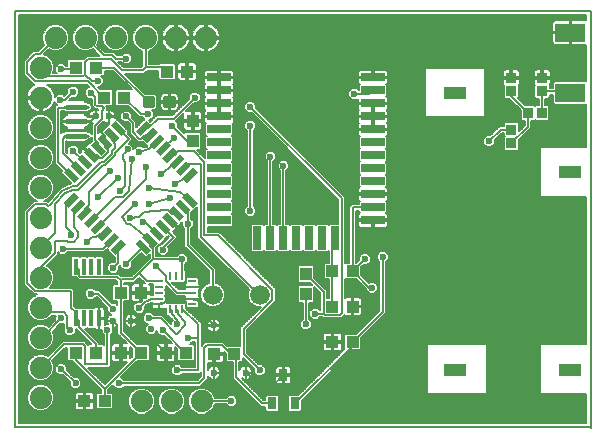
<source format=gtl>
G75*
%MOIN*%
%OFA0B0*%
%FSLAX25Y25*%
%IPPOS*%
%LPD*%
%AMOC8*
5,1,8,0,0,1.08239X$1,22.5*
%
%ADD10C,0.00600*%
%ADD11R,0.04331X0.03937*%
%ADD12C,0.01181*%
%ADD13C,0.07400*%
%ADD14R,0.03937X0.04331*%
%ADD15R,0.05000X0.02200*%
%ADD16R,0.02200X0.05000*%
%ADD17R,0.02756X0.01102*%
%ADD18R,0.01102X0.02756*%
%ADD19C,0.01772*%
%ADD20C,0.01000*%
%ADD21R,0.07874X0.02756*%
%ADD22R,0.02756X0.07874*%
%ADD23R,0.03346X0.03543*%
%ADD24R,0.03543X0.03346*%
%ADD25C,0.06600*%
%ADD26R,0.03150X0.03937*%
%ADD27R,0.07677X0.03937*%
%ADD28R,0.09843X0.06299*%
%ADD29R,0.01600X0.05400*%
%ADD30C,0.02362*%
D10*
X0001595Y0001497D02*
X0001595Y0140080D01*
X0193328Y0140080D01*
X0193328Y0001497D01*
X0001595Y0001497D01*
X0002983Y0002884D02*
X0002983Y0138692D01*
X0191940Y0138692D01*
X0191940Y0137165D01*
X0191699Y0137230D01*
X0186935Y0137230D01*
X0186935Y0133293D01*
X0186335Y0133293D01*
X0186335Y0137230D01*
X0181570Y0137230D01*
X0181294Y0137156D01*
X0181046Y0137013D01*
X0180843Y0136810D01*
X0180700Y0136562D01*
X0180626Y0136286D01*
X0180626Y0133293D01*
X0186335Y0133293D01*
X0186335Y0132693D01*
X0186935Y0132693D01*
X0186935Y0128756D01*
X0191699Y0128756D01*
X0191940Y0128821D01*
X0191940Y0116800D01*
X0191884Y0116856D01*
X0181385Y0116856D01*
X0180921Y0116392D01*
X0180921Y0114479D01*
X0179750Y0114479D01*
X0179750Y0115388D01*
X0179676Y0115461D01*
X0179828Y0115613D01*
X0179971Y0115861D01*
X0180045Y0116137D01*
X0180045Y0117654D01*
X0177486Y0117654D01*
X0177486Y0118254D01*
X0176886Y0118254D01*
X0176886Y0120714D01*
X0175271Y0120714D01*
X0174995Y0120640D01*
X0174747Y0120497D01*
X0174544Y0120294D01*
X0174401Y0120046D01*
X0174327Y0119770D01*
X0174327Y0118254D01*
X0176886Y0118254D01*
X0176886Y0117654D01*
X0174327Y0117654D01*
X0174327Y0116137D01*
X0174401Y0115861D01*
X0174544Y0115613D01*
X0174696Y0115461D01*
X0174622Y0115388D01*
X0174622Y0111385D01*
X0175086Y0110921D01*
X0176094Y0110921D01*
X0176094Y0108785D01*
X0175106Y0108785D01*
X0174824Y0108503D01*
X0174542Y0108785D01*
X0171521Y0108785D01*
X0169217Y0111089D01*
X0169514Y0111385D01*
X0169514Y0115388D01*
X0169440Y0115461D01*
X0169592Y0115613D01*
X0169735Y0115861D01*
X0169809Y0116137D01*
X0169809Y0117654D01*
X0167250Y0117654D01*
X0167250Y0118254D01*
X0166650Y0118254D01*
X0166650Y0120714D01*
X0165035Y0120714D01*
X0164758Y0120640D01*
X0164510Y0120497D01*
X0164308Y0120294D01*
X0164165Y0120046D01*
X0164091Y0119770D01*
X0164091Y0118254D01*
X0166650Y0118254D01*
X0166650Y0117654D01*
X0164091Y0117654D01*
X0164091Y0116137D01*
X0164165Y0115861D01*
X0164308Y0115613D01*
X0164459Y0115461D01*
X0164386Y0115388D01*
X0164386Y0111385D01*
X0164850Y0110921D01*
X0166296Y0110921D01*
X0170075Y0107142D01*
X0170075Y0104121D01*
X0170539Y0103657D01*
X0171448Y0103657D01*
X0171448Y0102107D01*
X0169514Y0100172D01*
X0169514Y0102632D01*
X0169050Y0103096D01*
X0164850Y0103096D01*
X0164386Y0102632D01*
X0164386Y0101723D01*
X0162875Y0101723D01*
X0159898Y0098746D01*
X0158652Y0098746D01*
X0157496Y0097590D01*
X0157496Y0095955D01*
X0158652Y0094799D01*
X0160287Y0094799D01*
X0161443Y0095955D01*
X0161443Y0097201D01*
X0163780Y0099539D01*
X0164386Y0099539D01*
X0164386Y0098629D01*
X0164668Y0098347D01*
X0164386Y0098065D01*
X0164386Y0094062D01*
X0164850Y0093598D01*
X0169050Y0093598D01*
X0169514Y0094062D01*
X0169514Y0097083D01*
X0173632Y0101202D01*
X0173632Y0103657D01*
X0174542Y0103657D01*
X0174824Y0103940D01*
X0175106Y0103657D01*
X0179109Y0103657D01*
X0179573Y0104121D01*
X0179573Y0108321D01*
X0179109Y0108785D01*
X0178278Y0108785D01*
X0178278Y0110921D01*
X0179286Y0110921D01*
X0179750Y0111385D01*
X0179750Y0112294D01*
X0180921Y0112294D01*
X0180921Y0109436D01*
X0181385Y0108972D01*
X0191884Y0108972D01*
X0191940Y0109029D01*
X0191940Y0094763D01*
X0176958Y0094763D01*
X0176636Y0094441D01*
X0176636Y0078631D01*
X0176958Y0078309D01*
X0191940Y0078309D01*
X0191940Y0029015D01*
X0176958Y0029015D01*
X0176636Y0028693D01*
X0176636Y0012883D01*
X0176958Y0012561D01*
X0191940Y0012561D01*
X0191940Y0002884D01*
X0002983Y0002884D01*
X0002983Y0003448D02*
X0191940Y0003448D01*
X0191940Y0004046D02*
X0002983Y0004046D01*
X0002983Y0004645D02*
X0191940Y0004645D01*
X0191940Y0005243D02*
X0002983Y0005243D01*
X0002983Y0005842D02*
X0042404Y0005842D01*
X0042828Y0005666D02*
X0044615Y0005666D01*
X0046266Y0006350D01*
X0047530Y0007614D01*
X0048214Y0009265D01*
X0048214Y0011052D01*
X0047530Y0012703D01*
X0046266Y0013966D01*
X0044615Y0014650D01*
X0042828Y0014650D01*
X0041177Y0013966D01*
X0039913Y0012703D01*
X0039229Y0011052D01*
X0039229Y0009265D01*
X0039913Y0007614D01*
X0041177Y0006350D01*
X0042828Y0005666D01*
X0041087Y0006440D02*
X0002983Y0006440D01*
X0002983Y0007039D02*
X0008609Y0007039D01*
X0009166Y0006808D02*
X0010954Y0006808D01*
X0012605Y0007492D01*
X0013868Y0008755D01*
X0014552Y0010406D01*
X0014552Y0012194D01*
X0013868Y0013845D01*
X0012605Y0015108D01*
X0010954Y0015792D01*
X0009166Y0015792D01*
X0007515Y0015108D01*
X0006252Y0013845D01*
X0005568Y0012194D01*
X0005568Y0010406D01*
X0006252Y0008755D01*
X0007515Y0007492D01*
X0009166Y0006808D01*
X0007370Y0007637D02*
X0002983Y0007637D01*
X0002983Y0008236D02*
X0006771Y0008236D01*
X0006219Y0008834D02*
X0002983Y0008834D01*
X0002983Y0009433D02*
X0005971Y0009433D01*
X0005723Y0010031D02*
X0002983Y0010031D01*
X0002983Y0010630D02*
X0005568Y0010630D01*
X0005568Y0011228D02*
X0002983Y0011228D01*
X0002983Y0011827D02*
X0005568Y0011827D01*
X0005664Y0012425D02*
X0002983Y0012425D01*
X0002983Y0013024D02*
X0005912Y0013024D01*
X0006160Y0013622D02*
X0002983Y0013622D01*
X0002983Y0014221D02*
X0006628Y0014221D01*
X0007227Y0014819D02*
X0002983Y0014819D01*
X0002983Y0015418D02*
X0008263Y0015418D01*
X0009166Y0016808D02*
X0007515Y0017492D01*
X0006252Y0018755D01*
X0005568Y0020406D01*
X0005568Y0022194D01*
X0006252Y0023845D01*
X0007515Y0025108D01*
X0009166Y0025792D01*
X0010954Y0025792D01*
X0012406Y0025190D01*
X0017368Y0030153D01*
X0024659Y0030153D01*
X0025299Y0029513D01*
X0025807Y0029005D01*
X0025807Y0028954D01*
X0025913Y0029061D01*
X0026885Y0029061D01*
X0021679Y0034267D01*
X0021679Y0032963D01*
X0020523Y0031807D01*
X0018888Y0031807D01*
X0017732Y0032963D01*
X0017732Y0034598D01*
X0017831Y0034696D01*
X0017831Y0035808D01*
X0017767Y0035744D01*
X0016521Y0035744D01*
X0014089Y0033312D01*
X0014552Y0032194D01*
X0014552Y0030406D01*
X0013868Y0028755D01*
X0012605Y0027492D01*
X0010954Y0026808D01*
X0009166Y0026808D01*
X0007515Y0027492D01*
X0006252Y0028755D01*
X0005568Y0030406D01*
X0005568Y0032194D01*
X0006252Y0033845D01*
X0007515Y0035108D01*
X0009166Y0035792D01*
X0010954Y0035792D01*
X0012605Y0035108D01*
X0012700Y0035012D01*
X0014977Y0037289D01*
X0014977Y0038535D01*
X0015040Y0038598D01*
X0013711Y0038598D01*
X0012605Y0037492D01*
X0010954Y0036808D01*
X0009166Y0036808D01*
X0007515Y0037492D01*
X0006252Y0038755D01*
X0005568Y0040406D01*
X0005568Y0042194D01*
X0006252Y0043845D01*
X0007515Y0045108D01*
X0008982Y0045716D01*
X0007747Y0045716D01*
X0004476Y0048987D01*
X0004476Y0073613D01*
X0007747Y0076884D01*
X0008982Y0076884D01*
X0007515Y0077492D01*
X0006252Y0078755D01*
X0005568Y0080406D01*
X0005568Y0082194D01*
X0006252Y0083845D01*
X0007515Y0085108D01*
X0009166Y0085792D01*
X0010954Y0085792D01*
X0012605Y0085108D01*
X0013868Y0083845D01*
X0014552Y0082194D01*
X0014552Y0080406D01*
X0013868Y0078755D01*
X0012605Y0077492D01*
X0011138Y0076884D01*
X0012373Y0076884D01*
X0012605Y0076652D01*
X0016364Y0080881D01*
X0016469Y0081131D01*
X0016653Y0081206D01*
X0016784Y0081354D01*
X0016908Y0081361D01*
X0017099Y0081577D01*
X0017099Y0081577D01*
X0017099Y0081577D01*
X0017641Y0081609D01*
X0017642Y0081609D01*
X0019600Y0082406D01*
X0019649Y0082523D01*
X0019864Y0082611D01*
X0020027Y0082775D01*
X0020158Y0082775D01*
X0020239Y0082855D01*
X0016977Y0086117D01*
X0016977Y0086773D01*
X0017131Y0086927D01*
X0015339Y0088594D01*
X0015316Y0088594D01*
X0015010Y0088900D01*
X0014693Y0089194D01*
X0014693Y0089217D01*
X0014677Y0089233D01*
X0014677Y0089666D01*
X0014661Y0090099D01*
X0014677Y0090115D01*
X0014677Y0107768D01*
X0014655Y0108191D01*
X0014677Y0108216D01*
X0014677Y0108248D01*
X0014976Y0108548D01*
X0015260Y0108863D01*
X0015293Y0108865D01*
X0015316Y0108888D01*
X0015429Y0108888D01*
X0014585Y0109733D01*
X0014497Y0109462D01*
X0014155Y0108791D01*
X0013712Y0108181D01*
X0013179Y0107648D01*
X0012569Y0107205D01*
X0011898Y0106863D01*
X0011181Y0106630D01*
X0010437Y0106513D01*
X0010360Y0106513D01*
X0010360Y0111000D01*
X0009760Y0111000D01*
X0009760Y0106513D01*
X0009683Y0106513D01*
X0008939Y0106630D01*
X0008222Y0106863D01*
X0007551Y0107205D01*
X0006941Y0107648D01*
X0006408Y0108181D01*
X0005965Y0108791D01*
X0005623Y0109462D01*
X0005390Y0110179D01*
X0005273Y0110923D01*
X0005273Y0111000D01*
X0009760Y0111000D01*
X0009760Y0111600D01*
X0005273Y0111600D01*
X0005273Y0111677D01*
X0005390Y0112421D01*
X0005623Y0113138D01*
X0005965Y0113809D01*
X0006408Y0114419D01*
X0006941Y0114952D01*
X0007551Y0115395D01*
X0007970Y0115608D01*
X0007702Y0115608D01*
X0007062Y0116248D01*
X0004368Y0118942D01*
X0004368Y0123658D01*
X0005008Y0124298D01*
X0007062Y0126352D01*
X0007062Y0126352D01*
X0007702Y0126992D01*
X0009208Y0126992D01*
X0011170Y0128954D01*
X0010568Y0130406D01*
X0010568Y0132194D01*
X0011252Y0133845D01*
X0012515Y0135108D01*
X0014166Y0135792D01*
X0015954Y0135792D01*
X0017605Y0135108D01*
X0018868Y0133845D01*
X0019552Y0132194D01*
X0019552Y0130406D01*
X0018868Y0128755D01*
X0017605Y0127492D01*
X0015954Y0126808D01*
X0014166Y0126808D01*
X0012714Y0127410D01*
X0011055Y0125750D01*
X0012605Y0125108D01*
X0013868Y0123845D01*
X0014552Y0122194D01*
X0014552Y0120406D01*
X0014186Y0119524D01*
X0015424Y0119524D01*
X0014977Y0119971D01*
X0014977Y0121606D01*
X0016132Y0122761D01*
X0017767Y0122761D01*
X0018648Y0121880D01*
X0018756Y0121880D01*
X0018756Y0123597D01*
X0019220Y0124061D01*
X0024207Y0124061D01*
X0024211Y0124056D01*
X0024327Y0124171D01*
X0025416Y0125261D01*
X0029555Y0125261D01*
X0027406Y0127410D01*
X0025954Y0126808D01*
X0024166Y0126808D01*
X0022515Y0127492D01*
X0021252Y0128755D01*
X0020568Y0130406D01*
X0020568Y0132194D01*
X0021252Y0133845D01*
X0022515Y0135108D01*
X0024166Y0135792D01*
X0025954Y0135792D01*
X0027605Y0135108D01*
X0028868Y0133845D01*
X0029552Y0132194D01*
X0029552Y0130406D01*
X0028950Y0128954D01*
X0031444Y0126461D01*
X0034417Y0126461D01*
X0035056Y0125821D01*
X0035454Y0125424D01*
X0036905Y0125424D01*
X0037786Y0126305D01*
X0039421Y0126305D01*
X0040577Y0125149D01*
X0040577Y0123514D01*
X0039421Y0122358D01*
X0037786Y0122358D01*
X0036905Y0123239D01*
X0035941Y0123239D01*
X0037694Y0121487D01*
X0043584Y0121487D01*
X0043968Y0121870D01*
X0043968Y0126890D01*
X0042515Y0127492D01*
X0041252Y0128755D01*
X0040568Y0130406D01*
X0040568Y0132194D01*
X0041252Y0133845D01*
X0042515Y0135108D01*
X0044166Y0135792D01*
X0045954Y0135792D01*
X0047605Y0135108D01*
X0048868Y0133845D01*
X0049552Y0132194D01*
X0049552Y0130406D01*
X0048868Y0128755D01*
X0047605Y0127492D01*
X0046152Y0126890D01*
X0046152Y0122510D01*
X0049441Y0122510D01*
X0049693Y0122761D01*
X0054679Y0122761D01*
X0055143Y0122297D01*
X0055143Y0117704D01*
X0054679Y0117240D01*
X0049693Y0117240D01*
X0049228Y0117704D01*
X0049228Y0120326D01*
X0045512Y0120326D01*
X0044489Y0119302D01*
X0038181Y0119302D01*
X0044840Y0112643D01*
X0048007Y0112643D01*
X0048817Y0111833D01*
X0048817Y0107932D01*
X0048007Y0107122D01*
X0047186Y0107122D01*
X0047663Y0106645D01*
X0047663Y0105010D01*
X0046507Y0103854D01*
X0046062Y0103854D01*
X0046584Y0103332D01*
X0047983Y0104732D01*
X0048623Y0105372D01*
X0053926Y0105372D01*
X0059465Y0110911D01*
X0059465Y0112157D01*
X0060621Y0113313D01*
X0062255Y0113313D01*
X0063411Y0112157D01*
X0063411Y0110522D01*
X0062255Y0109366D01*
X0061009Y0109366D01*
X0058443Y0106800D01*
X0058578Y0106836D01*
X0060390Y0106836D01*
X0060390Y0103884D01*
X0060990Y0103884D01*
X0060990Y0106836D01*
X0062802Y0106836D01*
X0063078Y0106762D01*
X0063326Y0106619D01*
X0063529Y0106416D01*
X0063672Y0106169D01*
X0063746Y0105892D01*
X0063746Y0103883D01*
X0060990Y0103883D01*
X0060990Y0103283D01*
X0060990Y0100331D01*
X0062802Y0100331D01*
X0063078Y0100405D01*
X0063326Y0100548D01*
X0063529Y0100750D01*
X0063672Y0100998D01*
X0063746Y0101275D01*
X0063746Y0103283D01*
X0060990Y0103283D01*
X0060390Y0103283D01*
X0060390Y0100331D01*
X0058578Y0100331D01*
X0058302Y0100405D01*
X0058054Y0100548D01*
X0057851Y0100750D01*
X0057708Y0100998D01*
X0057634Y0101275D01*
X0057634Y0103283D01*
X0060390Y0103283D01*
X0060390Y0103883D01*
X0057634Y0103883D01*
X0057634Y0105892D01*
X0057670Y0106027D01*
X0055470Y0103827D01*
X0055141Y0103498D01*
X0055931Y0102708D01*
X0055931Y0101462D01*
X0057969Y0099424D01*
X0058393Y0099848D01*
X0062987Y0099848D01*
X0063451Y0099384D01*
X0063451Y0094397D01*
X0062987Y0093933D01*
X0062007Y0093933D01*
X0064858Y0091082D01*
X0064858Y0093754D01*
X0065318Y0094213D01*
X0064858Y0094673D01*
X0064858Y0098085D01*
X0065318Y0098544D01*
X0064858Y0099003D01*
X0064858Y0102416D01*
X0065143Y0102700D01*
X0064983Y0102792D01*
X0064780Y0102995D01*
X0064637Y0103242D01*
X0064563Y0103519D01*
X0064563Y0104740D01*
X0069288Y0104740D01*
X0069288Y0105340D01*
X0069288Y0107505D01*
X0069288Y0109071D01*
X0069888Y0109071D01*
X0069888Y0109671D01*
X0074612Y0109671D01*
X0074612Y0110892D01*
X0074538Y0111169D01*
X0074395Y0111416D01*
X0074275Y0111536D01*
X0074395Y0111656D01*
X0074538Y0111904D01*
X0074612Y0112180D01*
X0074612Y0113402D01*
X0069888Y0113402D01*
X0069888Y0114002D01*
X0074612Y0114002D01*
X0074612Y0115223D01*
X0074538Y0115499D01*
X0074395Y0115747D01*
X0074275Y0115867D01*
X0074395Y0115987D01*
X0074538Y0116235D01*
X0074612Y0116511D01*
X0074612Y0117732D01*
X0069888Y0117732D01*
X0069888Y0118332D01*
X0074612Y0118332D01*
X0074612Y0119553D01*
X0074538Y0119830D01*
X0074395Y0120078D01*
X0074192Y0120280D01*
X0073944Y0120424D01*
X0073668Y0120498D01*
X0069888Y0120498D01*
X0069888Y0118332D01*
X0069288Y0118332D01*
X0069288Y0120498D01*
X0065507Y0120498D01*
X0065231Y0120424D01*
X0064983Y0120280D01*
X0064780Y0120078D01*
X0064637Y0119830D01*
X0064563Y0119553D01*
X0064563Y0118332D01*
X0069288Y0118332D01*
X0069288Y0117732D01*
X0069888Y0117732D01*
X0069888Y0114002D01*
X0069288Y0114002D01*
X0069288Y0116167D01*
X0069288Y0117732D01*
X0064563Y0117732D01*
X0064563Y0116511D01*
X0064637Y0116235D01*
X0064780Y0115987D01*
X0064900Y0115867D01*
X0064780Y0115747D01*
X0064637Y0115499D01*
X0064563Y0115223D01*
X0064563Y0114002D01*
X0069288Y0114002D01*
X0069288Y0113402D01*
X0064563Y0113402D01*
X0064563Y0112180D01*
X0064637Y0111904D01*
X0064780Y0111656D01*
X0064900Y0111536D01*
X0064780Y0111416D01*
X0064637Y0111169D01*
X0064563Y0110892D01*
X0064563Y0109671D01*
X0069288Y0109671D01*
X0069288Y0111836D01*
X0069288Y0113402D01*
X0069888Y0113402D01*
X0069888Y0109671D01*
X0069288Y0109671D01*
X0069288Y0109071D01*
X0064563Y0109071D01*
X0064563Y0107850D01*
X0064637Y0107573D01*
X0064780Y0107325D01*
X0064900Y0107206D01*
X0064780Y0107086D01*
X0064637Y0106838D01*
X0064563Y0106561D01*
X0064563Y0105340D01*
X0069288Y0105340D01*
X0069888Y0105340D01*
X0074612Y0105340D01*
X0074612Y0106561D01*
X0074538Y0106838D01*
X0074395Y0107086D01*
X0074275Y0107206D01*
X0074395Y0107325D01*
X0074538Y0107573D01*
X0074612Y0107850D01*
X0074612Y0109071D01*
X0069888Y0109071D01*
X0069888Y0105340D01*
X0069888Y0104740D01*
X0074612Y0104740D01*
X0074612Y0103519D01*
X0074538Y0103242D01*
X0074395Y0102995D01*
X0074192Y0102792D01*
X0074032Y0102700D01*
X0074317Y0102416D01*
X0074317Y0099003D01*
X0073857Y0098544D01*
X0074317Y0098085D01*
X0074317Y0094673D01*
X0073857Y0094213D01*
X0074317Y0093754D01*
X0074317Y0090342D01*
X0073857Y0089883D01*
X0074317Y0089423D01*
X0074317Y0086011D01*
X0073857Y0085552D01*
X0074317Y0085093D01*
X0074317Y0081681D01*
X0073857Y0081221D01*
X0074317Y0080762D01*
X0074317Y0077350D01*
X0073857Y0076891D01*
X0074317Y0076431D01*
X0074317Y0073019D01*
X0073857Y0072560D01*
X0074317Y0072101D01*
X0074317Y0068688D01*
X0073853Y0068224D01*
X0065699Y0068224D01*
X0065699Y0066472D01*
X0069695Y0066472D01*
X0088384Y0047783D01*
X0088384Y0043399D01*
X0078784Y0033800D01*
X0078784Y0026246D01*
X0082663Y0022368D01*
X0083909Y0022368D01*
X0085065Y0021212D01*
X0085065Y0019577D01*
X0083909Y0018421D01*
X0082274Y0018421D01*
X0081118Y0019577D01*
X0081118Y0020823D01*
X0077584Y0024357D01*
X0077584Y0023610D01*
X0077120Y0023146D01*
X0076310Y0023146D01*
X0076310Y0020580D01*
X0076552Y0021000D01*
X0076974Y0021422D01*
X0077491Y0021721D01*
X0078068Y0021876D01*
X0078323Y0021876D01*
X0078323Y0019652D01*
X0078412Y0019652D01*
X0078412Y0021876D01*
X0078666Y0021876D01*
X0079243Y0021721D01*
X0079760Y0021422D01*
X0080182Y0021000D01*
X0080481Y0020483D01*
X0080636Y0019906D01*
X0080636Y0019652D01*
X0078412Y0019652D01*
X0078412Y0019563D01*
X0080636Y0019563D01*
X0080636Y0019308D01*
X0080481Y0018731D01*
X0080182Y0018214D01*
X0079760Y0017792D01*
X0079243Y0017493D01*
X0078666Y0017339D01*
X0078412Y0017339D01*
X0078412Y0019563D01*
X0078323Y0019563D01*
X0078323Y0017339D01*
X0078068Y0017339D01*
X0077491Y0017493D01*
X0077041Y0017753D01*
X0084331Y0010463D01*
X0084858Y0010463D01*
X0084858Y0011667D01*
X0085322Y0012131D01*
X0089128Y0012131D01*
X0089592Y0011667D01*
X0089592Y0007074D01*
X0089128Y0006610D01*
X0085322Y0006610D01*
X0084858Y0007074D01*
X0084858Y0008279D01*
X0083427Y0008279D01*
X0074765Y0016940D01*
X0074125Y0017580D01*
X0074125Y0023146D01*
X0072133Y0023146D01*
X0071669Y0023610D01*
X0071669Y0026033D01*
X0071187Y0026516D01*
X0071187Y0026206D01*
X0068234Y0026206D01*
X0068234Y0025606D01*
X0068234Y0022850D01*
X0070243Y0022850D01*
X0070519Y0022924D01*
X0070767Y0023068D01*
X0070969Y0023270D01*
X0071113Y0023518D01*
X0071187Y0023795D01*
X0071187Y0025606D01*
X0068234Y0025606D01*
X0067634Y0025606D01*
X0067634Y0022850D01*
X0065699Y0022850D01*
X0065699Y0020613D01*
X0065922Y0021000D01*
X0066344Y0021422D01*
X0066862Y0021721D01*
X0067438Y0021876D01*
X0067693Y0021876D01*
X0067693Y0019652D01*
X0067782Y0019652D01*
X0067782Y0021876D01*
X0068036Y0021876D01*
X0068613Y0021721D01*
X0069130Y0021422D01*
X0069552Y0021000D01*
X0069851Y0020483D01*
X0070006Y0019906D01*
X0070006Y0019652D01*
X0067782Y0019652D01*
X0067782Y0019563D01*
X0070006Y0019563D01*
X0070006Y0019308D01*
X0069851Y0018731D01*
X0069552Y0018214D01*
X0069130Y0017792D01*
X0068613Y0017493D01*
X0068036Y0017339D01*
X0067782Y0017339D01*
X0067782Y0019563D01*
X0067693Y0019563D01*
X0067693Y0017339D01*
X0067438Y0017339D01*
X0066862Y0017493D01*
X0066344Y0017792D01*
X0065922Y0018214D01*
X0065699Y0018601D01*
X0065699Y0017477D01*
X0063807Y0015585D01*
X0063167Y0014945D01*
X0037913Y0014945D01*
X0037058Y0014091D01*
X0035424Y0014091D01*
X0034268Y0015246D01*
X0034268Y0015617D01*
X0032412Y0013761D01*
X0032412Y0012919D01*
X0033813Y0012919D01*
X0034277Y0012455D01*
X0034277Y0007862D01*
X0033813Y0007398D01*
X0028826Y0007398D01*
X0028362Y0007862D01*
X0028362Y0012455D01*
X0028826Y0012919D01*
X0030228Y0012919D01*
X0030228Y0013761D01*
X0020621Y0023367D01*
X0020621Y0023539D01*
X0019220Y0023539D01*
X0018756Y0024003D01*
X0018756Y0027969D01*
X0018273Y0027969D01*
X0013950Y0023646D01*
X0014552Y0022194D01*
X0014552Y0020406D01*
X0013868Y0018755D01*
X0012605Y0017492D01*
X0010954Y0016808D01*
X0009166Y0016808D01*
X0008187Y0017213D02*
X0002983Y0017213D01*
X0002983Y0016615D02*
X0019578Y0016615D01*
X0019701Y0016493D02*
X0019701Y0015246D01*
X0020857Y0014091D01*
X0022491Y0014091D01*
X0023647Y0015246D01*
X0023647Y0016881D01*
X0022491Y0018037D01*
X0021245Y0018037D01*
X0018923Y0020359D01*
X0018923Y0021606D01*
X0017767Y0022761D01*
X0016132Y0022761D01*
X0014977Y0021606D01*
X0014977Y0019971D01*
X0016132Y0018815D01*
X0017378Y0018815D01*
X0019701Y0016493D01*
X0019701Y0016016D02*
X0002983Y0016016D01*
X0002983Y0017812D02*
X0007195Y0017812D01*
X0006597Y0018411D02*
X0002983Y0018411D01*
X0002983Y0019009D02*
X0006147Y0019009D01*
X0005899Y0019608D02*
X0002983Y0019608D01*
X0002983Y0020206D02*
X0005651Y0020206D01*
X0005568Y0020805D02*
X0002983Y0020805D01*
X0002983Y0021403D02*
X0005568Y0021403D01*
X0005568Y0022002D02*
X0002983Y0022002D01*
X0002983Y0022600D02*
X0005736Y0022600D01*
X0005984Y0023199D02*
X0002983Y0023199D01*
X0002983Y0023797D02*
X0006232Y0023797D01*
X0006803Y0024396D02*
X0002983Y0024396D01*
X0002983Y0024994D02*
X0007401Y0024994D01*
X0008685Y0025593D02*
X0002983Y0025593D01*
X0002983Y0026191D02*
X0013407Y0026191D01*
X0014005Y0026790D02*
X0002983Y0026790D01*
X0002983Y0027388D02*
X0007765Y0027388D01*
X0007020Y0027987D02*
X0002983Y0027987D01*
X0002983Y0028585D02*
X0006422Y0028585D01*
X0006074Y0029184D02*
X0002983Y0029184D01*
X0002983Y0029782D02*
X0005826Y0029782D01*
X0005579Y0030381D02*
X0002983Y0030381D01*
X0002983Y0030979D02*
X0005568Y0030979D01*
X0005568Y0031578D02*
X0002983Y0031578D01*
X0002983Y0032176D02*
X0005568Y0032176D01*
X0005809Y0032775D02*
X0002983Y0032775D01*
X0002983Y0033373D02*
X0006057Y0033373D01*
X0006379Y0033972D02*
X0002983Y0033972D01*
X0002983Y0034570D02*
X0006977Y0034570D01*
X0007662Y0035169D02*
X0002983Y0035169D01*
X0002983Y0035767D02*
X0009107Y0035767D01*
X0008789Y0036964D02*
X0002983Y0036964D01*
X0002983Y0036366D02*
X0014054Y0036366D01*
X0014652Y0036964D02*
X0011331Y0036964D01*
X0011013Y0035767D02*
X0013455Y0035767D01*
X0012857Y0035169D02*
X0012458Y0035169D01*
X0014150Y0033373D02*
X0017732Y0033373D01*
X0017732Y0033972D02*
X0014749Y0033972D01*
X0015347Y0034570D02*
X0017732Y0034570D01*
X0017831Y0035169D02*
X0015946Y0035169D01*
X0017790Y0035767D02*
X0017831Y0035767D01*
X0018923Y0034563D02*
X0018923Y0038535D01*
X0017767Y0039691D01*
X0011669Y0039691D01*
X0010060Y0041300D01*
X0013274Y0038161D02*
X0014977Y0038161D01*
X0014977Y0037563D02*
X0012676Y0037563D01*
X0016950Y0037717D02*
X0010532Y0031300D01*
X0010060Y0031300D01*
X0014294Y0029782D02*
X0016998Y0029782D01*
X0016399Y0029184D02*
X0014046Y0029184D01*
X0013698Y0028585D02*
X0015801Y0028585D01*
X0015202Y0027987D02*
X0013100Y0027987D01*
X0012355Y0027388D02*
X0014604Y0027388D01*
X0015897Y0025593D02*
X0018756Y0025593D01*
X0018756Y0026191D02*
X0016496Y0026191D01*
X0017094Y0026790D02*
X0018756Y0026790D01*
X0018756Y0027388D02*
X0017693Y0027388D01*
X0017821Y0029061D02*
X0010060Y0021300D01*
X0014221Y0019608D02*
X0015340Y0019608D01*
X0014977Y0020206D02*
X0014469Y0020206D01*
X0014552Y0020805D02*
X0014977Y0020805D01*
X0014977Y0021403D02*
X0014552Y0021403D01*
X0014552Y0022002D02*
X0015373Y0022002D01*
X0015971Y0022600D02*
X0014384Y0022600D01*
X0014136Y0023199D02*
X0020790Y0023199D01*
X0021389Y0022600D02*
X0017928Y0022600D01*
X0018527Y0022002D02*
X0021987Y0022002D01*
X0022586Y0021403D02*
X0018923Y0021403D01*
X0018923Y0020805D02*
X0023184Y0020805D01*
X0023783Y0020206D02*
X0019076Y0020206D01*
X0019675Y0019608D02*
X0024381Y0019608D01*
X0024980Y0019009D02*
X0020273Y0019009D01*
X0020872Y0018411D02*
X0025578Y0018411D01*
X0026177Y0017812D02*
X0022716Y0017812D01*
X0023315Y0017213D02*
X0026775Y0017213D01*
X0027374Y0016615D02*
X0023647Y0016615D01*
X0023647Y0016016D02*
X0027972Y0016016D01*
X0028571Y0015418D02*
X0023647Y0015418D01*
X0023220Y0014819D02*
X0029169Y0014819D01*
X0029768Y0014221D02*
X0022622Y0014221D01*
X0022318Y0013214D02*
X0022042Y0013140D01*
X0021794Y0012997D01*
X0021591Y0012794D01*
X0021448Y0012546D01*
X0021374Y0012270D01*
X0021374Y0010458D01*
X0024327Y0010458D01*
X0024327Y0009858D01*
X0024927Y0009858D01*
X0024927Y0007102D01*
X0026935Y0007102D01*
X0027212Y0007176D01*
X0027460Y0007320D01*
X0027662Y0007522D01*
X0027806Y0007770D01*
X0027880Y0008047D01*
X0027880Y0009858D01*
X0024927Y0009858D01*
X0024927Y0010458D01*
X0027880Y0010458D01*
X0027880Y0012270D01*
X0027806Y0012546D01*
X0027662Y0012794D01*
X0027460Y0012997D01*
X0027212Y0013140D01*
X0026935Y0013214D01*
X0024927Y0013214D01*
X0024927Y0010458D01*
X0024327Y0010458D01*
X0024327Y0013214D01*
X0022318Y0013214D01*
X0021841Y0013024D02*
X0014208Y0013024D01*
X0013960Y0013622D02*
X0030228Y0013622D01*
X0030228Y0013024D02*
X0027413Y0013024D01*
X0027838Y0012425D02*
X0028362Y0012425D01*
X0028362Y0011827D02*
X0027880Y0011827D01*
X0027880Y0011228D02*
X0028362Y0011228D01*
X0028362Y0010630D02*
X0027880Y0010630D01*
X0028362Y0010031D02*
X0024927Y0010031D01*
X0024927Y0009433D02*
X0024327Y0009433D01*
X0024327Y0009858D02*
X0024327Y0007102D01*
X0022318Y0007102D01*
X0022042Y0007176D01*
X0021794Y0007320D01*
X0021591Y0007522D01*
X0021448Y0007770D01*
X0021374Y0008047D01*
X0021374Y0009858D01*
X0024327Y0009858D01*
X0024327Y0010031D02*
X0014397Y0010031D01*
X0014552Y0010630D02*
X0021374Y0010630D01*
X0021374Y0011228D02*
X0014552Y0011228D01*
X0014552Y0011827D02*
X0021374Y0011827D01*
X0021416Y0012425D02*
X0014456Y0012425D01*
X0013492Y0014221D02*
X0020726Y0014221D01*
X0020128Y0014819D02*
X0012893Y0014819D01*
X0011857Y0015418D02*
X0019701Y0015418D01*
X0018980Y0017213D02*
X0011933Y0017213D01*
X0012925Y0017812D02*
X0018381Y0017812D01*
X0017783Y0018411D02*
X0013523Y0018411D01*
X0013973Y0019009D02*
X0015938Y0019009D01*
X0016950Y0020788D02*
X0021674Y0016064D01*
X0024327Y0013024D02*
X0024927Y0013024D01*
X0024927Y0012425D02*
X0024327Y0012425D01*
X0024327Y0011827D02*
X0024927Y0011827D01*
X0024927Y0011228D02*
X0024327Y0011228D01*
X0024327Y0010630D02*
X0024927Y0010630D01*
X0027880Y0009433D02*
X0028362Y0009433D01*
X0028362Y0008834D02*
X0027880Y0008834D01*
X0027880Y0008236D02*
X0028362Y0008236D01*
X0028587Y0007637D02*
X0027729Y0007637D01*
X0024927Y0007637D02*
X0024327Y0007637D01*
X0024327Y0008236D02*
X0024927Y0008236D01*
X0024927Y0008834D02*
X0024327Y0008834D01*
X0021374Y0008834D02*
X0013901Y0008834D01*
X0014149Y0009433D02*
X0021374Y0009433D01*
X0021374Y0008236D02*
X0013349Y0008236D01*
X0012750Y0007637D02*
X0021525Y0007637D01*
X0011511Y0007039D02*
X0040488Y0007039D01*
X0039903Y0007637D02*
X0034053Y0007637D01*
X0034277Y0008236D02*
X0039655Y0008236D01*
X0039408Y0008834D02*
X0034277Y0008834D01*
X0034277Y0009433D02*
X0039229Y0009433D01*
X0039229Y0010031D02*
X0034277Y0010031D01*
X0034277Y0010630D02*
X0039229Y0010630D01*
X0039302Y0011228D02*
X0034277Y0011228D01*
X0034277Y0011827D02*
X0039550Y0011827D01*
X0039798Y0012425D02*
X0034277Y0012425D01*
X0032412Y0013024D02*
X0040234Y0013024D01*
X0040833Y0013622D02*
X0032412Y0013622D01*
X0032872Y0014221D02*
X0035293Y0014221D01*
X0034695Y0014819D02*
X0033470Y0014819D01*
X0034069Y0015418D02*
X0034268Y0015418D01*
X0036241Y0016064D02*
X0036975Y0016064D01*
X0037002Y0016037D01*
X0062715Y0016037D01*
X0064606Y0017929D01*
X0064606Y0027985D01*
X0065396Y0028775D01*
X0070472Y0028775D01*
X0073341Y0025906D01*
X0074627Y0025906D01*
X0075217Y0025316D01*
X0075217Y0018032D01*
X0083879Y0009371D01*
X0087225Y0009371D01*
X0089592Y0009433D02*
X0092339Y0009433D01*
X0092339Y0010031D02*
X0089592Y0010031D01*
X0089592Y0010630D02*
X0092339Y0010630D01*
X0092339Y0011228D02*
X0089592Y0011228D01*
X0089433Y0011827D02*
X0092498Y0011827D01*
X0092339Y0011667D02*
X0092339Y0007074D01*
X0092803Y0006610D01*
X0096609Y0006610D01*
X0097073Y0007074D01*
X0097073Y0010193D01*
X0113962Y0027083D01*
X0116490Y0027083D01*
X0116954Y0027547D01*
X0116954Y0031256D01*
X0125128Y0039430D01*
X0125128Y0056491D01*
X0126010Y0057372D01*
X0126010Y0059007D01*
X0124854Y0060163D01*
X0123219Y0060163D01*
X0122063Y0059007D01*
X0122063Y0057372D01*
X0122944Y0056491D01*
X0122944Y0040335D01*
X0115213Y0032604D01*
X0111504Y0032604D01*
X0111040Y0032140D01*
X0111040Y0027547D01*
X0111188Y0027398D01*
X0095922Y0012131D01*
X0092803Y0012131D01*
X0092339Y0011667D01*
X0094706Y0009371D02*
X0113997Y0028662D01*
X0113997Y0029843D01*
X0124036Y0039883D01*
X0124036Y0058190D01*
X0122720Y0056715D02*
X0120104Y0056715D01*
X0120104Y0056585D02*
X0120104Y0058220D01*
X0118948Y0059376D01*
X0117314Y0059376D01*
X0116158Y0058220D01*
X0116158Y0057031D01*
X0115312Y0056226D01*
X0115089Y0056226D01*
X0115089Y0073633D01*
X0116040Y0073633D01*
X0116040Y0073019D01*
X0116324Y0072735D01*
X0116164Y0072643D01*
X0115962Y0072440D01*
X0115818Y0072192D01*
X0115744Y0071916D01*
X0115744Y0070694D01*
X0120469Y0070694D01*
X0120469Y0070095D01*
X0115744Y0070095D01*
X0115744Y0068873D01*
X0115818Y0068597D01*
X0115962Y0068349D01*
X0116164Y0068146D01*
X0116412Y0068003D01*
X0116688Y0067929D01*
X0120469Y0067929D01*
X0120469Y0070094D01*
X0121069Y0070094D01*
X0121069Y0067929D01*
X0124849Y0067929D01*
X0125125Y0068003D01*
X0125373Y0068146D01*
X0125576Y0068349D01*
X0125719Y0068597D01*
X0125793Y0068873D01*
X0125793Y0070095D01*
X0121069Y0070095D01*
X0121069Y0070694D01*
X0125793Y0070694D01*
X0125793Y0071916D01*
X0125719Y0072192D01*
X0125576Y0072440D01*
X0125373Y0072643D01*
X0125213Y0072735D01*
X0125498Y0073019D01*
X0125498Y0076431D01*
X0125213Y0076716D01*
X0125373Y0076808D01*
X0125576Y0077010D01*
X0125719Y0077258D01*
X0125793Y0077535D01*
X0125793Y0078756D01*
X0121069Y0078756D01*
X0121069Y0079356D01*
X0125793Y0079356D01*
X0125793Y0080577D01*
X0125719Y0080854D01*
X0125576Y0081102D01*
X0125373Y0081304D01*
X0125213Y0081396D01*
X0125498Y0081681D01*
X0125498Y0085093D01*
X0125038Y0085552D01*
X0125498Y0086011D01*
X0125498Y0089423D01*
X0125038Y0089883D01*
X0125498Y0090342D01*
X0125498Y0093754D01*
X0125038Y0094213D01*
X0125498Y0094673D01*
X0125498Y0098085D01*
X0125213Y0098369D01*
X0125373Y0098461D01*
X0125576Y0098664D01*
X0125719Y0098912D01*
X0125793Y0099188D01*
X0125793Y0100409D01*
X0121069Y0100409D01*
X0121069Y0101009D01*
X0125793Y0101009D01*
X0125793Y0102231D01*
X0125719Y0102507D01*
X0125576Y0102755D01*
X0125456Y0102875D01*
X0125576Y0102995D01*
X0125719Y0103242D01*
X0125793Y0103519D01*
X0125793Y0104740D01*
X0121069Y0104740D01*
X0121069Y0105340D01*
X0125793Y0105340D01*
X0125793Y0106561D01*
X0125719Y0106838D01*
X0125576Y0107086D01*
X0125456Y0107205D01*
X0125576Y0107325D01*
X0125719Y0107573D01*
X0125793Y0107850D01*
X0125793Y0109071D01*
X0121069Y0109071D01*
X0121069Y0109671D01*
X0125793Y0109671D01*
X0125793Y0110892D01*
X0125719Y0111169D01*
X0125576Y0111416D01*
X0125373Y0111619D01*
X0125213Y0111711D01*
X0125498Y0111996D01*
X0125498Y0115408D01*
X0125213Y0115692D01*
X0125373Y0115784D01*
X0125576Y0115987D01*
X0125719Y0116235D01*
X0125793Y0116511D01*
X0125793Y0117732D01*
X0121069Y0117732D01*
X0121069Y0118332D01*
X0125793Y0118332D01*
X0125793Y0119553D01*
X0125719Y0119830D01*
X0125576Y0120078D01*
X0125373Y0120280D01*
X0125125Y0120424D01*
X0124849Y0120498D01*
X0121069Y0120498D01*
X0121069Y0118332D01*
X0120469Y0118332D01*
X0120469Y0117732D01*
X0115744Y0117732D01*
X0115744Y0116511D01*
X0115818Y0116235D01*
X0115962Y0115987D01*
X0116164Y0115784D01*
X0116324Y0115692D01*
X0116040Y0115408D01*
X0116040Y0113859D01*
X0115405Y0114494D01*
X0113770Y0114494D01*
X0112614Y0113338D01*
X0112614Y0111703D01*
X0113770Y0110547D01*
X0115405Y0110547D01*
X0115744Y0110887D01*
X0115744Y0109671D01*
X0120469Y0109671D01*
X0120469Y0109071D01*
X0121069Y0109071D01*
X0121069Y0106906D01*
X0121069Y0105340D01*
X0120469Y0105340D01*
X0120469Y0109071D01*
X0115744Y0109071D01*
X0115744Y0107850D01*
X0115818Y0107573D01*
X0115962Y0107325D01*
X0116081Y0107205D01*
X0115962Y0107086D01*
X0115818Y0106838D01*
X0115744Y0106561D01*
X0115744Y0105340D01*
X0120469Y0105340D01*
X0120469Y0104740D01*
X0121069Y0104740D01*
X0121069Y0102575D01*
X0121069Y0101009D01*
X0120469Y0101009D01*
X0120469Y0100409D01*
X0115744Y0100409D01*
X0115744Y0099188D01*
X0115818Y0098912D01*
X0115962Y0098664D01*
X0116164Y0098461D01*
X0116324Y0098369D01*
X0116040Y0098085D01*
X0116040Y0094673D01*
X0116499Y0094213D01*
X0116040Y0093754D01*
X0116040Y0090342D01*
X0116499Y0089883D01*
X0116040Y0089423D01*
X0116040Y0086011D01*
X0116499Y0085552D01*
X0116040Y0085093D01*
X0116040Y0081681D01*
X0116324Y0081396D01*
X0116164Y0081304D01*
X0115962Y0081102D01*
X0115818Y0080854D01*
X0115744Y0080577D01*
X0115744Y0079356D01*
X0120469Y0079356D01*
X0120469Y0078756D01*
X0115744Y0078756D01*
X0115744Y0077535D01*
X0115818Y0077258D01*
X0115962Y0077010D01*
X0116164Y0076808D01*
X0116324Y0076716D01*
X0116040Y0076431D01*
X0116040Y0075817D01*
X0113741Y0075817D01*
X0113102Y0075178D01*
X0112905Y0074981D01*
X0112905Y0056226D01*
X0111504Y0056226D01*
X0111432Y0056155D01*
X0111432Y0078244D01*
X0081915Y0107761D01*
X0081915Y0109007D01*
X0080759Y0110163D01*
X0079125Y0110163D01*
X0077969Y0109007D01*
X0077969Y0107372D01*
X0079125Y0106217D01*
X0080371Y0106217D01*
X0109248Y0077339D01*
X0109248Y0069218D01*
X0106464Y0069218D01*
X0106005Y0068759D01*
X0105546Y0069218D01*
X0102133Y0069218D01*
X0101674Y0068759D01*
X0101215Y0069218D01*
X0097803Y0069218D01*
X0097343Y0068759D01*
X0096884Y0069218D01*
X0093472Y0069218D01*
X0093013Y0068759D01*
X0092553Y0069218D01*
X0091940Y0069218D01*
X0091940Y0086688D01*
X0092939Y0087687D01*
X0092939Y0089322D01*
X0091783Y0090478D01*
X0090148Y0090478D01*
X0088992Y0089322D01*
X0088992Y0087687D01*
X0089755Y0086924D01*
X0089755Y0069218D01*
X0089141Y0069218D01*
X0088682Y0068759D01*
X0088223Y0069218D01*
X0087609Y0069218D01*
X0087609Y0089838D01*
X0088608Y0090837D01*
X0088608Y0092472D01*
X0087452Y0093628D01*
X0085817Y0093628D01*
X0084662Y0092472D01*
X0084662Y0090837D01*
X0085425Y0090074D01*
X0085425Y0069218D01*
X0084811Y0069218D01*
X0084351Y0068759D01*
X0083892Y0069218D01*
X0080480Y0069218D01*
X0080016Y0068754D01*
X0080016Y0060224D01*
X0080480Y0059760D01*
X0083892Y0059760D01*
X0084351Y0060219D01*
X0084811Y0059760D01*
X0088223Y0059760D01*
X0088682Y0060219D01*
X0089141Y0059760D01*
X0092553Y0059760D01*
X0093013Y0060219D01*
X0093472Y0059760D01*
X0096884Y0059760D01*
X0097343Y0060219D01*
X0097803Y0059760D01*
X0101215Y0059760D01*
X0101674Y0060219D01*
X0102133Y0059760D01*
X0105546Y0059760D01*
X0106005Y0060219D01*
X0106212Y0060012D01*
X0106212Y0056226D01*
X0104811Y0056226D01*
X0104347Y0055762D01*
X0104347Y0051169D01*
X0104811Y0050705D01*
X0106212Y0050705D01*
X0106212Y0044415D01*
X0105439Y0044415D01*
X0105439Y0047033D01*
X0104799Y0047672D01*
X0101206Y0051265D01*
X0101206Y0054975D01*
X0100742Y0055439D01*
X0096149Y0055439D01*
X0095685Y0054975D01*
X0095685Y0049988D01*
X0096149Y0049524D01*
X0099859Y0049524D01*
X0100637Y0048746D01*
X0096149Y0048746D01*
X0095685Y0048282D01*
X0095685Y0043295D01*
X0096149Y0042831D01*
X0097354Y0042831D01*
X0097354Y0037447D01*
X0096473Y0036566D01*
X0096473Y0034931D01*
X0097628Y0033776D01*
X0099263Y0033776D01*
X0100419Y0034931D01*
X0100419Y0036566D01*
X0099538Y0037447D01*
X0099538Y0042831D01*
X0100742Y0042831D01*
X0101206Y0043295D01*
X0101206Y0048176D01*
X0103254Y0046128D01*
X0103254Y0040424D01*
X0102413Y0041265D01*
X0100778Y0041265D01*
X0099622Y0040109D01*
X0099622Y0038475D01*
X0100778Y0037319D01*
X0102413Y0037319D01*
X0103294Y0038200D01*
X0103960Y0038200D01*
X0104358Y0037802D01*
X0110250Y0037802D01*
X0110793Y0038344D01*
X0111227Y0038779D01*
X0111412Y0038673D01*
X0111688Y0038598D01*
X0113697Y0038598D01*
X0113697Y0041354D01*
X0114297Y0041354D01*
X0114297Y0038598D01*
X0116306Y0038598D01*
X0116582Y0038673D01*
X0116830Y0038816D01*
X0117032Y0039018D01*
X0117176Y0039266D01*
X0117250Y0039543D01*
X0117250Y0041354D01*
X0114297Y0041354D01*
X0114297Y0041954D01*
X0117250Y0041954D01*
X0117250Y0043766D01*
X0117176Y0044043D01*
X0117032Y0044291D01*
X0116830Y0044493D01*
X0116582Y0044636D01*
X0116306Y0044710D01*
X0114297Y0044710D01*
X0114297Y0041954D01*
X0113697Y0041954D01*
X0113697Y0044710D01*
X0111688Y0044710D01*
X0111432Y0044642D01*
X0111432Y0050776D01*
X0111504Y0050705D01*
X0115213Y0050705D01*
X0118520Y0047398D01*
X0118520Y0047136D01*
X0119676Y0045980D01*
X0121310Y0045980D01*
X0122466Y0047136D01*
X0122466Y0048771D01*
X0121310Y0049927D01*
X0119676Y0049927D01*
X0119378Y0049629D01*
X0116954Y0052052D01*
X0116954Y0054774D01*
X0117643Y0055429D01*
X0118948Y0055429D01*
X0120104Y0056585D01*
X0119636Y0056117D02*
X0122944Y0056117D01*
X0122944Y0055518D02*
X0119037Y0055518D01*
X0117108Y0054920D02*
X0122944Y0054920D01*
X0122944Y0054321D02*
X0116954Y0054321D01*
X0116954Y0053723D02*
X0122944Y0053723D01*
X0122944Y0053124D02*
X0116954Y0053124D01*
X0116954Y0052526D02*
X0122944Y0052526D01*
X0122944Y0051927D02*
X0117080Y0051927D01*
X0117678Y0051329D02*
X0122944Y0051329D01*
X0122944Y0050730D02*
X0118277Y0050730D01*
X0118875Y0050132D02*
X0122944Y0050132D01*
X0122944Y0049533D02*
X0121704Y0049533D01*
X0122303Y0048935D02*
X0122944Y0048935D01*
X0122944Y0048336D02*
X0122466Y0048336D01*
X0122466Y0047738D02*
X0122944Y0047738D01*
X0122944Y0047139D02*
X0122466Y0047139D01*
X0122944Y0046541D02*
X0121871Y0046541D01*
X0122944Y0045942D02*
X0111432Y0045942D01*
X0111432Y0045344D02*
X0122944Y0045344D01*
X0122944Y0044745D02*
X0111432Y0044745D01*
X0111432Y0046541D02*
X0119115Y0046541D01*
X0118520Y0047139D02*
X0111432Y0047139D01*
X0111432Y0047738D02*
X0118180Y0047738D01*
X0117582Y0048336D02*
X0111432Y0048336D01*
X0111432Y0048935D02*
X0116983Y0048935D01*
X0116385Y0049533D02*
X0111432Y0049533D01*
X0111432Y0050132D02*
X0115786Y0050132D01*
X0113997Y0053465D02*
X0119509Y0047954D01*
X0120493Y0047954D01*
X0125128Y0047738D02*
X0191940Y0047738D01*
X0191940Y0048336D02*
X0125128Y0048336D01*
X0125128Y0048935D02*
X0191940Y0048935D01*
X0191940Y0049533D02*
X0125128Y0049533D01*
X0125128Y0050132D02*
X0191940Y0050132D01*
X0191940Y0050730D02*
X0125128Y0050730D01*
X0125128Y0051329D02*
X0191940Y0051329D01*
X0191940Y0051927D02*
X0125128Y0051927D01*
X0125128Y0052526D02*
X0191940Y0052526D01*
X0191940Y0053124D02*
X0125128Y0053124D01*
X0125128Y0053723D02*
X0191940Y0053723D01*
X0191940Y0054321D02*
X0125128Y0054321D01*
X0125128Y0054920D02*
X0191940Y0054920D01*
X0191940Y0055518D02*
X0125128Y0055518D01*
X0125128Y0056117D02*
X0191940Y0056117D01*
X0191940Y0056715D02*
X0125352Y0056715D01*
X0125951Y0057314D02*
X0191940Y0057314D01*
X0191940Y0057912D02*
X0126010Y0057912D01*
X0126010Y0058511D02*
X0191940Y0058511D01*
X0191940Y0059109D02*
X0125907Y0059109D01*
X0125309Y0059708D02*
X0191940Y0059708D01*
X0191940Y0060306D02*
X0115089Y0060306D01*
X0115089Y0059708D02*
X0122764Y0059708D01*
X0122165Y0059109D02*
X0119214Y0059109D01*
X0119813Y0058511D02*
X0122063Y0058511D01*
X0122063Y0057912D02*
X0120104Y0057912D01*
X0120104Y0057314D02*
X0122122Y0057314D01*
X0118131Y0057402D02*
X0113997Y0053465D01*
X0113997Y0074528D01*
X0114194Y0074725D01*
X0120769Y0074725D01*
X0125498Y0074671D02*
X0191940Y0074671D01*
X0191940Y0075269D02*
X0125498Y0075269D01*
X0125498Y0075868D02*
X0191940Y0075868D01*
X0191940Y0076466D02*
X0125463Y0076466D01*
X0125607Y0077065D02*
X0191940Y0077065D01*
X0191940Y0077663D02*
X0125793Y0077663D01*
X0125793Y0078262D02*
X0191940Y0078262D01*
X0191940Y0074072D02*
X0125498Y0074072D01*
X0125498Y0073474D02*
X0191940Y0073474D01*
X0191940Y0072875D02*
X0125354Y0072875D01*
X0125670Y0072277D02*
X0191940Y0072277D01*
X0191940Y0071678D02*
X0125793Y0071678D01*
X0125793Y0071080D02*
X0191940Y0071080D01*
X0191940Y0070481D02*
X0121069Y0070481D01*
X0121069Y0069882D02*
X0120469Y0069882D01*
X0120469Y0069284D02*
X0121069Y0069284D01*
X0121069Y0068685D02*
X0120469Y0068685D01*
X0120469Y0068087D02*
X0121069Y0068087D01*
X0120469Y0070481D02*
X0115089Y0070481D01*
X0115089Y0071080D02*
X0115744Y0071080D01*
X0115744Y0071678D02*
X0115089Y0071678D01*
X0115089Y0072277D02*
X0115867Y0072277D01*
X0116184Y0072875D02*
X0115089Y0072875D01*
X0115089Y0073474D02*
X0116040Y0073474D01*
X0116040Y0075868D02*
X0111432Y0075868D01*
X0111432Y0076466D02*
X0116074Y0076466D01*
X0115930Y0077065D02*
X0111432Y0077065D01*
X0111432Y0077663D02*
X0115744Y0077663D01*
X0115744Y0078262D02*
X0111414Y0078262D01*
X0110816Y0078860D02*
X0120469Y0078860D01*
X0121069Y0078860D02*
X0176636Y0078860D01*
X0176636Y0079459D02*
X0125793Y0079459D01*
X0125793Y0080057D02*
X0176636Y0080057D01*
X0176636Y0080656D02*
X0125772Y0080656D01*
X0125423Y0081254D02*
X0176636Y0081254D01*
X0176636Y0081853D02*
X0125498Y0081853D01*
X0125498Y0082451D02*
X0176636Y0082451D01*
X0176636Y0083050D02*
X0125498Y0083050D01*
X0125498Y0083648D02*
X0176636Y0083648D01*
X0176636Y0084247D02*
X0125498Y0084247D01*
X0125498Y0084845D02*
X0176636Y0084845D01*
X0176636Y0085444D02*
X0125147Y0085444D01*
X0125498Y0086042D02*
X0176636Y0086042D01*
X0176636Y0086641D02*
X0125498Y0086641D01*
X0125498Y0087239D02*
X0176636Y0087239D01*
X0176636Y0087838D02*
X0125498Y0087838D01*
X0125498Y0088436D02*
X0176636Y0088436D01*
X0176636Y0089035D02*
X0125498Y0089035D01*
X0125288Y0089633D02*
X0176636Y0089633D01*
X0176636Y0090232D02*
X0125388Y0090232D01*
X0125498Y0090830D02*
X0176636Y0090830D01*
X0176636Y0091429D02*
X0125498Y0091429D01*
X0125498Y0092027D02*
X0176636Y0092027D01*
X0176636Y0092626D02*
X0125498Y0092626D01*
X0125498Y0093224D02*
X0176636Y0093224D01*
X0176636Y0093823D02*
X0169274Y0093823D01*
X0169514Y0094421D02*
X0176636Y0094421D01*
X0171640Y0099210D02*
X0191940Y0099210D01*
X0191940Y0099808D02*
X0172239Y0099808D01*
X0172837Y0100407D02*
X0191940Y0100407D01*
X0191940Y0101005D02*
X0173436Y0101005D01*
X0173632Y0101604D02*
X0191940Y0101604D01*
X0191940Y0102202D02*
X0173632Y0102202D01*
X0173632Y0102801D02*
X0191940Y0102801D01*
X0191940Y0103399D02*
X0173632Y0103399D01*
X0172540Y0101654D02*
X0166950Y0096064D01*
X0169514Y0096217D02*
X0191940Y0096217D01*
X0191940Y0096816D02*
X0169514Y0096816D01*
X0169844Y0097414D02*
X0191940Y0097414D01*
X0191940Y0098013D02*
X0170443Y0098013D01*
X0171041Y0098611D02*
X0191940Y0098611D01*
X0191940Y0095618D02*
X0169514Y0095618D01*
X0169514Y0095020D02*
X0191940Y0095020D01*
X0191940Y0103998D02*
X0179449Y0103998D01*
X0179573Y0104596D02*
X0191940Y0104596D01*
X0191940Y0105195D02*
X0179573Y0105195D01*
X0179573Y0105793D02*
X0191940Y0105793D01*
X0191940Y0106392D02*
X0179573Y0106392D01*
X0179573Y0106990D02*
X0191940Y0106990D01*
X0191940Y0107589D02*
X0179573Y0107589D01*
X0179573Y0108187D02*
X0191940Y0108187D01*
X0191940Y0108786D02*
X0178278Y0108786D01*
X0178278Y0109384D02*
X0180974Y0109384D01*
X0180921Y0109983D02*
X0178278Y0109983D01*
X0178278Y0110581D02*
X0180921Y0110581D01*
X0180921Y0111180D02*
X0179544Y0111180D01*
X0179750Y0111778D02*
X0180921Y0111778D01*
X0180921Y0114771D02*
X0179750Y0114771D01*
X0179750Y0115369D02*
X0180921Y0115369D01*
X0180921Y0115968D02*
X0180000Y0115968D01*
X0180045Y0116566D02*
X0181096Y0116566D01*
X0180045Y0117165D02*
X0191940Y0117165D01*
X0191940Y0117763D02*
X0177486Y0117763D01*
X0177486Y0118254D02*
X0180045Y0118254D01*
X0180045Y0119770D01*
X0179971Y0120046D01*
X0179828Y0120294D01*
X0179625Y0120497D01*
X0179377Y0120640D01*
X0179101Y0120714D01*
X0177486Y0120714D01*
X0177486Y0118254D01*
X0177486Y0118362D02*
X0176886Y0118362D01*
X0176886Y0118960D02*
X0177486Y0118960D01*
X0177486Y0119559D02*
X0176886Y0119559D01*
X0176886Y0120157D02*
X0177486Y0120157D01*
X0176886Y0117763D02*
X0167250Y0117763D01*
X0167250Y0118254D02*
X0169809Y0118254D01*
X0169809Y0119770D01*
X0169735Y0120046D01*
X0169592Y0120294D01*
X0169389Y0120497D01*
X0169141Y0120640D01*
X0168865Y0120714D01*
X0167250Y0120714D01*
X0167250Y0118254D01*
X0167250Y0118362D02*
X0166650Y0118362D01*
X0166650Y0118960D02*
X0167250Y0118960D01*
X0167250Y0119559D02*
X0166650Y0119559D01*
X0166650Y0120157D02*
X0167250Y0120157D01*
X0169671Y0120157D02*
X0174465Y0120157D01*
X0174327Y0119559D02*
X0169809Y0119559D01*
X0169809Y0118960D02*
X0174327Y0118960D01*
X0174327Y0118362D02*
X0169809Y0118362D01*
X0169809Y0117165D02*
X0174327Y0117165D01*
X0174327Y0116566D02*
X0169809Y0116566D01*
X0169763Y0115968D02*
X0174372Y0115968D01*
X0174622Y0115369D02*
X0169514Y0115369D01*
X0169514Y0114771D02*
X0174622Y0114771D01*
X0174622Y0114172D02*
X0169514Y0114172D01*
X0169514Y0113574D02*
X0174622Y0113574D01*
X0174622Y0112975D02*
X0169514Y0112975D01*
X0169514Y0112377D02*
X0174622Y0112377D01*
X0174622Y0111778D02*
X0169514Y0111778D01*
X0169308Y0111180D02*
X0174828Y0111180D01*
X0176094Y0110581D02*
X0169725Y0110581D01*
X0170323Y0109983D02*
X0176094Y0109983D01*
X0176094Y0109384D02*
X0170922Y0109384D01*
X0171520Y0108786D02*
X0176094Y0108786D01*
X0177186Y0106300D02*
X0177186Y0113387D01*
X0183958Y0113387D01*
X0185532Y0111812D01*
X0186635Y0112914D01*
X0185926Y0112206D01*
X0180045Y0118362D02*
X0191940Y0118362D01*
X0191940Y0118960D02*
X0180045Y0118960D01*
X0180045Y0119559D02*
X0191940Y0119559D01*
X0191940Y0120157D02*
X0179907Y0120157D01*
X0181570Y0128756D02*
X0186335Y0128756D01*
X0186335Y0132693D01*
X0180626Y0132693D01*
X0180626Y0129700D01*
X0180700Y0129424D01*
X0180843Y0129176D01*
X0181046Y0128973D01*
X0181294Y0128830D01*
X0181570Y0128756D01*
X0180884Y0129135D02*
X0069330Y0129135D01*
X0069497Y0129462D02*
X0069155Y0128791D01*
X0068712Y0128181D01*
X0068179Y0127648D01*
X0067569Y0127205D01*
X0066898Y0126863D01*
X0066181Y0126630D01*
X0065437Y0126513D01*
X0065360Y0126513D01*
X0065360Y0131000D01*
X0065360Y0131600D01*
X0069847Y0131600D01*
X0069847Y0131677D01*
X0069730Y0132421D01*
X0069497Y0133138D01*
X0069155Y0133809D01*
X0068712Y0134419D01*
X0068179Y0134952D01*
X0067569Y0135395D01*
X0066898Y0135737D01*
X0066181Y0135970D01*
X0065437Y0136087D01*
X0065360Y0136087D01*
X0065360Y0131600D01*
X0064760Y0131600D01*
X0064760Y0136087D01*
X0064683Y0136087D01*
X0063939Y0135970D01*
X0063222Y0135737D01*
X0062551Y0135395D01*
X0061941Y0134952D01*
X0061408Y0134419D01*
X0060965Y0133809D01*
X0060623Y0133138D01*
X0060390Y0132421D01*
X0060273Y0131677D01*
X0060273Y0131600D01*
X0064760Y0131600D01*
X0064760Y0131000D01*
X0065360Y0131000D01*
X0069847Y0131000D01*
X0069847Y0130923D01*
X0069730Y0130179D01*
X0069497Y0129462D01*
X0069585Y0129734D02*
X0180626Y0129734D01*
X0180626Y0130332D02*
X0069754Y0130332D01*
X0069847Y0130931D02*
X0180626Y0130931D01*
X0180626Y0131529D02*
X0065360Y0131529D01*
X0065360Y0130931D02*
X0064760Y0130931D01*
X0064760Y0131000D02*
X0064760Y0126513D01*
X0064683Y0126513D01*
X0063939Y0126630D01*
X0063222Y0126863D01*
X0062551Y0127205D01*
X0061941Y0127648D01*
X0061408Y0128181D01*
X0060965Y0128791D01*
X0060623Y0129462D01*
X0060390Y0130179D01*
X0060273Y0130923D01*
X0060273Y0131000D01*
X0064760Y0131000D01*
X0064760Y0131529D02*
X0055360Y0131529D01*
X0055360Y0131600D02*
X0059847Y0131600D01*
X0059847Y0131677D01*
X0059730Y0132421D01*
X0059497Y0133138D01*
X0059155Y0133809D01*
X0058712Y0134419D01*
X0058179Y0134952D01*
X0057569Y0135395D01*
X0056898Y0135737D01*
X0056181Y0135970D01*
X0055437Y0136087D01*
X0055360Y0136087D01*
X0055360Y0131600D01*
X0055360Y0131000D01*
X0059847Y0131000D01*
X0059847Y0130923D01*
X0059730Y0130179D01*
X0059497Y0129462D01*
X0059155Y0128791D01*
X0058712Y0128181D01*
X0058179Y0127648D01*
X0057569Y0127205D01*
X0056898Y0126863D01*
X0056181Y0126630D01*
X0055437Y0126513D01*
X0055360Y0126513D01*
X0055360Y0131000D01*
X0054760Y0131000D01*
X0054760Y0126513D01*
X0054683Y0126513D01*
X0053939Y0126630D01*
X0053222Y0126863D01*
X0052551Y0127205D01*
X0051941Y0127648D01*
X0051408Y0128181D01*
X0050965Y0128791D01*
X0050623Y0129462D01*
X0050390Y0130179D01*
X0050273Y0130923D01*
X0050273Y0131000D01*
X0054760Y0131000D01*
X0054760Y0131600D01*
X0054760Y0136087D01*
X0054683Y0136087D01*
X0053939Y0135970D01*
X0053222Y0135737D01*
X0052551Y0135395D01*
X0051941Y0134952D01*
X0051408Y0134419D01*
X0050965Y0133809D01*
X0050623Y0133138D01*
X0050390Y0132421D01*
X0050273Y0131677D01*
X0050273Y0131600D01*
X0054760Y0131600D01*
X0055360Y0131600D01*
X0055360Y0132128D02*
X0054760Y0132128D01*
X0054760Y0132726D02*
X0055360Y0132726D01*
X0055360Y0133325D02*
X0054760Y0133325D01*
X0054760Y0133923D02*
X0055360Y0133923D01*
X0055360Y0134522D02*
X0054760Y0134522D01*
X0054760Y0135120D02*
X0055360Y0135120D01*
X0055360Y0135719D02*
X0054760Y0135719D01*
X0053187Y0135719D02*
X0046131Y0135719D01*
X0047576Y0135120D02*
X0052173Y0135120D01*
X0051511Y0134522D02*
X0048191Y0134522D01*
X0048790Y0133923D02*
X0051048Y0133923D01*
X0050719Y0133325D02*
X0049084Y0133325D01*
X0049331Y0132726D02*
X0050490Y0132726D01*
X0050344Y0132128D02*
X0049552Y0132128D01*
X0049552Y0131529D02*
X0054760Y0131529D01*
X0054760Y0130931D02*
X0055360Y0130931D01*
X0055360Y0130332D02*
X0054760Y0130332D01*
X0054760Y0129734D02*
X0055360Y0129734D01*
X0055360Y0129135D02*
X0054760Y0129135D01*
X0054760Y0128537D02*
X0055360Y0128537D01*
X0055360Y0127938D02*
X0054760Y0127938D01*
X0054760Y0127340D02*
X0055360Y0127340D01*
X0055360Y0126741D02*
X0054760Y0126741D01*
X0053599Y0126741D02*
X0046152Y0126741D01*
X0046152Y0126143D02*
X0191940Y0126143D01*
X0191940Y0126741D02*
X0066521Y0126741D01*
X0065360Y0126741D02*
X0064760Y0126741D01*
X0064760Y0127340D02*
X0065360Y0127340D01*
X0065360Y0127938D02*
X0064760Y0127938D01*
X0064760Y0128537D02*
X0065360Y0128537D01*
X0065360Y0129135D02*
X0064760Y0129135D01*
X0064760Y0129734D02*
X0065360Y0129734D01*
X0065360Y0130332D02*
X0064760Y0130332D01*
X0064760Y0132128D02*
X0065360Y0132128D01*
X0065360Y0132726D02*
X0064760Y0132726D01*
X0064760Y0133325D02*
X0065360Y0133325D01*
X0065360Y0133923D02*
X0064760Y0133923D01*
X0064760Y0134522D02*
X0065360Y0134522D01*
X0065360Y0135120D02*
X0064760Y0135120D01*
X0064760Y0135719D02*
X0065360Y0135719D01*
X0066933Y0135719D02*
X0180626Y0135719D01*
X0180635Y0136317D02*
X0002983Y0136317D01*
X0002983Y0135719D02*
X0013989Y0135719D01*
X0012544Y0135120D02*
X0002983Y0135120D01*
X0002983Y0134522D02*
X0011929Y0134522D01*
X0011330Y0133923D02*
X0002983Y0133923D01*
X0002983Y0133325D02*
X0011036Y0133325D01*
X0010788Y0132726D02*
X0002983Y0132726D01*
X0002983Y0132128D02*
X0010568Y0132128D01*
X0010568Y0131529D02*
X0002983Y0131529D01*
X0002983Y0130931D02*
X0010568Y0130931D01*
X0010599Y0130332D02*
X0002983Y0130332D01*
X0002983Y0129734D02*
X0010847Y0129734D01*
X0011094Y0129135D02*
X0002983Y0129135D01*
X0002983Y0128537D02*
X0010752Y0128537D01*
X0010154Y0127938D02*
X0002983Y0127938D01*
X0002983Y0127340D02*
X0009555Y0127340D01*
X0009660Y0125900D02*
X0008155Y0125900D01*
X0005460Y0123205D01*
X0005460Y0119395D01*
X0008155Y0116700D01*
X0025802Y0116700D01*
X0031202Y0111300D01*
X0031924Y0108539D02*
X0033695Y0108539D01*
X0034159Y0109003D01*
X0034159Y0113597D01*
X0033695Y0114061D01*
X0029986Y0114061D01*
X0029168Y0114878D01*
X0029972Y0114878D01*
X0031128Y0116034D01*
X0031128Y0117669D01*
X0030257Y0118539D01*
X0030900Y0118539D01*
X0031364Y0119003D01*
X0031364Y0120208D01*
X0034186Y0120208D01*
X0040334Y0114061D01*
X0035401Y0114061D01*
X0034937Y0113597D01*
X0034937Y0109003D01*
X0035401Y0108539D01*
X0039111Y0108539D01*
X0042915Y0104735D01*
X0043991Y0104735D01*
X0044611Y0104116D01*
X0041862Y0101367D01*
X0041862Y0103326D01*
X0040577Y0104611D01*
X0040577Y0105857D01*
X0039421Y0107013D01*
X0037786Y0107013D01*
X0036630Y0105857D01*
X0036630Y0104223D01*
X0037786Y0103067D01*
X0039032Y0103067D01*
X0039678Y0102421D01*
X0039678Y0099230D01*
X0042400Y0096507D01*
X0044050Y0096507D01*
X0044074Y0096531D01*
X0045124Y0095480D01*
X0045332Y0095480D01*
X0045332Y0095273D01*
X0045569Y0095035D01*
X0045537Y0095003D01*
X0044267Y0094687D01*
X0043751Y0095202D01*
X0042117Y0095202D01*
X0040970Y0094056D01*
X0040970Y0094834D01*
X0039814Y0095990D01*
X0039365Y0095990D01*
X0039843Y0096468D01*
X0040483Y0097107D01*
X0040483Y0098012D01*
X0039843Y0098652D01*
X0039842Y0098652D01*
X0039005Y0099489D01*
X0039242Y0099727D01*
X0039242Y0100383D01*
X0035243Y0104383D01*
X0034870Y0104383D01*
X0034966Y0104741D01*
X0034966Y0104996D01*
X0032742Y0104996D01*
X0032742Y0105085D01*
X0032653Y0105085D01*
X0032653Y0107309D01*
X0032399Y0107309D01*
X0032100Y0107228D01*
X0032215Y0107344D01*
X0032215Y0108248D01*
X0031924Y0108539D01*
X0032215Y0108187D02*
X0039463Y0108187D01*
X0040061Y0107589D02*
X0032215Y0107589D01*
X0032742Y0107309D02*
X0032742Y0105085D01*
X0034966Y0105085D01*
X0034966Y0105339D01*
X0034812Y0105916D01*
X0034513Y0106433D01*
X0034091Y0106855D01*
X0033573Y0107154D01*
X0032996Y0107309D01*
X0032742Y0107309D01*
X0032742Y0106990D02*
X0032653Y0106990D01*
X0032653Y0106392D02*
X0032742Y0106392D01*
X0032742Y0105793D02*
X0032653Y0105793D01*
X0032653Y0105195D02*
X0032742Y0105195D01*
X0032698Y0105040D02*
X0032698Y0102494D01*
X0030340Y0100136D01*
X0030340Y0099480D01*
X0031451Y0098369D01*
X0031451Y0096591D01*
X0031451Y0094812D01*
X0032561Y0093702D01*
X0032561Y0093046D01*
X0030542Y0091026D01*
X0029885Y0091026D01*
X0028775Y0092137D01*
X0026996Y0092137D01*
X0026996Y0092490D02*
X0026643Y0092137D01*
X0024283Y0094496D01*
X0023581Y0093794D01*
X0023437Y0093546D01*
X0023363Y0093270D01*
X0023363Y0093159D01*
X0023162Y0092958D01*
X0022860Y0093247D01*
X0022860Y0094440D01*
X0021704Y0095596D01*
X0020069Y0095596D01*
X0018914Y0094440D01*
X0018914Y0092855D01*
X0018436Y0093333D01*
X0018436Y0096984D01*
X0018732Y0096984D01*
X0018732Y0096562D01*
X0018907Y0096387D01*
X0024756Y0096387D01*
X0024932Y0096562D01*
X0024932Y0096984D01*
X0025391Y0096984D01*
X0025777Y0097370D01*
X0026367Y0097370D01*
X0027021Y0098024D01*
X0027021Y0096817D01*
X0025974Y0095770D01*
X0025863Y0095770D01*
X0025587Y0095695D01*
X0025339Y0095552D01*
X0024636Y0094850D01*
X0026996Y0092490D01*
X0026860Y0092626D02*
X0026153Y0092626D01*
X0026262Y0093224D02*
X0025555Y0093224D01*
X0025663Y0093823D02*
X0024956Y0093823D01*
X0025065Y0094421D02*
X0024358Y0094421D01*
X0024208Y0094421D02*
X0022860Y0094421D01*
X0022860Y0093823D02*
X0023609Y0093823D01*
X0023363Y0093224D02*
X0022883Y0093224D01*
X0022280Y0095020D02*
X0024806Y0095020D01*
X0025453Y0095618D02*
X0018436Y0095618D01*
X0018436Y0095020D02*
X0019493Y0095020D01*
X0018914Y0094421D02*
X0018436Y0094421D01*
X0018436Y0093823D02*
X0018914Y0093823D01*
X0018914Y0093224D02*
X0018544Y0093224D01*
X0017343Y0092881D02*
X0022542Y0087682D01*
X0024769Y0089909D02*
X0020887Y0093623D01*
X0018436Y0096217D02*
X0026421Y0096217D01*
X0027020Y0096816D02*
X0024932Y0096816D01*
X0026411Y0097414D02*
X0027021Y0097414D01*
X0027009Y0098013D02*
X0027021Y0098013D01*
X0027021Y0099300D02*
X0026367Y0099954D01*
X0025777Y0099954D01*
X0025391Y0100340D01*
X0018272Y0100340D01*
X0017887Y0099954D01*
X0017296Y0099954D01*
X0016861Y0099519D01*
X0016861Y0106759D01*
X0017893Y0106813D01*
X0018272Y0106433D01*
X0025391Y0106433D01*
X0025777Y0106819D01*
X0026367Y0106819D01*
X0027124Y0107576D01*
X0027124Y0108646D01*
X0026367Y0109403D01*
X0025777Y0109403D01*
X0025391Y0109789D01*
X0024932Y0109789D01*
X0024932Y0110211D01*
X0024756Y0110387D01*
X0019510Y0110387D01*
X0020458Y0111335D01*
X0021704Y0111335D01*
X0022860Y0112491D01*
X0022860Y0114125D01*
X0021704Y0115281D01*
X0020069Y0115281D01*
X0018914Y0114125D01*
X0018914Y0112879D01*
X0017966Y0111932D01*
X0017373Y0112525D01*
X0015739Y0112525D01*
X0014847Y0111634D01*
X0014847Y0111677D01*
X0014730Y0112421D01*
X0014497Y0113138D01*
X0014155Y0113809D01*
X0013712Y0114419D01*
X0013179Y0114952D01*
X0012569Y0115395D01*
X0012150Y0115608D01*
X0025349Y0115608D01*
X0026070Y0114887D01*
X0025975Y0114887D01*
X0024819Y0113732D01*
X0024819Y0112097D01*
X0025975Y0110941D01*
X0027152Y0110941D01*
X0027152Y0108551D01*
X0027616Y0108087D01*
X0028256Y0107447D01*
X0029248Y0107447D01*
X0029248Y0107151D01*
X0029243Y0107154D01*
X0028666Y0107309D01*
X0028412Y0107309D01*
X0028412Y0105085D01*
X0028323Y0105085D01*
X0028323Y0107309D01*
X0028068Y0107309D01*
X0027491Y0107154D01*
X0026974Y0106855D01*
X0026552Y0106433D01*
X0026253Y0105916D01*
X0026099Y0105339D01*
X0026099Y0105085D01*
X0028323Y0105085D01*
X0028323Y0104996D01*
X0026099Y0104996D01*
X0026099Y0104774D01*
X0025907Y0104966D01*
X0025457Y0105225D01*
X0024956Y0105360D01*
X0024932Y0105360D01*
X0024932Y0106011D01*
X0024756Y0106187D01*
X0018907Y0106187D01*
X0018732Y0106011D01*
X0018732Y0105360D01*
X0018708Y0105360D01*
X0018206Y0105225D01*
X0017756Y0104966D01*
X0017388Y0104598D01*
X0017129Y0104148D01*
X0016994Y0103646D01*
X0016994Y0103530D01*
X0021689Y0103530D01*
X0021689Y0103244D01*
X0016994Y0103244D01*
X0016994Y0103127D01*
X0017129Y0102625D01*
X0017388Y0102175D01*
X0017756Y0101808D01*
X0018206Y0101548D01*
X0018708Y0101413D01*
X0018734Y0101413D01*
X0018732Y0101411D01*
X0018732Y0100662D01*
X0018907Y0100487D01*
X0024756Y0100487D01*
X0024932Y0100662D01*
X0024932Y0101411D01*
X0024929Y0101413D01*
X0024956Y0101413D01*
X0025457Y0101548D01*
X0025907Y0101808D01*
X0026275Y0102175D01*
X0026535Y0102625D01*
X0026669Y0103127D01*
X0026669Y0103244D01*
X0021975Y0103244D01*
X0021975Y0103530D01*
X0026669Y0103530D01*
X0026974Y0103225D01*
X0027491Y0102926D01*
X0027498Y0102925D01*
X0027021Y0102448D01*
X0027021Y0099300D01*
X0027021Y0099808D02*
X0026513Y0099808D01*
X0027021Y0100407D02*
X0016861Y0100407D01*
X0016861Y0101005D02*
X0018732Y0101005D01*
X0018109Y0101604D02*
X0016861Y0101604D01*
X0016861Y0102202D02*
X0017373Y0102202D01*
X0017082Y0102801D02*
X0016861Y0102801D01*
X0016861Y0103399D02*
X0021689Y0103399D01*
X0021832Y0103387D02*
X0026714Y0103387D01*
X0028367Y0105040D01*
X0028323Y0105195D02*
X0028412Y0105195D01*
X0028412Y0105793D02*
X0028323Y0105793D01*
X0028323Y0106392D02*
X0028412Y0106392D01*
X0028412Y0106990D02*
X0028323Y0106990D01*
X0028114Y0107589D02*
X0027124Y0107589D01*
X0027124Y0108187D02*
X0027516Y0108187D01*
X0027152Y0108786D02*
X0026984Y0108786D01*
X0027152Y0109384D02*
X0026386Y0109384D01*
X0027152Y0109983D02*
X0024932Y0109983D01*
X0025736Y0111180D02*
X0020303Y0111180D01*
X0019705Y0110581D02*
X0027152Y0110581D01*
X0028244Y0111462D02*
X0026792Y0112914D01*
X0024819Y0112975D02*
X0022860Y0112975D01*
X0022860Y0113574D02*
X0024819Y0113574D01*
X0025260Y0114172D02*
X0022813Y0114172D01*
X0022214Y0114771D02*
X0025858Y0114771D01*
X0025588Y0115369D02*
X0012604Y0115369D01*
X0013360Y0114771D02*
X0019559Y0114771D01*
X0018961Y0114172D02*
X0013891Y0114172D01*
X0014274Y0113574D02*
X0018914Y0113574D01*
X0018914Y0112975D02*
X0014549Y0112975D01*
X0014737Y0112377D02*
X0015590Y0112377D01*
X0014992Y0111778D02*
X0014831Y0111778D01*
X0016556Y0110552D02*
X0018131Y0110552D01*
X0020887Y0113308D01*
X0022148Y0111778D02*
X0025138Y0111778D01*
X0024819Y0112377D02*
X0022746Y0112377D01*
X0018411Y0112377D02*
X0017522Y0112377D01*
X0014933Y0109384D02*
X0014457Y0109384D01*
X0014151Y0108786D02*
X0015190Y0108786D01*
X0014655Y0108187D02*
X0013716Y0108187D01*
X0013097Y0107589D02*
X0014677Y0107589D01*
X0014677Y0106990D02*
X0012147Y0106990D01*
X0010954Y0105792D02*
X0012605Y0105108D01*
X0013868Y0103845D01*
X0014552Y0102194D01*
X0014552Y0100406D01*
X0013868Y0098755D01*
X0012605Y0097492D01*
X0010954Y0096808D01*
X0009166Y0096808D01*
X0007515Y0097492D01*
X0006252Y0098755D01*
X0005568Y0100406D01*
X0005568Y0102194D01*
X0006252Y0103845D01*
X0007515Y0105108D01*
X0009166Y0105792D01*
X0010954Y0105792D01*
X0010360Y0106990D02*
X0009760Y0106990D01*
X0009760Y0107589D02*
X0010360Y0107589D01*
X0010360Y0108187D02*
X0009760Y0108187D01*
X0009760Y0108786D02*
X0010360Y0108786D01*
X0010360Y0109384D02*
X0009760Y0109384D01*
X0009760Y0109983D02*
X0010360Y0109983D01*
X0010360Y0110581D02*
X0009760Y0110581D01*
X0009760Y0111180D02*
X0002983Y0111180D01*
X0002983Y0111778D02*
X0005289Y0111778D01*
X0005383Y0112377D02*
X0002983Y0112377D01*
X0002983Y0112975D02*
X0005571Y0112975D01*
X0005846Y0113574D02*
X0002983Y0113574D01*
X0002983Y0114172D02*
X0006229Y0114172D01*
X0006760Y0114771D02*
X0002983Y0114771D01*
X0002983Y0115369D02*
X0007516Y0115369D01*
X0007342Y0115968D02*
X0002983Y0115968D01*
X0002983Y0116566D02*
X0006744Y0116566D01*
X0006145Y0117165D02*
X0002983Y0117165D01*
X0002983Y0117763D02*
X0005547Y0117763D01*
X0004948Y0118362D02*
X0002983Y0118362D01*
X0002983Y0118960D02*
X0004368Y0118960D01*
X0004368Y0119559D02*
X0002983Y0119559D01*
X0002983Y0120157D02*
X0004368Y0120157D01*
X0004368Y0120756D02*
X0002983Y0120756D01*
X0002983Y0121354D02*
X0004368Y0121354D01*
X0004368Y0121953D02*
X0002983Y0121953D01*
X0002983Y0122551D02*
X0004368Y0122551D01*
X0004368Y0123150D02*
X0002983Y0123150D01*
X0002983Y0123749D02*
X0004459Y0123749D01*
X0005057Y0124347D02*
X0002983Y0124347D01*
X0002983Y0124946D02*
X0005656Y0124946D01*
X0006254Y0125544D02*
X0002983Y0125544D01*
X0002983Y0126143D02*
X0006853Y0126143D01*
X0007451Y0126741D02*
X0002983Y0126741D01*
X0009660Y0125900D02*
X0015060Y0131300D01*
X0018191Y0134522D02*
X0021929Y0134522D01*
X0021330Y0133923D02*
X0018790Y0133923D01*
X0019084Y0133325D02*
X0021036Y0133325D01*
X0020788Y0132726D02*
X0019331Y0132726D01*
X0019552Y0132128D02*
X0020568Y0132128D01*
X0020568Y0131529D02*
X0019552Y0131529D01*
X0019552Y0130931D02*
X0020568Y0130931D01*
X0020599Y0130332D02*
X0019521Y0130332D01*
X0019273Y0129734D02*
X0020847Y0129734D01*
X0021094Y0129135D02*
X0019025Y0129135D01*
X0018649Y0128537D02*
X0021471Y0128537D01*
X0022069Y0127938D02*
X0018051Y0127938D01*
X0017237Y0127340D02*
X0022883Y0127340D01*
X0025101Y0124946D02*
X0012767Y0124946D01*
X0013366Y0124347D02*
X0024502Y0124347D01*
X0024779Y0123079D02*
X0025868Y0124169D01*
X0033467Y0124169D01*
X0037241Y0120394D01*
X0044036Y0120394D01*
X0045060Y0121418D01*
X0050769Y0121418D01*
X0052186Y0120001D01*
X0055143Y0120157D02*
X0058579Y0120157D01*
X0058579Y0120301D02*
X0058579Y0119701D01*
X0055626Y0119701D01*
X0055626Y0117889D01*
X0055700Y0117613D01*
X0055843Y0117365D01*
X0056046Y0117162D01*
X0056294Y0117019D01*
X0056570Y0116945D01*
X0058579Y0116945D01*
X0058579Y0119701D01*
X0059179Y0119701D01*
X0059179Y0120301D01*
X0058579Y0120301D01*
X0058579Y0123057D01*
X0056570Y0123057D01*
X0056294Y0122983D01*
X0056046Y0122839D01*
X0055843Y0122637D01*
X0055700Y0122389D01*
X0055626Y0122112D01*
X0055626Y0120301D01*
X0058579Y0120301D01*
X0058579Y0120756D02*
X0059179Y0120756D01*
X0059179Y0120301D02*
X0059179Y0123057D01*
X0061187Y0123057D01*
X0061464Y0122983D01*
X0061712Y0122839D01*
X0061914Y0122637D01*
X0062058Y0122389D01*
X0062132Y0122112D01*
X0062132Y0120301D01*
X0059179Y0120301D01*
X0059179Y0120157D02*
X0064860Y0120157D01*
X0064565Y0119559D02*
X0062132Y0119559D01*
X0062132Y0119701D02*
X0059179Y0119701D01*
X0059179Y0116945D01*
X0061187Y0116945D01*
X0061464Y0117019D01*
X0061712Y0117162D01*
X0061914Y0117365D01*
X0062058Y0117613D01*
X0062132Y0117889D01*
X0062132Y0119701D01*
X0062132Y0118960D02*
X0064563Y0118960D01*
X0064563Y0118362D02*
X0062132Y0118362D01*
X0062098Y0117763D02*
X0069288Y0117763D01*
X0069288Y0117165D02*
X0069888Y0117165D01*
X0069888Y0117763D02*
X0120469Y0117763D01*
X0120469Y0118332D02*
X0115744Y0118332D01*
X0115744Y0119553D01*
X0115818Y0119830D01*
X0115962Y0120078D01*
X0116164Y0120280D01*
X0116412Y0120424D01*
X0116688Y0120498D01*
X0120469Y0120498D01*
X0120469Y0118332D01*
X0120469Y0118362D02*
X0121069Y0118362D01*
X0121069Y0118960D02*
X0120469Y0118960D01*
X0120469Y0119559D02*
X0121069Y0119559D01*
X0121069Y0120157D02*
X0120469Y0120157D01*
X0121069Y0117763D02*
X0138053Y0117763D01*
X0138053Y0117165D02*
X0125793Y0117165D01*
X0125793Y0116566D02*
X0138053Y0116566D01*
X0138053Y0115968D02*
X0125557Y0115968D01*
X0125498Y0115369D02*
X0138053Y0115369D01*
X0138053Y0114771D02*
X0125498Y0114771D01*
X0125498Y0114172D02*
X0138053Y0114172D01*
X0138053Y0113574D02*
X0125498Y0113574D01*
X0125498Y0112975D02*
X0138053Y0112975D01*
X0138053Y0112377D02*
X0125498Y0112377D01*
X0125281Y0111778D02*
X0138053Y0111778D01*
X0138053Y0111180D02*
X0125712Y0111180D01*
X0125793Y0110581D02*
X0138053Y0110581D01*
X0138053Y0109983D02*
X0125793Y0109983D01*
X0125793Y0108786D02*
X0138053Y0108786D01*
X0138053Y0109384D02*
X0121069Y0109384D01*
X0121069Y0108786D02*
X0120469Y0108786D01*
X0120469Y0109384D02*
X0081538Y0109384D01*
X0081915Y0108786D02*
X0115744Y0108786D01*
X0115744Y0108187D02*
X0081915Y0108187D01*
X0082087Y0107589D02*
X0115814Y0107589D01*
X0115906Y0106990D02*
X0082686Y0106990D01*
X0083284Y0106392D02*
X0115744Y0106392D01*
X0115744Y0105793D02*
X0083883Y0105793D01*
X0084481Y0105195D02*
X0120469Y0105195D01*
X0120469Y0104740D02*
X0115744Y0104740D01*
X0115744Y0103519D01*
X0115818Y0103242D01*
X0115962Y0102995D01*
X0116081Y0102875D01*
X0115962Y0102755D01*
X0115818Y0102507D01*
X0115744Y0102231D01*
X0115744Y0101009D01*
X0120469Y0101009D01*
X0120469Y0104740D01*
X0120469Y0104596D02*
X0121069Y0104596D01*
X0121069Y0103998D02*
X0120469Y0103998D01*
X0120469Y0103399D02*
X0121069Y0103399D01*
X0121069Y0102801D02*
X0120469Y0102801D01*
X0120469Y0102202D02*
X0121069Y0102202D01*
X0121069Y0101604D02*
X0120469Y0101604D01*
X0120469Y0101005D02*
X0088671Y0101005D01*
X0089270Y0100407D02*
X0115744Y0100407D01*
X0115744Y0099808D02*
X0089868Y0099808D01*
X0090467Y0099210D02*
X0115744Y0099210D01*
X0116014Y0098611D02*
X0091065Y0098611D01*
X0091664Y0098013D02*
X0116040Y0098013D01*
X0116040Y0097414D02*
X0092262Y0097414D01*
X0092861Y0096816D02*
X0116040Y0096816D01*
X0116040Y0096217D02*
X0093459Y0096217D01*
X0094058Y0095618D02*
X0116040Y0095618D01*
X0116040Y0095020D02*
X0094656Y0095020D01*
X0095255Y0094421D02*
X0116291Y0094421D01*
X0116108Y0093823D02*
X0095853Y0093823D01*
X0096452Y0093224D02*
X0116040Y0093224D01*
X0116040Y0092626D02*
X0097050Y0092626D01*
X0097649Y0092027D02*
X0116040Y0092027D01*
X0116040Y0091429D02*
X0098247Y0091429D01*
X0098846Y0090830D02*
X0116040Y0090830D01*
X0116150Y0090232D02*
X0099444Y0090232D01*
X0100043Y0089633D02*
X0116250Y0089633D01*
X0116040Y0089035D02*
X0100641Y0089035D01*
X0101240Y0088436D02*
X0116040Y0088436D01*
X0116040Y0087838D02*
X0101838Y0087838D01*
X0102437Y0087239D02*
X0116040Y0087239D01*
X0116040Y0086641D02*
X0103035Y0086641D01*
X0103634Y0086042D02*
X0116040Y0086042D01*
X0116391Y0085444D02*
X0104232Y0085444D01*
X0104831Y0084845D02*
X0116040Y0084845D01*
X0116040Y0084247D02*
X0105429Y0084247D01*
X0106028Y0083648D02*
X0116040Y0083648D01*
X0116040Y0083050D02*
X0106626Y0083050D01*
X0107225Y0082451D02*
X0116040Y0082451D01*
X0116040Y0081853D02*
X0107823Y0081853D01*
X0108422Y0081254D02*
X0116114Y0081254D01*
X0115765Y0080656D02*
X0109020Y0080656D01*
X0109619Y0080057D02*
X0115744Y0080057D01*
X0115744Y0079459D02*
X0110217Y0079459D01*
X0110340Y0077791D02*
X0079942Y0108190D01*
X0077969Y0108187D02*
X0074612Y0108187D01*
X0074612Y0108786D02*
X0077969Y0108786D01*
X0078346Y0109384D02*
X0069888Y0109384D01*
X0069888Y0108786D02*
X0069288Y0108786D01*
X0069288Y0109384D02*
X0062273Y0109384D01*
X0062872Y0109983D02*
X0064563Y0109983D01*
X0064563Y0110581D02*
X0063411Y0110581D01*
X0063411Y0111180D02*
X0064644Y0111180D01*
X0064710Y0111778D02*
X0063411Y0111778D01*
X0063191Y0112377D02*
X0064563Y0112377D01*
X0064563Y0112975D02*
X0062593Y0112975D01*
X0064563Y0114172D02*
X0043311Y0114172D01*
X0043909Y0113574D02*
X0069288Y0113574D01*
X0069288Y0114172D02*
X0069888Y0114172D01*
X0069888Y0113574D02*
X0112850Y0113574D01*
X0112614Y0112975D02*
X0074612Y0112975D01*
X0074612Y0112377D02*
X0112614Y0112377D01*
X0112614Y0111778D02*
X0074465Y0111778D01*
X0074531Y0111180D02*
X0113138Y0111180D01*
X0113736Y0110581D02*
X0074612Y0110581D01*
X0074612Y0109983D02*
X0078944Y0109983D01*
X0080939Y0109983D02*
X0115744Y0109983D01*
X0115744Y0110581D02*
X0115439Y0110581D01*
X0114588Y0112520D02*
X0119588Y0112520D01*
X0120769Y0113702D01*
X0116040Y0114172D02*
X0115726Y0114172D01*
X0116040Y0114771D02*
X0074612Y0114771D01*
X0074612Y0114172D02*
X0113449Y0114172D01*
X0116040Y0115369D02*
X0074573Y0115369D01*
X0074376Y0115968D02*
X0115980Y0115968D01*
X0115744Y0116566D02*
X0074612Y0116566D01*
X0074612Y0117165D02*
X0115744Y0117165D01*
X0115744Y0118362D02*
X0074612Y0118362D01*
X0074612Y0118960D02*
X0115744Y0118960D01*
X0115746Y0119559D02*
X0074610Y0119559D01*
X0074315Y0120157D02*
X0116041Y0120157D01*
X0125496Y0120157D02*
X0138053Y0120157D01*
X0138053Y0119559D02*
X0125792Y0119559D01*
X0125793Y0118960D02*
X0138053Y0118960D01*
X0138053Y0118362D02*
X0125793Y0118362D01*
X0125793Y0108187D02*
X0138053Y0108187D01*
X0138053Y0107589D02*
X0125723Y0107589D01*
X0125631Y0106990D02*
X0138053Y0106990D01*
X0138053Y0106392D02*
X0125793Y0106392D01*
X0125793Y0105793D02*
X0138053Y0105793D01*
X0138053Y0105195D02*
X0121069Y0105195D01*
X0121069Y0105793D02*
X0120469Y0105793D01*
X0120469Y0106392D02*
X0121069Y0106392D01*
X0121069Y0106990D02*
X0120469Y0106990D01*
X0120469Y0107589D02*
X0121069Y0107589D01*
X0121069Y0108187D02*
X0120469Y0108187D01*
X0125793Y0104596D02*
X0170075Y0104596D01*
X0170075Y0105195D02*
X0158051Y0105195D01*
X0158051Y0105009D02*
X0158051Y0120819D01*
X0157729Y0121141D01*
X0157273Y0121141D01*
X0138375Y0121141D01*
X0138053Y0120819D01*
X0138053Y0105009D01*
X0138375Y0104687D01*
X0157729Y0104687D01*
X0158051Y0105009D01*
X0158051Y0105793D02*
X0170075Y0105793D01*
X0170075Y0106392D02*
X0158051Y0106392D01*
X0158051Y0106990D02*
X0170075Y0106990D01*
X0169628Y0107589D02*
X0158051Y0107589D01*
X0158051Y0108187D02*
X0169030Y0108187D01*
X0168431Y0108786D02*
X0158051Y0108786D01*
X0158051Y0109384D02*
X0167833Y0109384D01*
X0167234Y0109983D02*
X0158051Y0109983D01*
X0158051Y0110581D02*
X0166636Y0110581D01*
X0166950Y0111812D02*
X0172540Y0106221D01*
X0172540Y0101654D01*
X0171448Y0102202D02*
X0169514Y0102202D01*
X0169514Y0101604D02*
X0170945Y0101604D01*
X0170347Y0101005D02*
X0169514Y0101005D01*
X0169514Y0100407D02*
X0169748Y0100407D01*
X0169345Y0102801D02*
X0171448Y0102801D01*
X0171448Y0103399D02*
X0125761Y0103399D01*
X0125793Y0103998D02*
X0170199Y0103998D01*
X0166950Y0100631D02*
X0163328Y0100631D01*
X0159469Y0096772D01*
X0157496Y0096816D02*
X0125498Y0096816D01*
X0125498Y0097414D02*
X0157496Y0097414D01*
X0157919Y0098013D02*
X0125498Y0098013D01*
X0125523Y0098611D02*
X0158517Y0098611D01*
X0160362Y0099210D02*
X0125793Y0099210D01*
X0125793Y0099808D02*
X0160961Y0099808D01*
X0161559Y0100407D02*
X0125793Y0100407D01*
X0125793Y0101604D02*
X0162756Y0101604D01*
X0162158Y0101005D02*
X0121069Y0101005D01*
X0125530Y0102801D02*
X0164555Y0102801D01*
X0164386Y0102202D02*
X0125793Y0102202D01*
X0125498Y0096217D02*
X0157496Y0096217D01*
X0157833Y0095618D02*
X0125498Y0095618D01*
X0125498Y0095020D02*
X0158431Y0095020D01*
X0160508Y0095020D02*
X0164386Y0095020D01*
X0164386Y0095618D02*
X0161106Y0095618D01*
X0161443Y0096217D02*
X0164386Y0096217D01*
X0164386Y0096816D02*
X0161443Y0096816D01*
X0161655Y0097414D02*
X0164386Y0097414D01*
X0164386Y0098013D02*
X0162254Y0098013D01*
X0162853Y0098611D02*
X0164404Y0098611D01*
X0164386Y0099210D02*
X0163451Y0099210D01*
X0164386Y0094421D02*
X0125247Y0094421D01*
X0125429Y0093823D02*
X0164625Y0093823D01*
X0177107Y0106221D02*
X0177186Y0106300D01*
X0166950Y0111812D02*
X0166950Y0113387D01*
X0164386Y0113574D02*
X0158051Y0113574D01*
X0158051Y0114172D02*
X0164386Y0114172D01*
X0164386Y0114771D02*
X0158051Y0114771D01*
X0158051Y0115369D02*
X0164386Y0115369D01*
X0164136Y0115968D02*
X0158051Y0115968D01*
X0158051Y0116566D02*
X0164091Y0116566D01*
X0164091Y0117165D02*
X0158051Y0117165D01*
X0158051Y0117763D02*
X0166650Y0117763D01*
X0164091Y0118362D02*
X0158051Y0118362D01*
X0158051Y0118960D02*
X0164091Y0118960D01*
X0164091Y0119559D02*
X0158051Y0119559D01*
X0158051Y0120157D02*
X0164229Y0120157D01*
X0158051Y0120756D02*
X0191940Y0120756D01*
X0191940Y0121354D02*
X0062132Y0121354D01*
X0062132Y0120756D02*
X0138053Y0120756D01*
X0158051Y0112975D02*
X0164386Y0112975D01*
X0164386Y0112377D02*
X0158051Y0112377D01*
X0158051Y0111778D02*
X0164386Y0111778D01*
X0164591Y0111180D02*
X0158051Y0111180D01*
X0180626Y0132128D02*
X0069776Y0132128D01*
X0069630Y0132726D02*
X0186335Y0132726D01*
X0186335Y0132128D02*
X0186935Y0132128D01*
X0186935Y0131529D02*
X0186335Y0131529D01*
X0186335Y0130931D02*
X0186935Y0130931D01*
X0186935Y0130332D02*
X0186335Y0130332D01*
X0186335Y0129734D02*
X0186935Y0129734D01*
X0186935Y0129135D02*
X0186335Y0129135D01*
X0186335Y0133325D02*
X0186935Y0133325D01*
X0186935Y0133923D02*
X0186335Y0133923D01*
X0186335Y0134522D02*
X0186935Y0134522D01*
X0186935Y0135120D02*
X0186335Y0135120D01*
X0186335Y0135719D02*
X0186935Y0135719D01*
X0186935Y0136317D02*
X0186335Y0136317D01*
X0186335Y0136916D02*
X0186935Y0136916D01*
X0191940Y0137514D02*
X0002983Y0137514D01*
X0002983Y0136916D02*
X0180949Y0136916D01*
X0180626Y0135120D02*
X0067947Y0135120D01*
X0068609Y0134522D02*
X0180626Y0134522D01*
X0180626Y0133923D02*
X0069072Y0133923D01*
X0069401Y0133325D02*
X0180626Y0133325D01*
X0191940Y0138113D02*
X0002983Y0138113D01*
X0016131Y0135719D02*
X0023989Y0135719D01*
X0022544Y0135120D02*
X0017576Y0135120D01*
X0025060Y0131300D02*
X0030991Y0125369D01*
X0033964Y0125369D01*
X0035001Y0124331D01*
X0038603Y0124331D01*
X0040577Y0124347D02*
X0043968Y0124347D01*
X0043968Y0123749D02*
X0040577Y0123749D01*
X0040212Y0123150D02*
X0043968Y0123150D01*
X0043968Y0122551D02*
X0039614Y0122551D01*
X0037593Y0122551D02*
X0036629Y0122551D01*
X0036994Y0123150D02*
X0036030Y0123150D01*
X0037227Y0121953D02*
X0043968Y0121953D01*
X0045060Y0121418D02*
X0045060Y0131300D01*
X0041929Y0134522D02*
X0038191Y0134522D01*
X0037605Y0135108D02*
X0038868Y0133845D01*
X0039552Y0132194D01*
X0039552Y0130406D01*
X0038868Y0128755D01*
X0037605Y0127492D01*
X0035954Y0126808D01*
X0034166Y0126808D01*
X0032515Y0127492D01*
X0031252Y0128755D01*
X0030568Y0130406D01*
X0030568Y0132194D01*
X0031252Y0133845D01*
X0032515Y0135108D01*
X0034166Y0135792D01*
X0035954Y0135792D01*
X0037605Y0135108D01*
X0037576Y0135120D02*
X0042544Y0135120D01*
X0043989Y0135719D02*
X0036131Y0135719D01*
X0033989Y0135719D02*
X0026131Y0135719D01*
X0027576Y0135120D02*
X0032544Y0135120D01*
X0031929Y0134522D02*
X0028191Y0134522D01*
X0028790Y0133923D02*
X0031330Y0133923D01*
X0031036Y0133325D02*
X0029084Y0133325D01*
X0029331Y0132726D02*
X0030788Y0132726D01*
X0030568Y0132128D02*
X0029552Y0132128D01*
X0029552Y0131529D02*
X0030568Y0131529D01*
X0030568Y0130931D02*
X0029552Y0130931D01*
X0029521Y0130332D02*
X0030599Y0130332D01*
X0030847Y0129734D02*
X0029273Y0129734D01*
X0029025Y0129135D02*
X0031094Y0129135D01*
X0031471Y0128537D02*
X0029368Y0128537D01*
X0029966Y0127938D02*
X0032069Y0127938D01*
X0032883Y0127340D02*
X0030565Y0127340D01*
X0031163Y0126741D02*
X0043968Y0126741D01*
X0043968Y0126143D02*
X0039583Y0126143D01*
X0040181Y0125544D02*
X0043968Y0125544D01*
X0043968Y0124946D02*
X0040577Y0124946D01*
X0042883Y0127340D02*
X0037237Y0127340D01*
X0038051Y0127938D02*
X0042069Y0127938D01*
X0041471Y0128537D02*
X0038649Y0128537D01*
X0039025Y0129135D02*
X0041094Y0129135D01*
X0040847Y0129734D02*
X0039273Y0129734D01*
X0039521Y0130332D02*
X0040599Y0130332D01*
X0040568Y0130931D02*
X0039552Y0130931D01*
X0039552Y0131529D02*
X0040568Y0131529D01*
X0040568Y0132128D02*
X0039552Y0132128D01*
X0039331Y0132726D02*
X0040788Y0132726D01*
X0041036Y0133325D02*
X0039084Y0133325D01*
X0038790Y0133923D02*
X0041330Y0133923D01*
X0049552Y0130931D02*
X0050273Y0130931D01*
X0050366Y0130332D02*
X0049521Y0130332D01*
X0049273Y0129734D02*
X0050535Y0129734D01*
X0050790Y0129135D02*
X0049025Y0129135D01*
X0048649Y0128537D02*
X0051150Y0128537D01*
X0051651Y0127938D02*
X0048051Y0127938D01*
X0047237Y0127340D02*
X0052366Y0127340D01*
X0056521Y0126741D02*
X0063599Y0126741D01*
X0062366Y0127340D02*
X0057754Y0127340D01*
X0058468Y0127938D02*
X0061651Y0127938D01*
X0061150Y0128537D02*
X0058970Y0128537D01*
X0059330Y0129135D02*
X0060790Y0129135D01*
X0060535Y0129734D02*
X0059585Y0129734D01*
X0059754Y0130332D02*
X0060366Y0130332D01*
X0060273Y0130931D02*
X0059847Y0130931D01*
X0059776Y0132128D02*
X0060344Y0132128D01*
X0060490Y0132726D02*
X0059630Y0132726D01*
X0059401Y0133325D02*
X0060719Y0133325D01*
X0061048Y0133923D02*
X0059072Y0133923D01*
X0058609Y0134522D02*
X0061511Y0134522D01*
X0062173Y0135120D02*
X0057947Y0135120D01*
X0056933Y0135719D02*
X0063187Y0135719D01*
X0068970Y0128537D02*
X0191940Y0128537D01*
X0191940Y0127938D02*
X0068468Y0127938D01*
X0067754Y0127340D02*
X0191940Y0127340D01*
X0191940Y0125544D02*
X0046152Y0125544D01*
X0046152Y0124946D02*
X0191940Y0124946D01*
X0191940Y0124347D02*
X0046152Y0124347D01*
X0046152Y0123749D02*
X0191940Y0123749D01*
X0191940Y0123150D02*
X0046152Y0123150D01*
X0046152Y0122551D02*
X0049483Y0122551D01*
X0049228Y0120157D02*
X0045344Y0120157D01*
X0044745Y0119559D02*
X0049228Y0119559D01*
X0049228Y0118960D02*
X0038523Y0118960D01*
X0039121Y0118362D02*
X0049228Y0118362D01*
X0049228Y0117763D02*
X0039720Y0117763D01*
X0040318Y0117165D02*
X0056043Y0117165D01*
X0055660Y0117763D02*
X0055143Y0117763D01*
X0055143Y0118362D02*
X0055626Y0118362D01*
X0055626Y0118960D02*
X0055143Y0118960D01*
X0055143Y0119559D02*
X0055626Y0119559D01*
X0055626Y0120756D02*
X0055143Y0120756D01*
X0055143Y0121354D02*
X0055626Y0121354D01*
X0055626Y0121953D02*
X0055143Y0121953D01*
X0054889Y0122551D02*
X0055794Y0122551D01*
X0058579Y0122551D02*
X0059179Y0122551D01*
X0059179Y0121953D02*
X0058579Y0121953D01*
X0058579Y0121354D02*
X0059179Y0121354D01*
X0059179Y0119559D02*
X0058579Y0119559D01*
X0058579Y0118960D02*
X0059179Y0118960D01*
X0059179Y0118362D02*
X0058579Y0118362D01*
X0058579Y0117763D02*
X0059179Y0117763D01*
X0059179Y0117165D02*
X0058579Y0117165D01*
X0061715Y0117165D02*
X0064563Y0117165D01*
X0064563Y0116566D02*
X0040917Y0116566D01*
X0041515Y0115968D02*
X0064799Y0115968D01*
X0064602Y0115369D02*
X0042114Y0115369D01*
X0042712Y0114771D02*
X0064563Y0114771D01*
X0060283Y0112975D02*
X0044508Y0112975D01*
X0048273Y0112377D02*
X0050327Y0112377D01*
X0050241Y0112291D02*
X0050020Y0111908D01*
X0049906Y0111482D01*
X0049906Y0110183D01*
X0052662Y0110183D01*
X0052662Y0112939D01*
X0051363Y0112939D01*
X0050936Y0112824D01*
X0050553Y0112603D01*
X0050241Y0112291D01*
X0049985Y0111778D02*
X0048817Y0111778D01*
X0048817Y0111180D02*
X0049906Y0111180D01*
X0049906Y0110581D02*
X0048817Y0110581D01*
X0048817Y0109983D02*
X0052662Y0109983D01*
X0052662Y0110183D02*
X0052662Y0109583D01*
X0053262Y0109583D01*
X0053262Y0110183D01*
X0056017Y0110183D01*
X0056017Y0111482D01*
X0055903Y0111908D01*
X0055682Y0112291D01*
X0055370Y0112603D01*
X0054987Y0112824D01*
X0054560Y0112939D01*
X0053262Y0112939D01*
X0053262Y0110183D01*
X0052662Y0110183D01*
X0052662Y0110581D02*
X0053262Y0110581D01*
X0053262Y0109983D02*
X0058537Y0109983D01*
X0059135Y0110581D02*
X0056017Y0110581D01*
X0056017Y0111180D02*
X0059465Y0111180D01*
X0059465Y0111778D02*
X0055938Y0111778D01*
X0055596Y0112377D02*
X0059685Y0112377D01*
X0061438Y0111339D02*
X0054378Y0104280D01*
X0049076Y0104280D01*
X0045841Y0101045D01*
X0044215Y0101045D01*
X0042696Y0102202D02*
X0041862Y0102202D01*
X0041862Y0101604D02*
X0042098Y0101604D01*
X0041862Y0102801D02*
X0043295Y0102801D01*
X0043894Y0103399D02*
X0041789Y0103399D01*
X0041190Y0103998D02*
X0044492Y0103998D01*
X0044131Y0104596D02*
X0040592Y0104596D01*
X0040577Y0105195D02*
X0042455Y0105195D01*
X0041857Y0105793D02*
X0040577Y0105793D01*
X0040042Y0106392D02*
X0041258Y0106392D01*
X0040660Y0106990D02*
X0039444Y0106990D01*
X0037763Y0106990D02*
X0033857Y0106990D01*
X0034537Y0106392D02*
X0037164Y0106392D01*
X0036630Y0105793D02*
X0034845Y0105793D01*
X0034966Y0105195D02*
X0036630Y0105195D01*
X0036630Y0104596D02*
X0034927Y0104596D01*
X0035628Y0103998D02*
X0036855Y0103998D01*
X0037454Y0103399D02*
X0036226Y0103399D01*
X0036825Y0102801D02*
X0039298Y0102801D01*
X0039678Y0102202D02*
X0037423Y0102202D01*
X0038022Y0101604D02*
X0039678Y0101604D01*
X0039678Y0101005D02*
X0038621Y0101005D01*
X0039219Y0100407D02*
X0039678Y0100407D01*
X0039678Y0099808D02*
X0039242Y0099808D01*
X0039285Y0099210D02*
X0039698Y0099210D01*
X0039884Y0098611D02*
X0040296Y0098611D01*
X0040482Y0098013D02*
X0040895Y0098013D01*
X0040483Y0097414D02*
X0041493Y0097414D01*
X0042092Y0096816D02*
X0040191Y0096816D01*
X0039843Y0096468D02*
X0039843Y0096468D01*
X0039592Y0096217D02*
X0044387Y0096217D01*
X0044986Y0095618D02*
X0040186Y0095618D01*
X0040784Y0095020D02*
X0041934Y0095020D01*
X0041336Y0094421D02*
X0040970Y0094421D01*
X0038997Y0094017D02*
X0038997Y0093658D01*
X0037417Y0092472D01*
X0037417Y0090837D01*
X0038299Y0089956D01*
X0038299Y0081882D01*
X0036515Y0080098D01*
X0037332Y0078125D02*
X0034658Y0078125D01*
X0026996Y0070463D01*
X0024769Y0072691D02*
X0024769Y0074316D01*
X0025988Y0075535D01*
X0025988Y0079826D01*
X0033091Y0086930D01*
X0031446Y0088842D02*
X0034745Y0092141D01*
X0034745Y0092915D01*
X0039391Y0097560D01*
X0039390Y0097560D01*
X0035905Y0101045D01*
X0033678Y0098818D02*
X0033678Y0097040D01*
X0034788Y0095929D01*
X0034788Y0094502D01*
X0033653Y0093367D01*
X0033653Y0092593D01*
X0030994Y0089934D01*
X0030220Y0089934D01*
X0022059Y0081772D01*
X0020701Y0081772D01*
X0020480Y0081682D01*
X0020316Y0081519D01*
X0017886Y0080529D01*
X0017615Y0080513D01*
X0017483Y0080365D01*
X0017300Y0080290D01*
X0013133Y0075602D01*
X0012622Y0075091D01*
X0011921Y0075792D01*
X0008199Y0075792D01*
X0005568Y0073161D01*
X0005568Y0049439D01*
X0008199Y0046808D01*
X0020180Y0046808D01*
X0020180Y0041305D01*
X0021773Y0039713D01*
X0021773Y0037779D01*
X0022740Y0036812D01*
X0022740Y0034751D01*
X0028406Y0029084D01*
X0028406Y0026300D01*
X0029499Y0029061D02*
X0029499Y0029536D01*
X0024748Y0034287D01*
X0025460Y0034287D01*
X0025611Y0034438D01*
X0025763Y0034287D01*
X0027904Y0034287D01*
X0027982Y0034209D01*
X0028230Y0034065D01*
X0028507Y0033991D01*
X0029350Y0033991D01*
X0029350Y0037679D01*
X0029550Y0037679D01*
X0029550Y0037879D01*
X0029350Y0037879D01*
X0029350Y0041566D01*
X0028507Y0041566D01*
X0028230Y0041492D01*
X0027982Y0041349D01*
X0027904Y0041271D01*
X0025763Y0041271D01*
X0025611Y0041119D01*
X0025460Y0041271D01*
X0023204Y0041271D01*
X0023052Y0041119D01*
X0022901Y0041271D01*
X0021759Y0041271D01*
X0021273Y0041757D01*
X0021273Y0047260D01*
X0020633Y0047900D01*
X0013013Y0047900D01*
X0013868Y0048755D01*
X0014552Y0050406D01*
X0014552Y0052194D01*
X0013868Y0053845D01*
X0012605Y0055108D01*
X0012119Y0055309D01*
X0015112Y0058302D01*
X0015752Y0058942D01*
X0015752Y0059746D01*
X0016526Y0058972D01*
X0018161Y0058972D01*
X0019042Y0059854D01*
X0031294Y0059854D01*
X0032122Y0060682D01*
X0032360Y0060444D01*
X0032567Y0060444D01*
X0032567Y0060237D01*
X0034587Y0058217D01*
X0034813Y0058217D01*
X0034813Y0056731D01*
X0034701Y0056620D01*
X0033455Y0056620D01*
X0032299Y0055464D01*
X0032299Y0053829D01*
X0033455Y0052673D01*
X0035090Y0052673D01*
X0036246Y0053829D01*
X0036246Y0055075D01*
X0036357Y0055187D01*
X0036630Y0055459D01*
X0036630Y0055010D01*
X0037786Y0053854D01*
X0039421Y0053854D01*
X0040577Y0055010D01*
X0040577Y0056372D01*
X0043650Y0059445D01*
X0044877Y0058217D01*
X0045533Y0058217D01*
X0046461Y0059145D01*
X0046461Y0057960D01*
X0042376Y0053876D01*
X0041736Y0053236D01*
X0040302Y0051802D01*
X0036851Y0051802D01*
X0036714Y0051939D01*
X0036074Y0052579D01*
X0031042Y0052579D01*
X0031042Y0058007D01*
X0030578Y0058471D01*
X0028322Y0058471D01*
X0028170Y0058319D01*
X0028019Y0058471D01*
X0025763Y0058471D01*
X0025611Y0058319D01*
X0025460Y0058471D01*
X0023204Y0058471D01*
X0023052Y0058319D01*
X0022901Y0058471D01*
X0020644Y0058471D01*
X0020180Y0058007D01*
X0020180Y0051951D01*
X0020644Y0051487D01*
X0021659Y0051487D01*
X0022111Y0051034D01*
X0022751Y0050394D01*
X0035169Y0050394D01*
X0035621Y0049942D01*
X0035621Y0049061D01*
X0034220Y0049061D01*
X0033756Y0048597D01*
X0033756Y0044003D01*
X0034220Y0043539D01*
X0035621Y0043539D01*
X0035621Y0042309D01*
X0035090Y0042840D01*
X0033844Y0042840D01*
X0029607Y0047077D01*
X0028491Y0047077D01*
X0027610Y0047958D01*
X0025975Y0047958D01*
X0024819Y0046802D01*
X0024819Y0045168D01*
X0025975Y0044012D01*
X0027610Y0044012D01*
X0028491Y0044893D01*
X0028702Y0044893D01*
X0032299Y0041296D01*
X0032299Y0040050D01*
X0033339Y0039010D01*
X0032880Y0038745D01*
X0032457Y0038323D01*
X0032159Y0037806D01*
X0032004Y0037229D01*
X0032004Y0036974D01*
X0034228Y0036974D01*
X0034228Y0036885D01*
X0034317Y0036885D01*
X0034317Y0034661D01*
X0034571Y0034661D01*
X0035148Y0034816D01*
X0035621Y0035089D01*
X0035621Y0032541D01*
X0038806Y0029356D01*
X0037013Y0029356D01*
X0037013Y0026600D01*
X0036414Y0026600D01*
X0036414Y0029356D01*
X0034405Y0029356D01*
X0034128Y0029282D01*
X0033880Y0029139D01*
X0033678Y0028936D01*
X0033535Y0028688D01*
X0033461Y0028412D01*
X0033461Y0026600D01*
X0036413Y0026600D01*
X0036413Y0026000D01*
X0033461Y0026000D01*
X0033461Y0024188D01*
X0033535Y0023912D01*
X0033678Y0023664D01*
X0033880Y0023461D01*
X0034128Y0023318D01*
X0034405Y0023244D01*
X0036414Y0023244D01*
X0036414Y0026000D01*
X0037013Y0026000D01*
X0037013Y0023244D01*
X0038806Y0023244D01*
X0031320Y0015758D01*
X0025807Y0021271D01*
X0032756Y0021271D01*
X0033396Y0021911D01*
X0033396Y0022815D01*
X0033396Y0032082D01*
X0034277Y0032963D01*
X0034277Y0034598D01*
X0034214Y0034661D01*
X0034228Y0034661D01*
X0034228Y0036885D01*
X0032004Y0036885D01*
X0032004Y0036631D01*
X0032159Y0036054D01*
X0032332Y0035754D01*
X0031487Y0035754D01*
X0031337Y0035604D01*
X0031337Y0037679D01*
X0029550Y0037679D01*
X0029550Y0033991D01*
X0030331Y0033991D01*
X0030331Y0032963D01*
X0031212Y0032082D01*
X0031212Y0028749D01*
X0030900Y0029061D01*
X0029499Y0029061D01*
X0029499Y0029184D02*
X0031212Y0029184D01*
X0031212Y0029782D02*
X0029252Y0029782D01*
X0028654Y0030381D02*
X0031212Y0030381D01*
X0031212Y0030979D02*
X0028055Y0030979D01*
X0027457Y0031578D02*
X0031212Y0031578D01*
X0031118Y0032176D02*
X0026858Y0032176D01*
X0026260Y0032775D02*
X0030519Y0032775D01*
X0030331Y0033373D02*
X0025661Y0033373D01*
X0025063Y0033972D02*
X0030331Y0033972D01*
X0029550Y0034570D02*
X0029350Y0034570D01*
X0029350Y0035169D02*
X0029550Y0035169D01*
X0029550Y0035767D02*
X0029350Y0035767D01*
X0029350Y0036366D02*
X0029550Y0036366D01*
X0029550Y0036964D02*
X0029350Y0036964D01*
X0029350Y0037563D02*
X0029550Y0037563D01*
X0029550Y0037879D02*
X0031337Y0037879D01*
X0031337Y0040622D01*
X0031263Y0040898D01*
X0031120Y0041146D01*
X0030917Y0041349D01*
X0030669Y0041492D01*
X0030393Y0041566D01*
X0029550Y0041566D01*
X0029550Y0037879D01*
X0029550Y0038161D02*
X0029350Y0038161D01*
X0029350Y0038760D02*
X0029550Y0038760D01*
X0029550Y0039358D02*
X0029350Y0039358D01*
X0029350Y0039957D02*
X0029550Y0039957D01*
X0029550Y0040555D02*
X0029350Y0040555D01*
X0029350Y0041154D02*
X0029550Y0041154D01*
X0031112Y0041154D02*
X0032299Y0041154D01*
X0032299Y0040555D02*
X0031337Y0040555D01*
X0031337Y0039957D02*
X0032392Y0039957D01*
X0032991Y0039358D02*
X0031337Y0039358D01*
X0031337Y0038760D02*
X0032905Y0038760D01*
X0032364Y0038161D02*
X0031337Y0038161D01*
X0031337Y0037563D02*
X0032094Y0037563D01*
X0031337Y0036964D02*
X0034228Y0036964D01*
X0034273Y0036930D02*
X0035621Y0035581D01*
X0035621Y0032541D01*
X0036714Y0031448D01*
X0036714Y0026300D01*
X0037014Y0026191D02*
X0040449Y0026191D01*
X0039966Y0026000D02*
X0037014Y0026000D01*
X0037014Y0026600D01*
X0039966Y0026600D01*
X0039966Y0028196D01*
X0040449Y0027713D01*
X0040449Y0024887D01*
X0039966Y0024404D01*
X0039966Y0026000D01*
X0039966Y0025593D02*
X0040449Y0025593D01*
X0040449Y0024994D02*
X0039966Y0024994D01*
X0038761Y0023199D02*
X0033396Y0023199D01*
X0033396Y0023797D02*
X0033601Y0023797D01*
X0033461Y0024396D02*
X0033396Y0024396D01*
X0033396Y0024994D02*
X0033461Y0024994D01*
X0033461Y0025593D02*
X0033396Y0025593D01*
X0033396Y0026191D02*
X0036413Y0026191D01*
X0036414Y0025593D02*
X0037013Y0025593D01*
X0037013Y0024994D02*
X0036414Y0024994D01*
X0036414Y0024396D02*
X0037013Y0024396D01*
X0037013Y0023797D02*
X0036414Y0023797D01*
X0038162Y0022600D02*
X0033396Y0022600D01*
X0033396Y0022002D02*
X0037564Y0022002D01*
X0036965Y0021403D02*
X0032889Y0021403D01*
X0032304Y0022363D02*
X0024715Y0022363D01*
X0024715Y0028553D01*
X0024207Y0029061D01*
X0017821Y0029061D01*
X0014541Y0030381D02*
X0025565Y0030381D01*
X0025030Y0029782D02*
X0026163Y0029782D01*
X0025628Y0029184D02*
X0026762Y0029184D01*
X0024966Y0030979D02*
X0014552Y0030979D01*
X0014552Y0031578D02*
X0024368Y0031578D01*
X0023769Y0032176D02*
X0020892Y0032176D01*
X0021491Y0032775D02*
X0023171Y0032775D01*
X0022572Y0033373D02*
X0021679Y0033373D01*
X0021679Y0033972D02*
X0021974Y0033972D01*
X0019706Y0033780D02*
X0018923Y0034563D01*
X0017921Y0032775D02*
X0014311Y0032775D01*
X0014552Y0032176D02*
X0018519Y0032176D01*
X0021714Y0026300D02*
X0021714Y0023820D01*
X0031320Y0014213D01*
X0043406Y0026300D01*
X0036714Y0032993D01*
X0036714Y0046300D01*
X0036714Y0050394D01*
X0035621Y0051487D01*
X0023204Y0051487D01*
X0022740Y0051951D01*
X0022740Y0054012D01*
X0021773Y0054979D01*
X0020180Y0054920D02*
X0012793Y0054920D01*
X0012328Y0055518D02*
X0020180Y0055518D01*
X0020180Y0056117D02*
X0012927Y0056117D01*
X0013525Y0056715D02*
X0020180Y0056715D01*
X0020180Y0057314D02*
X0014124Y0057314D01*
X0014722Y0057912D02*
X0020180Y0057912D01*
X0018298Y0059109D02*
X0033695Y0059109D01*
X0034293Y0058511D02*
X0015321Y0058511D01*
X0015752Y0059109D02*
X0016389Y0059109D01*
X0015791Y0059708D02*
X0015752Y0059708D01*
X0014660Y0059395D02*
X0014660Y0063609D01*
X0018782Y0063609D01*
X0019110Y0063281D01*
X0021089Y0063281D01*
X0022488Y0064681D01*
X0022488Y0066660D01*
X0021089Y0068059D01*
X0021089Y0073464D01*
X0022542Y0074918D01*
X0020315Y0077145D02*
X0018525Y0075354D01*
X0018525Y0068032D01*
X0020099Y0066457D01*
X0020099Y0065670D01*
X0025611Y0063308D02*
X0027202Y0064899D01*
X0028562Y0064899D01*
X0029672Y0066009D01*
X0031451Y0066009D01*
X0029223Y0068236D02*
X0045296Y0084309D01*
X0045296Y0088111D01*
X0040572Y0090867D02*
X0039391Y0080184D01*
X0037332Y0078125D01*
X0041359Y0075906D02*
X0037028Y0071576D01*
X0037811Y0070928D01*
X0037811Y0070365D01*
X0038967Y0069209D01*
X0039888Y0069209D01*
X0046442Y0063782D01*
X0046442Y0062004D01*
X0047553Y0060893D01*
X0047553Y0057508D01*
X0042829Y0052783D01*
X0045375Y0050237D01*
X0049548Y0050237D01*
X0051748Y0050106D02*
X0051748Y0051738D01*
X0048446Y0055040D01*
X0047658Y0057402D02*
X0057107Y0057402D01*
X0057107Y0051891D01*
X0057028Y0051812D01*
X0058372Y0051927D02*
X0066251Y0051927D01*
X0066251Y0051329D02*
X0062530Y0051329D01*
X0062742Y0051116D02*
X0062278Y0051580D01*
X0058866Y0051580D01*
X0058402Y0051116D01*
X0058402Y0049565D01*
X0058324Y0049487D01*
X0058181Y0049239D01*
X0058106Y0048963D01*
X0058106Y0048269D01*
X0060572Y0048269D01*
X0063037Y0048269D01*
X0063037Y0048963D01*
X0062963Y0049239D01*
X0062820Y0049487D01*
X0062742Y0049565D01*
X0062742Y0051116D01*
X0062742Y0050730D02*
X0066251Y0050730D01*
X0066251Y0050132D02*
X0062742Y0050132D01*
X0062774Y0049533D02*
X0066166Y0049533D01*
X0066251Y0049568D02*
X0065025Y0049060D01*
X0063874Y0047909D01*
X0063251Y0046405D01*
X0063251Y0044777D01*
X0063874Y0043273D01*
X0065025Y0042122D01*
X0066529Y0041499D01*
X0068157Y0041499D01*
X0069661Y0042122D01*
X0070813Y0043273D01*
X0071436Y0044777D01*
X0071436Y0046405D01*
X0070813Y0047909D01*
X0069661Y0049060D01*
X0068436Y0049568D01*
X0068436Y0054311D01*
X0060168Y0062579D01*
X0060168Y0067515D01*
X0061049Y0068396D01*
X0061049Y0070031D01*
X0060168Y0070912D01*
X0060168Y0072852D01*
X0060916Y0073600D01*
X0060916Y0073807D01*
X0061123Y0073807D01*
X0062314Y0074998D01*
X0062314Y0064430D01*
X0062954Y0063791D01*
X0079392Y0047353D01*
X0078999Y0046405D01*
X0078999Y0044777D01*
X0079622Y0043273D01*
X0080773Y0042122D01*
X0082277Y0041499D01*
X0083395Y0041499D01*
X0076600Y0034705D01*
X0076600Y0028667D01*
X0072133Y0028667D01*
X0072129Y0028662D01*
X0070925Y0029867D01*
X0064943Y0029867D01*
X0064154Y0029077D01*
X0063711Y0028635D01*
X0063711Y0031477D01*
X0063711Y0035329D01*
X0063733Y0035354D01*
X0063711Y0035777D01*
X0063711Y0036201D01*
X0063688Y0036224D01*
X0063686Y0036257D01*
X0063371Y0036541D01*
X0063071Y0036841D01*
X0063039Y0036841D01*
X0058372Y0041048D01*
X0058372Y0042494D01*
X0057908Y0042958D01*
X0056149Y0042958D01*
X0056044Y0042853D01*
X0055939Y0042958D01*
X0054181Y0042958D01*
X0054076Y0042853D01*
X0053971Y0042958D01*
X0052212Y0042958D01*
X0052014Y0042760D01*
X0052014Y0043057D01*
X0051939Y0043334D01*
X0051796Y0043582D01*
X0051718Y0043660D01*
X0051718Y0045211D01*
X0051613Y0045316D01*
X0051718Y0045421D01*
X0051718Y0047179D01*
X0051613Y0047284D01*
X0051718Y0047389D01*
X0051718Y0048591D01*
X0055102Y0045208D01*
X0058155Y0045208D01*
X0058106Y0045026D01*
X0058106Y0044332D01*
X0060572Y0044332D01*
X0063037Y0044332D01*
X0063037Y0045026D01*
X0062963Y0045302D01*
X0062820Y0045550D01*
X0062742Y0045628D01*
X0062742Y0046972D01*
X0062820Y0047050D01*
X0062963Y0047298D01*
X0063037Y0047574D01*
X0063037Y0048268D01*
X0060572Y0048268D01*
X0060572Y0048269D01*
X0060572Y0048268D01*
X0058106Y0048268D01*
X0058106Y0047574D01*
X0058155Y0047392D01*
X0056006Y0047392D01*
X0053757Y0049642D01*
X0053971Y0049642D01*
X0054076Y0049747D01*
X0054181Y0049642D01*
X0055939Y0049642D01*
X0056044Y0049747D01*
X0056149Y0049642D01*
X0057908Y0049642D01*
X0058372Y0050106D01*
X0058372Y0053518D01*
X0058199Y0053690D01*
X0058199Y0055704D01*
X0059080Y0056585D01*
X0059080Y0058220D01*
X0057925Y0059376D01*
X0056290Y0059376D01*
X0055409Y0058494D01*
X0048645Y0058494D01*
X0048645Y0061329D01*
X0049780Y0062464D01*
X0049780Y0062672D01*
X0049987Y0062672D01*
X0052007Y0064691D01*
X0052007Y0064899D01*
X0052215Y0064899D01*
X0052452Y0065136D01*
X0052756Y0064832D01*
X0050449Y0062525D01*
X0049991Y0062525D01*
X0048835Y0061369D01*
X0048835Y0059735D01*
X0049991Y0058579D01*
X0051625Y0058579D01*
X0052781Y0059735D01*
X0052781Y0061369D01*
X0052582Y0061569D01*
X0054804Y0063791D01*
X0055443Y0064430D01*
X0055443Y0065335D01*
X0054804Y0065975D01*
X0054703Y0065975D01*
X0053997Y0066681D01*
X0054146Y0066830D01*
X0054257Y0066830D01*
X0054533Y0066905D01*
X0054781Y0067048D01*
X0055484Y0067750D01*
X0053124Y0070110D01*
X0053477Y0070463D01*
X0055837Y0068104D01*
X0056539Y0068806D01*
X0056683Y0069054D01*
X0056757Y0069330D01*
X0056757Y0069441D01*
X0057103Y0069787D01*
X0057103Y0068396D01*
X0057984Y0067515D01*
X0057984Y0061674D01*
X0058623Y0061035D01*
X0066251Y0053407D01*
X0066251Y0049568D01*
X0064900Y0048935D02*
X0063037Y0048935D01*
X0063037Y0048336D02*
X0064301Y0048336D01*
X0063803Y0047738D02*
X0063037Y0047738D01*
X0062872Y0047139D02*
X0063555Y0047139D01*
X0063307Y0046541D02*
X0062742Y0046541D01*
X0062742Y0045942D02*
X0063251Y0045942D01*
X0063251Y0045344D02*
X0062939Y0045344D01*
X0063037Y0044745D02*
X0063265Y0044745D01*
X0063037Y0044331D02*
X0060572Y0044331D01*
X0060572Y0044332D01*
X0060572Y0044331D02*
X0052598Y0044331D01*
X0051254Y0042988D01*
X0050173Y0042988D01*
X0049548Y0042363D01*
X0049548Y0042363D01*
X0047083Y0042363D01*
X0047083Y0043057D01*
X0047127Y0043222D01*
X0046992Y0043087D01*
X0046992Y0043087D01*
X0046352Y0042447D01*
X0045665Y0042447D01*
X0044907Y0041689D01*
X0044907Y0040443D01*
X0043751Y0039287D01*
X0046827Y0042363D01*
X0049548Y0042363D01*
X0047083Y0042363D01*
X0047083Y0041669D01*
X0047157Y0041392D01*
X0047300Y0041144D01*
X0047503Y0040942D01*
X0047750Y0040799D01*
X0048027Y0040724D01*
X0049548Y0040724D01*
X0049548Y0042363D01*
X0049548Y0042363D01*
X0049548Y0040724D01*
X0051069Y0040724D01*
X0051346Y0040799D01*
X0051594Y0040942D01*
X0051748Y0041096D01*
X0051748Y0039082D01*
X0052212Y0038618D01*
X0052636Y0038618D01*
X0054124Y0037131D01*
X0053559Y0036566D01*
X0053559Y0035723D01*
X0050473Y0038809D01*
X0047782Y0038809D01*
X0046901Y0039691D01*
X0045266Y0039691D01*
X0044110Y0038535D01*
X0044110Y0036900D01*
X0045266Y0035744D01*
X0045651Y0035744D01*
X0044898Y0034991D01*
X0044898Y0033357D01*
X0046054Y0032201D01*
X0047688Y0032201D01*
X0048835Y0033347D01*
X0048835Y0032963D01*
X0049991Y0031807D01*
X0051237Y0031807D01*
X0053688Y0029356D01*
X0052013Y0029356D01*
X0052013Y0026600D01*
X0051414Y0026600D01*
X0051414Y0029356D01*
X0049405Y0029356D01*
X0049128Y0029282D01*
X0048880Y0029139D01*
X0048678Y0028936D01*
X0048535Y0028688D01*
X0048461Y0028412D01*
X0048461Y0026600D01*
X0051413Y0026600D01*
X0051413Y0026000D01*
X0048461Y0026000D01*
X0048461Y0024188D01*
X0048535Y0023912D01*
X0048678Y0023664D01*
X0048880Y0023461D01*
X0049128Y0023318D01*
X0049405Y0023244D01*
X0051414Y0023244D01*
X0051414Y0026000D01*
X0052013Y0026000D01*
X0052013Y0023244D01*
X0054022Y0023244D01*
X0054299Y0023318D01*
X0054547Y0023461D01*
X0054749Y0023664D01*
X0054892Y0023912D01*
X0054966Y0024188D01*
X0054966Y0026000D01*
X0052014Y0026000D01*
X0052014Y0026600D01*
X0054966Y0026600D01*
X0054966Y0028078D01*
X0055449Y0027595D01*
X0055449Y0024003D01*
X0055913Y0023539D01*
X0060900Y0023539D01*
X0061364Y0024003D01*
X0061364Y0028597D01*
X0060900Y0029061D01*
X0059902Y0029061D01*
X0060774Y0029932D01*
X0061527Y0029932D01*
X0061527Y0021487D01*
X0057231Y0021487D01*
X0056350Y0022368D01*
X0054715Y0022368D01*
X0053559Y0021212D01*
X0053559Y0019577D01*
X0054715Y0018421D01*
X0056350Y0018421D01*
X0057231Y0019302D01*
X0063071Y0019302D01*
X0063514Y0019745D01*
X0063514Y0018381D01*
X0062262Y0017129D01*
X0037966Y0017129D01*
X0037058Y0018037D01*
X0036688Y0018037D01*
X0042190Y0023539D01*
X0045900Y0023539D01*
X0046364Y0024003D01*
X0046364Y0028597D01*
X0045900Y0029061D01*
X0042190Y0029061D01*
X0037806Y0033445D01*
X0037806Y0043539D01*
X0039207Y0043539D01*
X0039671Y0044003D01*
X0039671Y0048597D01*
X0039207Y0049061D01*
X0037806Y0049061D01*
X0037806Y0049617D01*
X0041207Y0049617D01*
X0041847Y0050257D01*
X0042828Y0051239D01*
X0044712Y0049356D01*
X0043706Y0049356D01*
X0043706Y0046600D01*
X0043106Y0046600D01*
X0043106Y0046000D01*
X0040154Y0046000D01*
X0040154Y0044188D01*
X0040228Y0043912D01*
X0040371Y0043664D01*
X0040573Y0043461D01*
X0040821Y0043318D01*
X0041098Y0043244D01*
X0043106Y0043244D01*
X0043106Y0046000D01*
X0043706Y0046000D01*
X0043706Y0043578D01*
X0043363Y0043234D01*
X0042117Y0043234D01*
X0040961Y0042078D01*
X0040961Y0040443D01*
X0042117Y0039287D01*
X0043751Y0039287D01*
X0043441Y0039287D01*
X0041084Y0036930D01*
X0051714Y0026300D01*
X0052014Y0026191D02*
X0055449Y0026191D01*
X0055449Y0025593D02*
X0054966Y0025593D01*
X0054966Y0024994D02*
X0055449Y0024994D01*
X0055449Y0024396D02*
X0054966Y0024396D01*
X0054826Y0023797D02*
X0055655Y0023797D01*
X0052013Y0023797D02*
X0051414Y0023797D01*
X0051414Y0024396D02*
X0052013Y0024396D01*
X0052013Y0024994D02*
X0051414Y0024994D01*
X0051414Y0025593D02*
X0052013Y0025593D01*
X0051413Y0026191D02*
X0046364Y0026191D01*
X0046364Y0025593D02*
X0048461Y0025593D01*
X0048461Y0024994D02*
X0046364Y0024994D01*
X0046364Y0024396D02*
X0048461Y0024396D01*
X0048601Y0023797D02*
X0046158Y0023797D01*
X0046364Y0026790D02*
X0048461Y0026790D01*
X0048461Y0027388D02*
X0046364Y0027388D01*
X0046364Y0027987D02*
X0048461Y0027987D01*
X0048507Y0028585D02*
X0046364Y0028585D01*
X0048959Y0029184D02*
X0042067Y0029184D01*
X0041469Y0029782D02*
X0053262Y0029782D01*
X0052663Y0030381D02*
X0040870Y0030381D01*
X0040272Y0030979D02*
X0052065Y0030979D01*
X0051466Y0031578D02*
X0039673Y0031578D01*
X0039075Y0032176D02*
X0049621Y0032176D01*
X0049023Y0032775D02*
X0048262Y0032775D01*
X0050808Y0033780D02*
X0058288Y0026300D01*
X0058406Y0026300D01*
X0061364Y0026191D02*
X0061527Y0026191D01*
X0061527Y0025593D02*
X0061364Y0025593D01*
X0061364Y0024994D02*
X0061527Y0024994D01*
X0061527Y0024396D02*
X0061364Y0024396D01*
X0061527Y0023797D02*
X0061158Y0023797D01*
X0061527Y0023199D02*
X0041850Y0023199D01*
X0041251Y0022600D02*
X0061527Y0022600D01*
X0061527Y0022002D02*
X0056716Y0022002D01*
X0055532Y0020394D02*
X0062619Y0020394D01*
X0062619Y0031024D01*
X0059076Y0031024D01*
X0060624Y0029782D02*
X0061527Y0029782D01*
X0061527Y0029184D02*
X0060026Y0029184D01*
X0061364Y0028585D02*
X0061527Y0028585D01*
X0061527Y0027987D02*
X0061364Y0027987D01*
X0061364Y0027388D02*
X0061527Y0027388D01*
X0061527Y0026790D02*
X0061364Y0026790D01*
X0063711Y0029184D02*
X0064260Y0029184D01*
X0063711Y0029782D02*
X0064859Y0029782D01*
X0063711Y0030381D02*
X0076600Y0030381D01*
X0076600Y0030979D02*
X0063711Y0030979D01*
X0063711Y0031578D02*
X0076600Y0031578D01*
X0076600Y0032176D02*
X0063711Y0032176D01*
X0063711Y0032775D02*
X0076600Y0032775D01*
X0076600Y0033373D02*
X0068842Y0033373D01*
X0068613Y0033241D02*
X0069130Y0033540D01*
X0069552Y0033962D01*
X0069851Y0034480D01*
X0070006Y0035056D01*
X0070006Y0035311D01*
X0067782Y0035311D01*
X0067782Y0035400D01*
X0067693Y0035400D01*
X0067693Y0037624D01*
X0067438Y0037624D01*
X0066862Y0037469D01*
X0066344Y0037170D01*
X0065922Y0036748D01*
X0065623Y0036231D01*
X0065469Y0035654D01*
X0065469Y0035400D01*
X0067693Y0035400D01*
X0067693Y0035311D01*
X0065469Y0035311D01*
X0065469Y0035056D01*
X0065623Y0034480D01*
X0065922Y0033962D01*
X0066344Y0033540D01*
X0066862Y0033241D01*
X0067438Y0033087D01*
X0067693Y0033087D01*
X0067693Y0035311D01*
X0067782Y0035311D01*
X0067782Y0033087D01*
X0068036Y0033087D01*
X0068613Y0033241D01*
X0067782Y0033373D02*
X0067693Y0033373D01*
X0067693Y0033972D02*
X0067782Y0033972D01*
X0067782Y0034570D02*
X0067693Y0034570D01*
X0067693Y0035169D02*
X0067782Y0035169D01*
X0067737Y0035355D02*
X0062742Y0040350D01*
X0062742Y0043242D01*
X0062278Y0043706D01*
X0061197Y0043706D01*
X0060572Y0044331D01*
X0058106Y0044331D01*
X0058106Y0043637D01*
X0058181Y0043361D01*
X0058324Y0043113D01*
X0058402Y0043035D01*
X0058402Y0041484D01*
X0058866Y0041020D01*
X0062278Y0041020D01*
X0062742Y0041484D01*
X0062742Y0043035D01*
X0062820Y0043113D01*
X0062963Y0043361D01*
X0063037Y0043637D01*
X0063037Y0044331D01*
X0063037Y0044147D02*
X0063513Y0044147D01*
X0063761Y0043548D02*
X0063013Y0043548D01*
X0062742Y0042949D02*
X0064198Y0042949D01*
X0064797Y0042351D02*
X0062742Y0042351D01*
X0062742Y0041752D02*
X0065918Y0041752D01*
X0068769Y0041752D02*
X0081666Y0041752D01*
X0080545Y0042351D02*
X0069890Y0042351D01*
X0070489Y0042949D02*
X0079946Y0042949D01*
X0079509Y0043548D02*
X0070926Y0043548D01*
X0071174Y0044147D02*
X0079261Y0044147D01*
X0079013Y0044745D02*
X0071422Y0044745D01*
X0071436Y0045344D02*
X0078999Y0045344D01*
X0078999Y0045942D02*
X0071436Y0045942D01*
X0071380Y0046541D02*
X0079055Y0046541D01*
X0079303Y0047139D02*
X0071132Y0047139D01*
X0070884Y0047738D02*
X0079007Y0047738D01*
X0078409Y0048336D02*
X0070386Y0048336D01*
X0069787Y0048935D02*
X0077810Y0048935D01*
X0077212Y0049533D02*
X0068520Y0049533D01*
X0068436Y0050132D02*
X0076613Y0050132D01*
X0076014Y0050730D02*
X0068436Y0050730D01*
X0068436Y0051329D02*
X0075416Y0051329D01*
X0074817Y0051927D02*
X0068436Y0051927D01*
X0068436Y0052526D02*
X0074219Y0052526D01*
X0073620Y0053124D02*
X0068436Y0053124D01*
X0068436Y0053723D02*
X0073022Y0053723D01*
X0072423Y0054321D02*
X0068426Y0054321D01*
X0067827Y0054920D02*
X0071825Y0054920D01*
X0071226Y0055518D02*
X0067229Y0055518D01*
X0066630Y0056117D02*
X0070628Y0056117D01*
X0070029Y0056715D02*
X0066032Y0056715D01*
X0065433Y0057314D02*
X0069431Y0057314D01*
X0068832Y0057912D02*
X0064835Y0057912D01*
X0064236Y0058511D02*
X0068234Y0058511D01*
X0067635Y0059109D02*
X0063638Y0059109D01*
X0063039Y0059708D02*
X0067037Y0059708D01*
X0066438Y0060306D02*
X0062441Y0060306D01*
X0061842Y0060905D02*
X0065840Y0060905D01*
X0065241Y0061503D02*
X0061244Y0061503D01*
X0060645Y0062102D02*
X0064643Y0062102D01*
X0064044Y0062700D02*
X0060168Y0062700D01*
X0060168Y0063299D02*
X0063446Y0063299D01*
X0062847Y0063897D02*
X0060168Y0063897D01*
X0060168Y0064496D02*
X0062314Y0064496D01*
X0062314Y0065094D02*
X0060168Y0065094D01*
X0060168Y0065693D02*
X0062314Y0065693D01*
X0062314Y0066291D02*
X0060168Y0066291D01*
X0060168Y0066890D02*
X0062314Y0066890D01*
X0062314Y0067488D02*
X0060168Y0067488D01*
X0060740Y0068087D02*
X0062314Y0068087D01*
X0062314Y0068685D02*
X0061049Y0068685D01*
X0061049Y0069284D02*
X0062314Y0069284D01*
X0062314Y0069882D02*
X0061049Y0069882D01*
X0060599Y0070481D02*
X0062314Y0070481D01*
X0062314Y0071080D02*
X0060168Y0071080D01*
X0060168Y0071678D02*
X0062314Y0071678D01*
X0062314Y0072277D02*
X0060168Y0072277D01*
X0060191Y0072875D02*
X0062314Y0072875D01*
X0062314Y0073474D02*
X0060790Y0073474D01*
X0061388Y0074072D02*
X0062314Y0074072D01*
X0062314Y0074671D02*
X0061987Y0074671D01*
X0059076Y0073420D02*
X0057578Y0074918D01*
X0059076Y0073420D02*
X0059076Y0069213D01*
X0059076Y0062127D01*
X0067343Y0053859D01*
X0067343Y0045591D01*
X0062412Y0041154D02*
X0083049Y0041154D01*
X0082451Y0040555D02*
X0058918Y0040555D01*
X0058731Y0041154D02*
X0058372Y0041154D01*
X0058372Y0041752D02*
X0058402Y0041752D01*
X0058372Y0042351D02*
X0058402Y0042351D01*
X0058402Y0042949D02*
X0057917Y0042949D01*
X0058130Y0043548D02*
X0051816Y0043548D01*
X0051718Y0044147D02*
X0058106Y0044147D01*
X0058106Y0044745D02*
X0051718Y0044745D01*
X0051641Y0045344D02*
X0054966Y0045344D01*
X0054367Y0045942D02*
X0051718Y0045942D01*
X0051718Y0046541D02*
X0053769Y0046541D01*
X0053170Y0047139D02*
X0051718Y0047139D01*
X0051718Y0047738D02*
X0052572Y0047738D01*
X0051973Y0048336D02*
X0051718Y0048336D01*
X0051748Y0050106D02*
X0055554Y0046300D01*
X0060572Y0046300D01*
X0058106Y0047738D02*
X0055661Y0047738D01*
X0055062Y0048336D02*
X0058106Y0048336D01*
X0058106Y0048935D02*
X0054464Y0048935D01*
X0053865Y0049533D02*
X0058369Y0049533D01*
X0058372Y0050132D02*
X0058402Y0050132D01*
X0058372Y0050730D02*
X0058402Y0050730D01*
X0058372Y0051329D02*
X0058614Y0051329D01*
X0058372Y0052526D02*
X0066251Y0052526D01*
X0066251Y0053124D02*
X0058372Y0053124D01*
X0058199Y0053723D02*
X0065935Y0053723D01*
X0065337Y0054321D02*
X0058199Y0054321D01*
X0058199Y0054920D02*
X0064738Y0054920D01*
X0064140Y0055518D02*
X0058199Y0055518D01*
X0058612Y0056117D02*
X0063541Y0056117D01*
X0062943Y0056715D02*
X0059080Y0056715D01*
X0059080Y0057314D02*
X0062344Y0057314D01*
X0061746Y0057912D02*
X0059080Y0057912D01*
X0058789Y0058511D02*
X0061147Y0058511D01*
X0060549Y0059109D02*
X0058191Y0059109D01*
X0059352Y0060306D02*
X0052781Y0060306D01*
X0052754Y0059708D02*
X0059950Y0059708D01*
X0058753Y0060905D02*
X0052781Y0060905D01*
X0052647Y0061503D02*
X0058155Y0061503D01*
X0057984Y0062102D02*
X0053115Y0062102D01*
X0053713Y0062700D02*
X0057984Y0062700D01*
X0057984Y0063299D02*
X0054312Y0063299D01*
X0054911Y0063897D02*
X0057984Y0063897D01*
X0057984Y0064496D02*
X0055443Y0064496D01*
X0055443Y0065094D02*
X0057984Y0065094D01*
X0057984Y0065693D02*
X0055086Y0065693D01*
X0054386Y0066291D02*
X0057984Y0066291D01*
X0057984Y0066890D02*
X0054479Y0066890D01*
X0055222Y0067488D02*
X0057984Y0067488D01*
X0057412Y0068087D02*
X0055147Y0068087D01*
X0055255Y0068685D02*
X0054548Y0068685D01*
X0054657Y0069284D02*
X0053950Y0069284D01*
X0054058Y0069882D02*
X0053351Y0069882D01*
X0053730Y0072533D02*
X0055351Y0072691D01*
X0053730Y0072533D02*
X0052462Y0073801D01*
X0051806Y0073801D01*
X0044408Y0073084D01*
X0042798Y0071474D01*
X0039784Y0071182D01*
X0044115Y0070001D02*
X0044678Y0070001D01*
X0048669Y0066009D01*
X0050897Y0068236D02*
X0054250Y0064883D01*
X0054351Y0064883D01*
X0050808Y0061339D01*
X0050808Y0060552D01*
X0049460Y0059109D02*
X0048645Y0059109D01*
X0048645Y0058511D02*
X0055425Y0058511D01*
X0056024Y0059109D02*
X0052156Y0059109D01*
X0048862Y0059708D02*
X0048645Y0059708D01*
X0048645Y0060306D02*
X0048835Y0060306D01*
X0048835Y0060905D02*
X0048645Y0060905D01*
X0048819Y0061503D02*
X0048969Y0061503D01*
X0049418Y0062102D02*
X0049567Y0062102D01*
X0050016Y0062700D02*
X0050625Y0062700D01*
X0050615Y0063299D02*
X0051223Y0063299D01*
X0051213Y0063897D02*
X0051822Y0063897D01*
X0051812Y0064496D02*
X0052420Y0064496D01*
X0052410Y0065094D02*
X0052494Y0065094D01*
X0056419Y0068685D02*
X0057103Y0068685D01*
X0057103Y0069284D02*
X0056744Y0069284D01*
X0063406Y0064883D02*
X0063406Y0089292D01*
X0059188Y0089292D01*
X0057578Y0087682D01*
X0055351Y0089909D02*
X0050021Y0085749D01*
X0054745Y0082599D02*
X0059805Y0085455D01*
X0064606Y0089789D02*
X0061041Y0093355D01*
X0055968Y0093355D01*
X0054749Y0092137D01*
X0053124Y0092137D01*
X0050897Y0094364D02*
X0050897Y0094499D01*
X0054351Y0097954D01*
X0056986Y0100407D02*
X0058299Y0100407D01*
X0058353Y0099808D02*
X0057585Y0099808D01*
X0057706Y0101005D02*
X0056388Y0101005D01*
X0055931Y0101604D02*
X0057634Y0101604D01*
X0057634Y0102202D02*
X0055931Y0102202D01*
X0055838Y0102801D02*
X0057634Y0102801D01*
X0057634Y0103998D02*
X0055641Y0103998D01*
X0055240Y0103399D02*
X0060390Y0103399D01*
X0060390Y0102801D02*
X0060990Y0102801D01*
X0060990Y0103399D02*
X0064595Y0103399D01*
X0064563Y0103998D02*
X0063746Y0103998D01*
X0063746Y0104596D02*
X0064563Y0104596D01*
X0063746Y0105195D02*
X0069288Y0105195D01*
X0069288Y0105793D02*
X0069888Y0105793D01*
X0069888Y0105195D02*
X0081392Y0105195D01*
X0080794Y0105793D02*
X0074612Y0105793D01*
X0074612Y0106392D02*
X0078949Y0106392D01*
X0078351Y0106990D02*
X0074450Y0106990D01*
X0074542Y0107589D02*
X0077969Y0107589D01*
X0074612Y0104596D02*
X0081991Y0104596D01*
X0082590Y0103998D02*
X0074612Y0103998D01*
X0074580Y0103399D02*
X0078660Y0103399D01*
X0079125Y0103864D02*
X0077969Y0102708D01*
X0077969Y0101073D01*
X0078850Y0100192D01*
X0078850Y0075243D01*
X0077969Y0074361D01*
X0077969Y0072727D01*
X0079125Y0071571D01*
X0080759Y0071571D01*
X0081915Y0072727D01*
X0081915Y0074361D01*
X0081034Y0075243D01*
X0081034Y0100192D01*
X0081915Y0101073D01*
X0081915Y0102708D01*
X0080759Y0103864D01*
X0079125Y0103864D01*
X0078061Y0102801D02*
X0074201Y0102801D01*
X0074317Y0102202D02*
X0077969Y0102202D01*
X0077969Y0101604D02*
X0074317Y0101604D01*
X0074317Y0101005D02*
X0078037Y0101005D01*
X0078635Y0100407D02*
X0074317Y0100407D01*
X0074317Y0099808D02*
X0078850Y0099808D01*
X0078850Y0099210D02*
X0074317Y0099210D01*
X0073924Y0098611D02*
X0078850Y0098611D01*
X0078850Y0098013D02*
X0074317Y0098013D01*
X0074317Y0097414D02*
X0078850Y0097414D01*
X0078850Y0096816D02*
X0074317Y0096816D01*
X0074317Y0096217D02*
X0078850Y0096217D01*
X0078850Y0095618D02*
X0074317Y0095618D01*
X0074317Y0095020D02*
X0078850Y0095020D01*
X0078850Y0094421D02*
X0074065Y0094421D01*
X0074248Y0093823D02*
X0078850Y0093823D01*
X0078850Y0093224D02*
X0074317Y0093224D01*
X0074317Y0092626D02*
X0078850Y0092626D01*
X0078850Y0092027D02*
X0074317Y0092027D01*
X0074317Y0091429D02*
X0078850Y0091429D01*
X0078850Y0090830D02*
X0074317Y0090830D01*
X0074207Y0090232D02*
X0078850Y0090232D01*
X0078850Y0089633D02*
X0074107Y0089633D01*
X0074317Y0089035D02*
X0078850Y0089035D01*
X0078850Y0088436D02*
X0074317Y0088436D01*
X0074317Y0087838D02*
X0078850Y0087838D01*
X0078850Y0087239D02*
X0074317Y0087239D01*
X0074317Y0086641D02*
X0078850Y0086641D01*
X0078850Y0086042D02*
X0074317Y0086042D01*
X0073966Y0085444D02*
X0078850Y0085444D01*
X0078850Y0084845D02*
X0074317Y0084845D01*
X0074317Y0084247D02*
X0078850Y0084247D01*
X0078850Y0083648D02*
X0074317Y0083648D01*
X0074317Y0083050D02*
X0078850Y0083050D01*
X0078850Y0082451D02*
X0074317Y0082451D01*
X0074317Y0081853D02*
X0078850Y0081853D01*
X0078850Y0081254D02*
X0073890Y0081254D01*
X0074317Y0080656D02*
X0078850Y0080656D01*
X0078850Y0080057D02*
X0074317Y0080057D01*
X0074317Y0079459D02*
X0078850Y0079459D01*
X0078850Y0078860D02*
X0074317Y0078860D01*
X0074317Y0078262D02*
X0078850Y0078262D01*
X0078850Y0077663D02*
X0074317Y0077663D01*
X0074031Y0077065D02*
X0078850Y0077065D01*
X0078850Y0076466D02*
X0074282Y0076466D01*
X0074317Y0075868D02*
X0078850Y0075868D01*
X0078850Y0075269D02*
X0074317Y0075269D01*
X0074317Y0074671D02*
X0078278Y0074671D01*
X0077969Y0074072D02*
X0074317Y0074072D01*
X0074317Y0073474D02*
X0077969Y0073474D01*
X0077969Y0072875D02*
X0074173Y0072875D01*
X0074141Y0072277D02*
X0078419Y0072277D01*
X0079017Y0071678D02*
X0074317Y0071678D01*
X0074317Y0071080D02*
X0085425Y0071080D01*
X0085425Y0071678D02*
X0080866Y0071678D01*
X0081465Y0072277D02*
X0085425Y0072277D01*
X0085425Y0072875D02*
X0081915Y0072875D01*
X0081915Y0073474D02*
X0085425Y0073474D01*
X0085425Y0074072D02*
X0081915Y0074072D01*
X0081606Y0074671D02*
X0085425Y0074671D01*
X0085425Y0075269D02*
X0081034Y0075269D01*
X0081034Y0075868D02*
X0085425Y0075868D01*
X0085425Y0076466D02*
X0081034Y0076466D01*
X0081034Y0077065D02*
X0085425Y0077065D01*
X0085425Y0077663D02*
X0081034Y0077663D01*
X0081034Y0078262D02*
X0085425Y0078262D01*
X0085425Y0078860D02*
X0081034Y0078860D01*
X0081034Y0079459D02*
X0085425Y0079459D01*
X0085425Y0080057D02*
X0081034Y0080057D01*
X0081034Y0080656D02*
X0085425Y0080656D01*
X0085425Y0081254D02*
X0081034Y0081254D01*
X0081034Y0081853D02*
X0085425Y0081853D01*
X0085425Y0082451D02*
X0081034Y0082451D01*
X0081034Y0083050D02*
X0085425Y0083050D01*
X0085425Y0083648D02*
X0081034Y0083648D01*
X0081034Y0084247D02*
X0085425Y0084247D01*
X0085425Y0084845D02*
X0081034Y0084845D01*
X0081034Y0085444D02*
X0085425Y0085444D01*
X0085425Y0086042D02*
X0081034Y0086042D01*
X0081034Y0086641D02*
X0085425Y0086641D01*
X0085425Y0087239D02*
X0081034Y0087239D01*
X0081034Y0087838D02*
X0085425Y0087838D01*
X0085425Y0088436D02*
X0081034Y0088436D01*
X0081034Y0089035D02*
X0085425Y0089035D01*
X0085425Y0089633D02*
X0081034Y0089633D01*
X0081034Y0090232D02*
X0085267Y0090232D01*
X0084668Y0090830D02*
X0081034Y0090830D01*
X0081034Y0091429D02*
X0084662Y0091429D01*
X0084662Y0092027D02*
X0081034Y0092027D01*
X0081034Y0092626D02*
X0084816Y0092626D01*
X0085414Y0093224D02*
X0081034Y0093224D01*
X0081034Y0093823D02*
X0092764Y0093823D01*
X0092166Y0094421D02*
X0081034Y0094421D01*
X0081034Y0095020D02*
X0091567Y0095020D01*
X0090969Y0095618D02*
X0081034Y0095618D01*
X0081034Y0096217D02*
X0090370Y0096217D01*
X0089772Y0096816D02*
X0081034Y0096816D01*
X0081034Y0097414D02*
X0089173Y0097414D01*
X0088575Y0098013D02*
X0081034Y0098013D01*
X0081034Y0098611D02*
X0087976Y0098611D01*
X0087378Y0099210D02*
X0081034Y0099210D01*
X0081034Y0099808D02*
X0086779Y0099808D01*
X0086181Y0100407D02*
X0081248Y0100407D01*
X0081847Y0101005D02*
X0085582Y0101005D01*
X0084984Y0101604D02*
X0081915Y0101604D01*
X0081915Y0102202D02*
X0084385Y0102202D01*
X0083787Y0102801D02*
X0081822Y0102801D01*
X0081224Y0103399D02*
X0083188Y0103399D01*
X0085080Y0104596D02*
X0115744Y0104596D01*
X0115744Y0103998D02*
X0085678Y0103998D01*
X0086277Y0103399D02*
X0115776Y0103399D01*
X0116007Y0102801D02*
X0086876Y0102801D01*
X0087474Y0102202D02*
X0115744Y0102202D01*
X0115744Y0101604D02*
X0088073Y0101604D01*
X0079942Y0101891D02*
X0079942Y0073544D01*
X0085425Y0070481D02*
X0074317Y0070481D01*
X0074317Y0069882D02*
X0085425Y0069882D01*
X0085425Y0069284D02*
X0074317Y0069284D01*
X0074314Y0068685D02*
X0080016Y0068685D01*
X0080016Y0068087D02*
X0065699Y0068087D01*
X0065699Y0067488D02*
X0080016Y0067488D01*
X0080016Y0066890D02*
X0065699Y0066890D01*
X0064606Y0065380D02*
X0069243Y0065380D01*
X0087291Y0047331D01*
X0087291Y0043852D01*
X0077692Y0034252D01*
X0077692Y0025794D01*
X0083091Y0020394D01*
X0081686Y0019009D02*
X0080555Y0019009D01*
X0080296Y0018411D02*
X0088303Y0018411D01*
X0088303Y0018520D02*
X0088303Y0016708D01*
X0088377Y0016431D01*
X0088521Y0016184D01*
X0088723Y0015981D01*
X0088971Y0015838D01*
X0089248Y0015764D01*
X0090666Y0015764D01*
X0090666Y0018520D01*
X0091265Y0018520D01*
X0091265Y0015764D01*
X0092683Y0015764D01*
X0092960Y0015838D01*
X0093208Y0015981D01*
X0093410Y0016184D01*
X0093554Y0016431D01*
X0093628Y0016708D01*
X0093628Y0018520D01*
X0091266Y0018520D01*
X0091266Y0019120D01*
X0093628Y0019120D01*
X0093628Y0020931D01*
X0093554Y0021208D01*
X0093410Y0021456D01*
X0093208Y0021658D01*
X0092960Y0021801D01*
X0092683Y0021876D01*
X0091265Y0021876D01*
X0091265Y0019120D01*
X0090666Y0019120D01*
X0090666Y0021876D01*
X0089248Y0021876D01*
X0088971Y0021801D01*
X0088723Y0021658D01*
X0088521Y0021456D01*
X0088377Y0021208D01*
X0088303Y0020931D01*
X0088303Y0019120D01*
X0090665Y0019120D01*
X0090665Y0018520D01*
X0088303Y0018520D01*
X0088303Y0017812D02*
X0079780Y0017812D01*
X0078412Y0017812D02*
X0078323Y0017812D01*
X0078323Y0018411D02*
X0078412Y0018411D01*
X0078412Y0019009D02*
X0078323Y0019009D01*
X0078367Y0019607D02*
X0078761Y0019607D01*
X0083485Y0014883D01*
X0087028Y0014883D01*
X0090966Y0018820D01*
X0091266Y0019009D02*
X0102799Y0019009D01*
X0102201Y0018411D02*
X0093628Y0018411D01*
X0093628Y0017812D02*
X0101602Y0017812D01*
X0101004Y0017213D02*
X0093628Y0017213D01*
X0093603Y0016615D02*
X0100405Y0016615D01*
X0099807Y0016016D02*
X0093243Y0016016D01*
X0091265Y0016016D02*
X0090666Y0016016D01*
X0090666Y0016615D02*
X0091265Y0016615D01*
X0091265Y0017213D02*
X0090666Y0017213D01*
X0090666Y0017812D02*
X0091265Y0017812D01*
X0091265Y0018411D02*
X0090666Y0018411D01*
X0090665Y0019009D02*
X0084497Y0019009D01*
X0085065Y0019608D02*
X0088303Y0019608D01*
X0088303Y0020206D02*
X0085065Y0020206D01*
X0085065Y0020805D02*
X0088303Y0020805D01*
X0088490Y0021403D02*
X0084873Y0021403D01*
X0084275Y0022002D02*
X0105792Y0022002D01*
X0106390Y0022600D02*
X0082430Y0022600D01*
X0081832Y0023199D02*
X0106989Y0023199D01*
X0107587Y0023797D02*
X0081233Y0023797D01*
X0080635Y0024396D02*
X0108186Y0024396D01*
X0108784Y0024994D02*
X0080036Y0024994D01*
X0079438Y0025593D02*
X0109383Y0025593D01*
X0109981Y0026191D02*
X0078839Y0026191D01*
X0078784Y0026790D02*
X0104987Y0026790D01*
X0104996Y0026787D02*
X0107004Y0026787D01*
X0107004Y0029543D01*
X0107604Y0029543D01*
X0107604Y0026787D01*
X0109613Y0026787D01*
X0109889Y0026862D01*
X0110137Y0027005D01*
X0110340Y0027207D01*
X0110483Y0027455D01*
X0110557Y0027732D01*
X0110557Y0029543D01*
X0107604Y0029543D01*
X0107604Y0030143D01*
X0110557Y0030143D01*
X0110557Y0031955D01*
X0110483Y0032232D01*
X0110340Y0032479D01*
X0110137Y0032682D01*
X0109889Y0032825D01*
X0109613Y0032899D01*
X0107604Y0032899D01*
X0107604Y0030143D01*
X0107004Y0030143D01*
X0107004Y0029543D01*
X0104051Y0029543D01*
X0104051Y0027732D01*
X0104125Y0027455D01*
X0104269Y0027207D01*
X0104471Y0027005D01*
X0104719Y0026862D01*
X0104996Y0026787D01*
X0104164Y0027388D02*
X0078784Y0027388D01*
X0078784Y0027987D02*
X0104051Y0027987D01*
X0104051Y0028585D02*
X0078784Y0028585D01*
X0078784Y0029184D02*
X0104051Y0029184D01*
X0104051Y0030143D02*
X0107004Y0030143D01*
X0107004Y0032899D01*
X0104996Y0032899D01*
X0104719Y0032825D01*
X0104471Y0032682D01*
X0104269Y0032479D01*
X0104125Y0032232D01*
X0104051Y0031955D01*
X0104051Y0030143D01*
X0104051Y0030381D02*
X0078784Y0030381D01*
X0078784Y0030979D02*
X0104051Y0030979D01*
X0104051Y0031578D02*
X0078784Y0031578D01*
X0078784Y0032176D02*
X0104111Y0032176D01*
X0104632Y0032775D02*
X0078784Y0032775D01*
X0078784Y0033373D02*
X0115983Y0033373D01*
X0116581Y0033972D02*
X0099459Y0033972D01*
X0100058Y0034570D02*
X0117180Y0034570D01*
X0117778Y0035169D02*
X0100419Y0035169D01*
X0100419Y0035767D02*
X0118377Y0035767D01*
X0118975Y0036366D02*
X0100419Y0036366D01*
X0100021Y0036964D02*
X0119574Y0036964D01*
X0120172Y0037563D02*
X0102657Y0037563D01*
X0103255Y0038161D02*
X0103998Y0038161D01*
X0104811Y0038894D02*
X0109798Y0038894D01*
X0110340Y0039436D01*
X0110340Y0077791D01*
X0109248Y0077065D02*
X0091940Y0077065D01*
X0091940Y0077663D02*
X0108924Y0077663D01*
X0108325Y0078262D02*
X0091940Y0078262D01*
X0091940Y0078860D02*
X0107727Y0078860D01*
X0107128Y0079459D02*
X0091940Y0079459D01*
X0091940Y0080057D02*
X0106530Y0080057D01*
X0105931Y0080656D02*
X0091940Y0080656D01*
X0091940Y0081254D02*
X0105333Y0081254D01*
X0104734Y0081853D02*
X0091940Y0081853D01*
X0091940Y0082451D02*
X0104136Y0082451D01*
X0103537Y0083050D02*
X0091940Y0083050D01*
X0091940Y0083648D02*
X0102939Y0083648D01*
X0102340Y0084247D02*
X0091940Y0084247D01*
X0091940Y0084845D02*
X0101742Y0084845D01*
X0101143Y0085444D02*
X0091940Y0085444D01*
X0091940Y0086042D02*
X0100545Y0086042D01*
X0099946Y0086641D02*
X0091940Y0086641D01*
X0092491Y0087239D02*
X0099348Y0087239D01*
X0098749Y0087838D02*
X0092939Y0087838D01*
X0092939Y0088436D02*
X0098151Y0088436D01*
X0097552Y0089035D02*
X0092939Y0089035D01*
X0092627Y0089633D02*
X0096954Y0089633D01*
X0096355Y0090232D02*
X0092029Y0090232D01*
X0090966Y0088505D02*
X0090847Y0088387D01*
X0090847Y0064489D01*
X0086517Y0064489D02*
X0086517Y0091536D01*
X0086635Y0091654D01*
X0088003Y0090232D02*
X0089902Y0090232D01*
X0089304Y0089633D02*
X0087609Y0089633D01*
X0087609Y0089035D02*
X0088992Y0089035D01*
X0088992Y0088436D02*
X0087609Y0088436D01*
X0087609Y0087838D02*
X0088992Y0087838D01*
X0089440Y0087239D02*
X0087609Y0087239D01*
X0087609Y0086641D02*
X0089755Y0086641D01*
X0089755Y0086042D02*
X0087609Y0086042D01*
X0087609Y0085444D02*
X0089755Y0085444D01*
X0089755Y0084845D02*
X0087609Y0084845D01*
X0087609Y0084247D02*
X0089755Y0084247D01*
X0089755Y0083648D02*
X0087609Y0083648D01*
X0087609Y0083050D02*
X0089755Y0083050D01*
X0089755Y0082451D02*
X0087609Y0082451D01*
X0087609Y0081853D02*
X0089755Y0081853D01*
X0089755Y0081254D02*
X0087609Y0081254D01*
X0087609Y0080656D02*
X0089755Y0080656D01*
X0089755Y0080057D02*
X0087609Y0080057D01*
X0087609Y0079459D02*
X0089755Y0079459D01*
X0089755Y0078860D02*
X0087609Y0078860D01*
X0087609Y0078262D02*
X0089755Y0078262D01*
X0089755Y0077663D02*
X0087609Y0077663D01*
X0087609Y0077065D02*
X0089755Y0077065D01*
X0089755Y0076466D02*
X0087609Y0076466D01*
X0087609Y0075868D02*
X0089755Y0075868D01*
X0089755Y0075269D02*
X0087609Y0075269D01*
X0087609Y0074671D02*
X0089755Y0074671D01*
X0089755Y0074072D02*
X0087609Y0074072D01*
X0087609Y0073474D02*
X0089755Y0073474D01*
X0089755Y0072875D02*
X0087609Y0072875D01*
X0087609Y0072277D02*
X0089755Y0072277D01*
X0089755Y0071678D02*
X0087609Y0071678D01*
X0087609Y0071080D02*
X0089755Y0071080D01*
X0089755Y0070481D02*
X0087609Y0070481D01*
X0087609Y0069882D02*
X0089755Y0069882D01*
X0089755Y0069284D02*
X0087609Y0069284D01*
X0091940Y0069284D02*
X0109248Y0069284D01*
X0109248Y0069882D02*
X0091940Y0069882D01*
X0091940Y0070481D02*
X0109248Y0070481D01*
X0109248Y0071080D02*
X0091940Y0071080D01*
X0091940Y0071678D02*
X0109248Y0071678D01*
X0109248Y0072277D02*
X0091940Y0072277D01*
X0091940Y0072875D02*
X0109248Y0072875D01*
X0109248Y0073474D02*
X0091940Y0073474D01*
X0091940Y0074072D02*
X0109248Y0074072D01*
X0109248Y0074671D02*
X0091940Y0074671D01*
X0091940Y0075269D02*
X0109248Y0075269D01*
X0109248Y0075868D02*
X0091940Y0075868D01*
X0091940Y0076466D02*
X0109248Y0076466D01*
X0111432Y0075269D02*
X0113193Y0075269D01*
X0112905Y0074671D02*
X0111432Y0074671D01*
X0111432Y0074072D02*
X0112905Y0074072D01*
X0112905Y0073474D02*
X0111432Y0073474D01*
X0111432Y0072875D02*
X0112905Y0072875D01*
X0112905Y0072277D02*
X0111432Y0072277D01*
X0111432Y0071678D02*
X0112905Y0071678D01*
X0112905Y0071080D02*
X0111432Y0071080D01*
X0111432Y0070481D02*
X0112905Y0070481D01*
X0112905Y0069882D02*
X0111432Y0069882D01*
X0111432Y0069284D02*
X0112905Y0069284D01*
X0112905Y0068685D02*
X0111432Y0068685D01*
X0111432Y0068087D02*
X0112905Y0068087D01*
X0112905Y0067488D02*
X0111432Y0067488D01*
X0111432Y0066890D02*
X0112905Y0066890D01*
X0112905Y0066291D02*
X0111432Y0066291D01*
X0111432Y0065693D02*
X0112905Y0065693D01*
X0112905Y0065094D02*
X0111432Y0065094D01*
X0111432Y0064496D02*
X0112905Y0064496D01*
X0112905Y0063897D02*
X0111432Y0063897D01*
X0111432Y0063299D02*
X0112905Y0063299D01*
X0112905Y0062700D02*
X0111432Y0062700D01*
X0111432Y0062102D02*
X0112905Y0062102D01*
X0112905Y0061503D02*
X0111432Y0061503D01*
X0111432Y0060905D02*
X0112905Y0060905D01*
X0112905Y0060306D02*
X0111432Y0060306D01*
X0111432Y0059708D02*
X0112905Y0059708D01*
X0112905Y0059109D02*
X0111432Y0059109D01*
X0111432Y0058511D02*
X0112905Y0058511D01*
X0112905Y0057912D02*
X0111432Y0057912D01*
X0111432Y0057314D02*
X0112905Y0057314D01*
X0112905Y0056715D02*
X0111432Y0056715D01*
X0115089Y0056715D02*
X0115826Y0056715D01*
X0116158Y0057314D02*
X0115089Y0057314D01*
X0115089Y0057912D02*
X0116158Y0057912D01*
X0116449Y0058511D02*
X0115089Y0058511D01*
X0115089Y0059109D02*
X0117047Y0059109D01*
X0115089Y0060905D02*
X0191940Y0060905D01*
X0191940Y0061503D02*
X0115089Y0061503D01*
X0115089Y0062102D02*
X0191940Y0062102D01*
X0191940Y0062700D02*
X0115089Y0062700D01*
X0115089Y0063299D02*
X0191940Y0063299D01*
X0191940Y0063897D02*
X0115089Y0063897D01*
X0115089Y0064496D02*
X0191940Y0064496D01*
X0191940Y0065094D02*
X0115089Y0065094D01*
X0115089Y0065693D02*
X0191940Y0065693D01*
X0191940Y0066291D02*
X0115089Y0066291D01*
X0115089Y0066890D02*
X0191940Y0066890D01*
X0191940Y0067488D02*
X0115089Y0067488D01*
X0115089Y0068087D02*
X0116267Y0068087D01*
X0115795Y0068685D02*
X0115089Y0068685D01*
X0115089Y0069284D02*
X0115744Y0069284D01*
X0115744Y0069882D02*
X0115089Y0069882D01*
X0108170Y0064489D02*
X0107304Y0063623D01*
X0107304Y0053465D01*
X0107304Y0041654D01*
X0106212Y0044745D02*
X0105439Y0044745D01*
X0105439Y0045344D02*
X0106212Y0045344D01*
X0106212Y0045942D02*
X0105439Y0045942D01*
X0105439Y0046541D02*
X0106212Y0046541D01*
X0106212Y0047139D02*
X0105332Y0047139D01*
X0104734Y0047738D02*
X0106212Y0047738D01*
X0106212Y0048336D02*
X0104135Y0048336D01*
X0103537Y0048935D02*
X0106212Y0048935D01*
X0106212Y0049533D02*
X0102938Y0049533D01*
X0102340Y0050132D02*
X0106212Y0050132D01*
X0104785Y0050730D02*
X0101741Y0050730D01*
X0101206Y0051329D02*
X0104347Y0051329D01*
X0104347Y0051927D02*
X0101206Y0051927D01*
X0101206Y0052526D02*
X0104347Y0052526D01*
X0104347Y0053124D02*
X0101206Y0053124D01*
X0101206Y0053723D02*
X0104347Y0053723D01*
X0104347Y0054321D02*
X0101206Y0054321D01*
X0101206Y0054920D02*
X0104347Y0054920D01*
X0104347Y0055518D02*
X0080649Y0055518D01*
X0081247Y0054920D02*
X0095685Y0054920D01*
X0095685Y0054321D02*
X0081846Y0054321D01*
X0082444Y0053723D02*
X0095685Y0053723D01*
X0095685Y0053124D02*
X0083043Y0053124D01*
X0083641Y0052526D02*
X0095685Y0052526D01*
X0095685Y0051927D02*
X0084240Y0051927D01*
X0084838Y0051329D02*
X0095685Y0051329D01*
X0095685Y0050730D02*
X0085437Y0050730D01*
X0086035Y0050132D02*
X0095685Y0050132D01*
X0096140Y0049533D02*
X0086634Y0049533D01*
X0087232Y0048935D02*
X0100448Y0048935D01*
X0101206Y0047738D02*
X0101645Y0047738D01*
X0101206Y0047139D02*
X0102243Y0047139D01*
X0102842Y0046541D02*
X0101206Y0046541D01*
X0101206Y0045942D02*
X0103254Y0045942D01*
X0103254Y0045344D02*
X0101206Y0045344D01*
X0101206Y0044745D02*
X0103254Y0044745D01*
X0103254Y0044147D02*
X0101206Y0044147D01*
X0101206Y0043548D02*
X0103254Y0043548D01*
X0103254Y0042949D02*
X0100861Y0042949D01*
X0099538Y0042351D02*
X0103254Y0042351D01*
X0103254Y0041752D02*
X0099538Y0041752D01*
X0099538Y0041154D02*
X0100667Y0041154D01*
X0100068Y0040555D02*
X0099538Y0040555D01*
X0099538Y0039957D02*
X0099622Y0039957D01*
X0099622Y0039358D02*
X0099538Y0039358D01*
X0099538Y0038760D02*
X0099622Y0038760D01*
X0099538Y0038161D02*
X0099936Y0038161D01*
X0099538Y0037563D02*
X0100534Y0037563D01*
X0101595Y0039292D02*
X0104281Y0039292D01*
X0104347Y0039358D01*
X0104347Y0046580D01*
X0098446Y0052481D01*
X0095740Y0048336D02*
X0087831Y0048336D01*
X0088384Y0047738D02*
X0095685Y0047738D01*
X0095685Y0047139D02*
X0088384Y0047139D01*
X0088384Y0046541D02*
X0095685Y0046541D01*
X0095685Y0045942D02*
X0088384Y0045942D01*
X0088384Y0045344D02*
X0095685Y0045344D01*
X0095685Y0044745D02*
X0088384Y0044745D01*
X0088384Y0044147D02*
X0095685Y0044147D01*
X0095685Y0043548D02*
X0088384Y0043548D01*
X0087934Y0042949D02*
X0096030Y0042949D01*
X0097354Y0042351D02*
X0087335Y0042351D01*
X0086737Y0041752D02*
X0097354Y0041752D01*
X0097354Y0041154D02*
X0086138Y0041154D01*
X0085540Y0040555D02*
X0097354Y0040555D01*
X0097354Y0039957D02*
X0084941Y0039957D01*
X0084343Y0039358D02*
X0097354Y0039358D01*
X0097354Y0038760D02*
X0083744Y0038760D01*
X0083146Y0038161D02*
X0097354Y0038161D01*
X0097354Y0037563D02*
X0082547Y0037563D01*
X0081949Y0036964D02*
X0096871Y0036964D01*
X0096473Y0036366D02*
X0081350Y0036366D01*
X0080752Y0035767D02*
X0096473Y0035767D01*
X0096473Y0035169D02*
X0080153Y0035169D01*
X0079555Y0034570D02*
X0096834Y0034570D01*
X0097432Y0033972D02*
X0078956Y0033972D01*
X0077064Y0035169D02*
X0070006Y0035169D01*
X0070006Y0035400D02*
X0070006Y0035654D01*
X0069851Y0036231D01*
X0069552Y0036748D01*
X0069130Y0037170D01*
X0068613Y0037469D01*
X0068036Y0037624D01*
X0067782Y0037624D01*
X0067782Y0035400D01*
X0070006Y0035400D01*
X0069975Y0035767D02*
X0077663Y0035767D01*
X0078261Y0036366D02*
X0069773Y0036366D01*
X0069336Y0036964D02*
X0078860Y0036964D01*
X0079458Y0037563D02*
X0068262Y0037563D01*
X0067782Y0037563D02*
X0067693Y0037563D01*
X0067212Y0037563D02*
X0062238Y0037563D01*
X0062902Y0036964D02*
X0066138Y0036964D01*
X0065701Y0036366D02*
X0063566Y0036366D01*
X0063712Y0035767D02*
X0065499Y0035767D01*
X0065469Y0035169D02*
X0063711Y0035169D01*
X0063711Y0034570D02*
X0065599Y0034570D01*
X0065916Y0033972D02*
X0063711Y0033972D01*
X0063711Y0033373D02*
X0066633Y0033373D01*
X0069558Y0033972D02*
X0076600Y0033972D01*
X0076600Y0034570D02*
X0069875Y0034570D01*
X0067782Y0035767D02*
X0067693Y0035767D01*
X0067693Y0036366D02*
X0067782Y0036366D01*
X0067782Y0036964D02*
X0067693Y0036964D01*
X0062619Y0035749D02*
X0057028Y0040788D01*
X0055685Y0040163D02*
X0055685Y0039082D01*
X0058288Y0036479D01*
X0058288Y0035355D01*
X0055532Y0032599D01*
X0055139Y0032599D01*
X0050021Y0037717D01*
X0046084Y0037717D01*
X0044645Y0036366D02*
X0042375Y0036366D01*
X0042447Y0036631D02*
X0042447Y0036885D01*
X0040223Y0036885D01*
X0040223Y0036974D01*
X0042447Y0036974D01*
X0042447Y0037229D01*
X0042292Y0037806D01*
X0041993Y0038323D01*
X0041571Y0038745D01*
X0041054Y0039044D01*
X0040477Y0039198D01*
X0040223Y0039198D01*
X0040223Y0036974D01*
X0040134Y0036974D01*
X0040134Y0036885D01*
X0040223Y0036885D01*
X0040223Y0034661D01*
X0040477Y0034661D01*
X0041054Y0034816D01*
X0041571Y0035115D01*
X0041993Y0035537D01*
X0042292Y0036054D01*
X0042447Y0036631D01*
X0042126Y0035767D02*
X0045243Y0035767D01*
X0045075Y0035169D02*
X0041625Y0035169D01*
X0040223Y0035169D02*
X0040134Y0035169D01*
X0040134Y0034661D02*
X0040134Y0036885D01*
X0037910Y0036885D01*
X0037910Y0036631D01*
X0038064Y0036054D01*
X0038363Y0035537D01*
X0038785Y0035115D01*
X0039302Y0034816D01*
X0039879Y0034661D01*
X0040134Y0034661D01*
X0040134Y0035767D02*
X0040223Y0035767D01*
X0040223Y0036366D02*
X0040134Y0036366D01*
X0040178Y0036930D02*
X0041084Y0036930D01*
X0040223Y0036964D02*
X0044110Y0036964D01*
X0044110Y0037563D02*
X0042357Y0037563D01*
X0042087Y0038161D02*
X0044110Y0038161D01*
X0044336Y0038760D02*
X0041545Y0038760D01*
X0042046Y0039358D02*
X0037806Y0039358D01*
X0037806Y0038760D02*
X0038811Y0038760D01*
X0038785Y0038745D02*
X0038363Y0038323D01*
X0038064Y0037806D01*
X0037910Y0037229D01*
X0037910Y0036974D01*
X0040134Y0036974D01*
X0040134Y0039198D01*
X0039879Y0039198D01*
X0039302Y0039044D01*
X0038785Y0038745D01*
X0038270Y0038161D02*
X0037806Y0038161D01*
X0037806Y0037563D02*
X0037999Y0037563D01*
X0037806Y0036964D02*
X0040134Y0036964D01*
X0040134Y0037563D02*
X0040223Y0037563D01*
X0040223Y0038161D02*
X0040134Y0038161D01*
X0040134Y0038760D02*
X0040223Y0038760D01*
X0041447Y0039957D02*
X0037806Y0039957D01*
X0037806Y0040555D02*
X0040961Y0040555D01*
X0040961Y0041154D02*
X0037806Y0041154D01*
X0037806Y0041752D02*
X0040961Y0041752D01*
X0041234Y0042351D02*
X0037806Y0042351D01*
X0037806Y0042949D02*
X0041832Y0042949D01*
X0043106Y0043548D02*
X0043677Y0043548D01*
X0043706Y0044147D02*
X0043106Y0044147D01*
X0043106Y0044745D02*
X0043706Y0044745D01*
X0043706Y0045344D02*
X0043106Y0045344D01*
X0043106Y0045942D02*
X0043706Y0045942D01*
X0043706Y0046000D02*
X0043706Y0046600D01*
X0046659Y0046600D01*
X0046659Y0048412D01*
X0046585Y0048688D01*
X0046442Y0048936D01*
X0046239Y0049139D01*
X0046229Y0049145D01*
X0047378Y0049145D01*
X0047378Y0047389D01*
X0047483Y0047284D01*
X0047378Y0047179D01*
X0047378Y0045424D01*
X0046659Y0045424D01*
X0046659Y0046000D01*
X0043706Y0046000D01*
X0043706Y0046541D02*
X0047378Y0046541D01*
X0047378Y0047139D02*
X0046659Y0047139D01*
X0046659Y0047738D02*
X0047378Y0047738D01*
X0047378Y0048336D02*
X0046659Y0048336D01*
X0046443Y0048935D02*
X0047378Y0048935D01*
X0044534Y0049533D02*
X0037806Y0049533D01*
X0036714Y0050394D02*
X0037028Y0050709D01*
X0040755Y0050709D01*
X0042829Y0052783D01*
X0042223Y0053723D02*
X0036139Y0053723D01*
X0036246Y0054321D02*
X0037319Y0054321D01*
X0036721Y0054920D02*
X0036246Y0054920D01*
X0036357Y0055187D02*
X0036357Y0055187D01*
X0035905Y0056279D02*
X0034273Y0054646D01*
X0032952Y0056117D02*
X0031042Y0056117D01*
X0031042Y0056715D02*
X0034797Y0056715D01*
X0034813Y0057314D02*
X0031042Y0057314D01*
X0031042Y0057912D02*
X0034813Y0057912D01*
X0035905Y0056279D02*
X0035905Y0061555D01*
X0033678Y0063782D02*
X0030841Y0060946D01*
X0017343Y0060946D01*
X0018896Y0059708D02*
X0033096Y0059708D01*
X0032567Y0060306D02*
X0031746Y0060306D01*
X0032354Y0055518D02*
X0031042Y0055518D01*
X0031042Y0054920D02*
X0032299Y0054920D01*
X0032299Y0054321D02*
X0031042Y0054321D01*
X0031042Y0053723D02*
X0032406Y0053723D01*
X0033004Y0053124D02*
X0031042Y0053124D01*
X0035541Y0053124D02*
X0041625Y0053124D01*
X0041736Y0053236D02*
X0041736Y0053236D01*
X0042376Y0053876D02*
X0042376Y0053876D01*
X0042822Y0054321D02*
X0039888Y0054321D01*
X0040486Y0054920D02*
X0043420Y0054920D01*
X0044019Y0055518D02*
X0040577Y0055518D01*
X0040577Y0056117D02*
X0044617Y0056117D01*
X0045216Y0056715D02*
X0040920Y0056715D01*
X0041518Y0057314D02*
X0045814Y0057314D01*
X0046413Y0057912D02*
X0042117Y0057912D01*
X0042715Y0058511D02*
X0044584Y0058511D01*
X0043985Y0059109D02*
X0043314Y0059109D01*
X0045827Y0058511D02*
X0046461Y0058511D01*
X0046461Y0059109D02*
X0046425Y0059109D01*
X0047553Y0057508D02*
X0047658Y0057402D01*
X0044215Y0061555D02*
X0038603Y0055943D01*
X0038603Y0055828D01*
X0041026Y0052526D02*
X0036127Y0052526D01*
X0036725Y0051927D02*
X0040428Y0051927D01*
X0041847Y0050257D02*
X0041847Y0050257D01*
X0041721Y0050132D02*
X0043936Y0050132D01*
X0043337Y0050730D02*
X0042320Y0050730D01*
X0043106Y0049356D02*
X0041098Y0049356D01*
X0040821Y0049282D01*
X0040573Y0049139D01*
X0040371Y0048936D01*
X0040228Y0048688D01*
X0040154Y0048412D01*
X0040154Y0046600D01*
X0043106Y0046600D01*
X0043106Y0049356D01*
X0043106Y0048935D02*
X0043706Y0048935D01*
X0043706Y0048336D02*
X0043106Y0048336D01*
X0043106Y0047738D02*
X0043706Y0047738D01*
X0043706Y0047139D02*
X0043106Y0047139D01*
X0043106Y0046541D02*
X0039671Y0046541D01*
X0039671Y0047139D02*
X0040154Y0047139D01*
X0040154Y0047738D02*
X0039671Y0047738D01*
X0039671Y0048336D02*
X0040154Y0048336D01*
X0040370Y0048935D02*
X0039333Y0048935D01*
X0039671Y0045942D02*
X0040154Y0045942D01*
X0040154Y0045344D02*
X0039671Y0045344D01*
X0039671Y0044745D02*
X0040154Y0044745D01*
X0040165Y0044147D02*
X0039671Y0044147D01*
X0039216Y0043548D02*
X0040487Y0043548D01*
X0042934Y0041261D02*
X0045213Y0043539D01*
X0045900Y0043539D01*
X0046692Y0044331D01*
X0049548Y0044331D01*
X0049548Y0042351D02*
X0049548Y0042351D01*
X0049548Y0041752D02*
X0049548Y0041752D01*
X0049548Y0041154D02*
X0049548Y0041154D01*
X0047294Y0041154D02*
X0044907Y0041154D01*
X0044907Y0040555D02*
X0051748Y0040555D01*
X0051748Y0039957D02*
X0044421Y0039957D01*
X0044934Y0039358D02*
X0043822Y0039358D01*
X0044970Y0041752D02*
X0047083Y0041752D01*
X0047083Y0042351D02*
X0045569Y0042351D01*
X0046855Y0042949D02*
X0047083Y0042949D01*
X0047378Y0045942D02*
X0046659Y0045942D01*
X0052014Y0042949D02*
X0052203Y0042949D01*
X0053980Y0042949D02*
X0054172Y0042949D01*
X0055948Y0042949D02*
X0056140Y0042949D01*
X0055060Y0040788D02*
X0055685Y0040163D01*
X0053717Y0040163D02*
X0053717Y0039082D01*
X0055532Y0037266D01*
X0055532Y0035749D01*
X0053559Y0035767D02*
X0053515Y0035767D01*
X0053559Y0036366D02*
X0052917Y0036366D01*
X0052318Y0036964D02*
X0053957Y0036964D01*
X0053691Y0037563D02*
X0051720Y0037563D01*
X0051121Y0038161D02*
X0053093Y0038161D01*
X0052070Y0038760D02*
X0050523Y0038760D01*
X0051748Y0039358D02*
X0047233Y0039358D01*
X0044898Y0034570D02*
X0037806Y0034570D01*
X0037806Y0033972D02*
X0044898Y0033972D01*
X0044898Y0033373D02*
X0037878Y0033373D01*
X0038476Y0032775D02*
X0045480Y0032775D01*
X0051414Y0029184D02*
X0052013Y0029184D01*
X0052013Y0028585D02*
X0051414Y0028585D01*
X0051414Y0027987D02*
X0052013Y0027987D01*
X0052013Y0027388D02*
X0051414Y0027388D01*
X0051414Y0026790D02*
X0052013Y0026790D01*
X0054966Y0026790D02*
X0055449Y0026790D01*
X0055449Y0027388D02*
X0054966Y0027388D01*
X0054966Y0027987D02*
X0055057Y0027987D01*
X0054349Y0022002D02*
X0040653Y0022002D01*
X0040054Y0021403D02*
X0053750Y0021403D01*
X0053559Y0020805D02*
X0039455Y0020805D01*
X0038857Y0020206D02*
X0053559Y0020206D01*
X0053559Y0019608D02*
X0038258Y0019608D01*
X0037660Y0019009D02*
X0054127Y0019009D01*
X0056938Y0019009D02*
X0063514Y0019009D01*
X0063514Y0018411D02*
X0037061Y0018411D01*
X0037283Y0017812D02*
X0062945Y0017812D01*
X0062347Y0017213D02*
X0037882Y0017213D01*
X0034571Y0019009D02*
X0028069Y0019009D01*
X0028667Y0018411D02*
X0033972Y0018411D01*
X0033374Y0017812D02*
X0029266Y0017812D01*
X0029864Y0017213D02*
X0032775Y0017213D01*
X0032177Y0016615D02*
X0030463Y0016615D01*
X0031061Y0016016D02*
X0031578Y0016016D01*
X0031320Y0014213D02*
X0031320Y0010158D01*
X0037189Y0014221D02*
X0041791Y0014221D01*
X0045652Y0014221D02*
X0051791Y0014221D01*
X0051177Y0013966D02*
X0049913Y0012703D01*
X0049229Y0011052D01*
X0049229Y0009265D01*
X0049913Y0007614D01*
X0051177Y0006350D01*
X0052828Y0005666D01*
X0054615Y0005666D01*
X0056266Y0006350D01*
X0057530Y0007614D01*
X0058214Y0009265D01*
X0058214Y0011052D01*
X0057530Y0012703D01*
X0056266Y0013966D01*
X0054615Y0014650D01*
X0052828Y0014650D01*
X0051177Y0013966D01*
X0050833Y0013622D02*
X0046610Y0013622D01*
X0047209Y0013024D02*
X0050234Y0013024D01*
X0049798Y0012425D02*
X0047645Y0012425D01*
X0047892Y0011827D02*
X0049550Y0011827D01*
X0049302Y0011228D02*
X0048140Y0011228D01*
X0048214Y0010630D02*
X0049229Y0010630D01*
X0049229Y0010031D02*
X0048214Y0010031D01*
X0048214Y0009433D02*
X0049229Y0009433D01*
X0049408Y0008834D02*
X0048035Y0008834D01*
X0047787Y0008236D02*
X0049655Y0008236D01*
X0049903Y0007637D02*
X0047539Y0007637D01*
X0046955Y0007039D02*
X0050488Y0007039D01*
X0051087Y0006440D02*
X0046356Y0006440D01*
X0045039Y0005842D02*
X0052404Y0005842D01*
X0055039Y0005842D02*
X0062404Y0005842D01*
X0062828Y0005666D02*
X0064615Y0005666D01*
X0066266Y0006350D01*
X0067530Y0007614D01*
X0068131Y0009066D01*
X0071944Y0009066D01*
X0072825Y0008185D01*
X0074460Y0008185D01*
X0075616Y0009341D01*
X0075616Y0010976D01*
X0074460Y0012131D01*
X0072825Y0012131D01*
X0071944Y0011250D01*
X0068131Y0011250D01*
X0067530Y0012703D01*
X0066266Y0013966D01*
X0064615Y0014650D01*
X0062828Y0014650D01*
X0061177Y0013966D01*
X0059913Y0012703D01*
X0059229Y0011052D01*
X0059229Y0009265D01*
X0059913Y0007614D01*
X0061177Y0006350D01*
X0062828Y0005666D01*
X0061087Y0006440D02*
X0056356Y0006440D01*
X0056955Y0007039D02*
X0060488Y0007039D01*
X0059903Y0007637D02*
X0057539Y0007637D01*
X0057787Y0008236D02*
X0059655Y0008236D01*
X0059408Y0008834D02*
X0058035Y0008834D01*
X0058214Y0009433D02*
X0059229Y0009433D01*
X0059229Y0010031D02*
X0058214Y0010031D01*
X0058214Y0010630D02*
X0059229Y0010630D01*
X0059302Y0011228D02*
X0058140Y0011228D01*
X0057892Y0011827D02*
X0059550Y0011827D01*
X0059798Y0012425D02*
X0057645Y0012425D01*
X0057209Y0013024D02*
X0060234Y0013024D01*
X0060833Y0013622D02*
X0056610Y0013622D01*
X0055652Y0014221D02*
X0061791Y0014221D01*
X0063640Y0015418D02*
X0076287Y0015418D01*
X0075689Y0016016D02*
X0064238Y0016016D01*
X0064837Y0016615D02*
X0075090Y0016615D01*
X0074492Y0017213D02*
X0065436Y0017213D01*
X0065699Y0017812D02*
X0066324Y0017812D01*
X0065809Y0018411D02*
X0065699Y0018411D01*
X0067693Y0018411D02*
X0067782Y0018411D01*
X0067782Y0019009D02*
X0067693Y0019009D01*
X0067737Y0019607D02*
X0067737Y0025709D01*
X0067934Y0025906D01*
X0068234Y0026191D02*
X0071511Y0026191D01*
X0071669Y0025593D02*
X0071187Y0025593D01*
X0071187Y0024994D02*
X0071669Y0024994D01*
X0071669Y0024396D02*
X0071187Y0024396D01*
X0071187Y0023797D02*
X0071669Y0023797D01*
X0072081Y0023199D02*
X0070898Y0023199D01*
X0069149Y0021403D02*
X0074125Y0021403D01*
X0074125Y0020805D02*
X0069665Y0020805D01*
X0069925Y0020206D02*
X0074125Y0020206D01*
X0074125Y0019608D02*
X0067782Y0019608D01*
X0067782Y0020206D02*
X0067693Y0020206D01*
X0067693Y0020805D02*
X0067782Y0020805D01*
X0067782Y0021403D02*
X0067693Y0021403D01*
X0066325Y0021403D02*
X0065699Y0021403D01*
X0065699Y0020805D02*
X0065809Y0020805D01*
X0065699Y0022002D02*
X0074125Y0022002D01*
X0074125Y0022600D02*
X0065699Y0022600D01*
X0067634Y0023199D02*
X0068234Y0023199D01*
X0068234Y0023797D02*
X0067634Y0023797D01*
X0067634Y0024396D02*
X0068234Y0024396D01*
X0068234Y0024994D02*
X0067634Y0024994D01*
X0067634Y0025593D02*
X0068234Y0025593D01*
X0071608Y0029184D02*
X0076600Y0029184D01*
X0076600Y0029782D02*
X0071009Y0029782D01*
X0078784Y0029782D02*
X0107004Y0029782D01*
X0107004Y0029184D02*
X0107604Y0029184D01*
X0107604Y0029782D02*
X0111040Y0029782D01*
X0111040Y0029184D02*
X0110557Y0029184D01*
X0110557Y0028585D02*
X0111040Y0028585D01*
X0111040Y0027987D02*
X0110557Y0027987D01*
X0110444Y0027388D02*
X0111179Y0027388D01*
X0110580Y0026790D02*
X0109621Y0026790D01*
X0107604Y0026790D02*
X0107004Y0026790D01*
X0107004Y0027388D02*
X0107604Y0027388D01*
X0107604Y0027987D02*
X0107004Y0027987D01*
X0107004Y0028585D02*
X0107604Y0028585D01*
X0107604Y0030381D02*
X0107004Y0030381D01*
X0107004Y0030979D02*
X0107604Y0030979D01*
X0107604Y0031578D02*
X0107004Y0031578D01*
X0107004Y0032176D02*
X0107604Y0032176D01*
X0107604Y0032775D02*
X0107004Y0032775D01*
X0109976Y0032775D02*
X0115384Y0032775D01*
X0117276Y0031578D02*
X0191940Y0031578D01*
X0191940Y0032176D02*
X0117874Y0032176D01*
X0118473Y0032775D02*
X0191940Y0032775D01*
X0191940Y0033373D02*
X0119071Y0033373D01*
X0119670Y0033972D02*
X0191940Y0033972D01*
X0191940Y0034570D02*
X0120269Y0034570D01*
X0120867Y0035169D02*
X0191940Y0035169D01*
X0191940Y0035767D02*
X0121466Y0035767D01*
X0122064Y0036366D02*
X0191940Y0036366D01*
X0191940Y0036964D02*
X0122663Y0036964D01*
X0123261Y0037563D02*
X0191940Y0037563D01*
X0191940Y0038161D02*
X0123860Y0038161D01*
X0124458Y0038760D02*
X0191940Y0038760D01*
X0191940Y0039358D02*
X0125057Y0039358D01*
X0125128Y0039957D02*
X0191940Y0039957D01*
X0191940Y0040555D02*
X0125128Y0040555D01*
X0125128Y0041154D02*
X0191940Y0041154D01*
X0191940Y0041752D02*
X0125128Y0041752D01*
X0125128Y0042351D02*
X0191940Y0042351D01*
X0191940Y0042949D02*
X0125128Y0042949D01*
X0125128Y0043548D02*
X0191940Y0043548D01*
X0191940Y0044147D02*
X0125128Y0044147D01*
X0125128Y0044745D02*
X0191940Y0044745D01*
X0191940Y0045344D02*
X0125128Y0045344D01*
X0125128Y0045942D02*
X0191940Y0045942D01*
X0191940Y0046541D02*
X0125128Y0046541D01*
X0125128Y0047139D02*
X0191940Y0047139D01*
X0191940Y0030979D02*
X0116954Y0030979D01*
X0116954Y0030381D02*
X0191940Y0030381D01*
X0191940Y0029782D02*
X0116954Y0029782D01*
X0116954Y0029184D02*
X0191940Y0029184D01*
X0176636Y0028585D02*
X0158838Y0028585D01*
X0158838Y0028693D02*
X0158516Y0029015D01*
X0139163Y0029015D01*
X0138841Y0028693D01*
X0138841Y0012883D01*
X0139163Y0012561D01*
X0139619Y0012561D01*
X0158516Y0012561D01*
X0158838Y0012883D01*
X0158838Y0028693D01*
X0158838Y0027987D02*
X0176636Y0027987D01*
X0176636Y0027388D02*
X0158838Y0027388D01*
X0158838Y0026790D02*
X0176636Y0026790D01*
X0176636Y0026191D02*
X0158838Y0026191D01*
X0158838Y0025593D02*
X0176636Y0025593D01*
X0176636Y0024994D02*
X0158838Y0024994D01*
X0158838Y0024396D02*
X0176636Y0024396D01*
X0176636Y0023797D02*
X0158838Y0023797D01*
X0158838Y0023199D02*
X0176636Y0023199D01*
X0176636Y0022600D02*
X0158838Y0022600D01*
X0158838Y0022002D02*
X0176636Y0022002D01*
X0176636Y0021403D02*
X0158838Y0021403D01*
X0158838Y0020805D02*
X0176636Y0020805D01*
X0176636Y0020206D02*
X0158838Y0020206D01*
X0158838Y0019608D02*
X0176636Y0019608D01*
X0176636Y0019009D02*
X0158838Y0019009D01*
X0158838Y0018411D02*
X0176636Y0018411D01*
X0176636Y0017812D02*
X0158838Y0017812D01*
X0158838Y0017213D02*
X0176636Y0017213D01*
X0176636Y0016615D02*
X0158838Y0016615D01*
X0158838Y0016016D02*
X0176636Y0016016D01*
X0176636Y0015418D02*
X0158838Y0015418D01*
X0158838Y0014819D02*
X0176636Y0014819D01*
X0176636Y0014221D02*
X0158838Y0014221D01*
X0158838Y0013622D02*
X0176636Y0013622D01*
X0176636Y0013024D02*
X0158838Y0013024D01*
X0138841Y0013024D02*
X0099903Y0013024D01*
X0099305Y0012425D02*
X0191940Y0012425D01*
X0191940Y0011827D02*
X0098706Y0011827D01*
X0098108Y0011228D02*
X0191940Y0011228D01*
X0191940Y0010630D02*
X0097509Y0010630D01*
X0097073Y0010031D02*
X0191940Y0010031D01*
X0191940Y0009433D02*
X0097073Y0009433D01*
X0097073Y0008834D02*
X0191940Y0008834D01*
X0191940Y0008236D02*
X0097073Y0008236D01*
X0097073Y0007637D02*
X0191940Y0007637D01*
X0191940Y0007039D02*
X0097037Y0007039D01*
X0092374Y0007039D02*
X0089557Y0007039D01*
X0089592Y0007637D02*
X0092339Y0007637D01*
X0092339Y0008236D02*
X0089592Y0008236D01*
X0089592Y0008834D02*
X0092339Y0008834D01*
X0096216Y0012425D02*
X0082369Y0012425D01*
X0082967Y0011827D02*
X0085018Y0011827D01*
X0084858Y0011228D02*
X0083566Y0011228D01*
X0084164Y0010630D02*
X0084858Y0010630D01*
X0082272Y0009433D02*
X0075616Y0009433D01*
X0075616Y0010031D02*
X0081674Y0010031D01*
X0081075Y0010630D02*
X0075616Y0010630D01*
X0075363Y0011228D02*
X0080477Y0011228D01*
X0079878Y0011827D02*
X0074765Y0011827D01*
X0073643Y0010158D02*
X0063721Y0010158D01*
X0067892Y0011827D02*
X0072521Y0011827D01*
X0072176Y0008834D02*
X0068035Y0008834D01*
X0067787Y0008236D02*
X0072775Y0008236D01*
X0074511Y0008236D02*
X0084858Y0008236D01*
X0084858Y0007637D02*
X0067539Y0007637D01*
X0066955Y0007039D02*
X0084894Y0007039D01*
X0082871Y0008834D02*
X0075109Y0008834D01*
X0079280Y0012425D02*
X0067645Y0012425D01*
X0067209Y0013024D02*
X0078681Y0013024D01*
X0078083Y0013622D02*
X0066610Y0013622D01*
X0065652Y0014221D02*
X0077484Y0014221D01*
X0076886Y0014819D02*
X0037787Y0014819D01*
X0035170Y0019608D02*
X0027470Y0019608D01*
X0026872Y0020206D02*
X0035768Y0020206D01*
X0036367Y0020805D02*
X0026273Y0020805D01*
X0032304Y0022363D02*
X0032304Y0033780D01*
X0034277Y0033972D02*
X0035621Y0033972D01*
X0035621Y0034570D02*
X0034277Y0034570D01*
X0034317Y0035169D02*
X0034228Y0035169D01*
X0034228Y0035767D02*
X0034317Y0035767D01*
X0034317Y0036366D02*
X0034228Y0036366D01*
X0032324Y0035767D02*
X0031337Y0035767D01*
X0031337Y0036366D02*
X0032075Y0036366D01*
X0034277Y0033373D02*
X0035621Y0033373D01*
X0035621Y0032775D02*
X0034089Y0032775D01*
X0033491Y0032176D02*
X0035986Y0032176D01*
X0036584Y0031578D02*
X0033396Y0031578D01*
X0033396Y0030979D02*
X0037183Y0030979D01*
X0037781Y0030381D02*
X0033396Y0030381D01*
X0033396Y0029782D02*
X0038380Y0029782D01*
X0037013Y0029184D02*
X0036414Y0029184D01*
X0036414Y0028585D02*
X0037013Y0028585D01*
X0037013Y0027987D02*
X0036414Y0027987D01*
X0036414Y0027388D02*
X0037013Y0027388D01*
X0037013Y0026790D02*
X0036414Y0026790D01*
X0033959Y0029184D02*
X0033396Y0029184D01*
X0033396Y0028585D02*
X0033507Y0028585D01*
X0033461Y0027987D02*
X0033396Y0027987D01*
X0033396Y0027388D02*
X0033461Y0027388D01*
X0033461Y0026790D02*
X0033396Y0026790D01*
X0039966Y0026790D02*
X0040449Y0026790D01*
X0040449Y0027388D02*
X0039966Y0027388D01*
X0039966Y0027987D02*
X0040175Y0027987D01*
X0038731Y0035169D02*
X0037806Y0035169D01*
X0037806Y0035767D02*
X0038230Y0035767D01*
X0037981Y0036366D02*
X0037806Y0036366D01*
X0034273Y0040867D02*
X0029154Y0045985D01*
X0026792Y0045985D01*
X0024819Y0045942D02*
X0021273Y0045942D01*
X0021273Y0045344D02*
X0024819Y0045344D01*
X0025242Y0044745D02*
X0021273Y0044745D01*
X0021273Y0044147D02*
X0025840Y0044147D01*
X0027744Y0044147D02*
X0029449Y0044147D01*
X0028850Y0044745D02*
X0028343Y0044745D01*
X0030047Y0043548D02*
X0021273Y0043548D01*
X0021273Y0042949D02*
X0030646Y0042949D01*
X0031244Y0042351D02*
X0021273Y0042351D01*
X0021277Y0041752D02*
X0031843Y0041752D01*
X0033136Y0043548D02*
X0034211Y0043548D01*
X0033756Y0044147D02*
X0032537Y0044147D01*
X0031939Y0044745D02*
X0033756Y0044745D01*
X0033756Y0045344D02*
X0031340Y0045344D01*
X0030742Y0045942D02*
X0033756Y0045942D01*
X0033756Y0046541D02*
X0030143Y0046541D01*
X0028429Y0047139D02*
X0033756Y0047139D01*
X0033756Y0047738D02*
X0027830Y0047738D01*
X0025754Y0047738D02*
X0020795Y0047738D01*
X0021273Y0047139D02*
X0025156Y0047139D01*
X0024819Y0046541D02*
X0021273Y0046541D01*
X0022416Y0050730D02*
X0014552Y0050730D01*
X0014552Y0051329D02*
X0021817Y0051329D01*
X0020204Y0051927D02*
X0014552Y0051927D01*
X0014415Y0052526D02*
X0020180Y0052526D01*
X0020180Y0053124D02*
X0014167Y0053124D01*
X0013919Y0053723D02*
X0020180Y0053723D01*
X0020180Y0054321D02*
X0013392Y0054321D01*
X0010060Y0054795D02*
X0014660Y0059395D01*
X0010060Y0061300D02*
X0014981Y0066064D01*
X0014981Y0075906D01*
X0018131Y0079450D01*
X0020932Y0080590D01*
X0022421Y0080590D01*
X0030673Y0088842D01*
X0031446Y0088842D01*
X0035847Y0084568D02*
X0029154Y0078269D01*
X0020045Y0083050D02*
X0014197Y0083050D01*
X0013950Y0083648D02*
X0019446Y0083648D01*
X0018848Y0084247D02*
X0013466Y0084247D01*
X0012868Y0084845D02*
X0018249Y0084845D01*
X0017651Y0085444D02*
X0011794Y0085444D01*
X0010954Y0086808D02*
X0009166Y0086808D01*
X0007515Y0087492D01*
X0006252Y0088755D01*
X0005568Y0090406D01*
X0005568Y0092194D01*
X0006252Y0093845D01*
X0007515Y0095108D01*
X0009166Y0095792D01*
X0010954Y0095792D01*
X0012605Y0095108D01*
X0013868Y0093845D01*
X0014552Y0092194D01*
X0014552Y0090406D01*
X0013868Y0088755D01*
X0012605Y0087492D01*
X0010954Y0086808D01*
X0011995Y0087239D02*
X0016795Y0087239D01*
X0016977Y0086641D02*
X0002983Y0086641D01*
X0002983Y0087239D02*
X0008125Y0087239D01*
X0007169Y0087838D02*
X0002983Y0087838D01*
X0002983Y0088436D02*
X0006571Y0088436D01*
X0006136Y0089035D02*
X0002983Y0089035D01*
X0002983Y0089633D02*
X0005888Y0089633D01*
X0005640Y0090232D02*
X0002983Y0090232D01*
X0002983Y0090830D02*
X0005568Y0090830D01*
X0005568Y0091429D02*
X0002983Y0091429D01*
X0002983Y0092027D02*
X0005568Y0092027D01*
X0005747Y0092626D02*
X0002983Y0092626D01*
X0002983Y0093224D02*
X0005995Y0093224D01*
X0006243Y0093823D02*
X0002983Y0093823D01*
X0002983Y0094421D02*
X0006829Y0094421D01*
X0007427Y0095020D02*
X0002983Y0095020D01*
X0002983Y0095618D02*
X0008747Y0095618D01*
X0009148Y0096816D02*
X0002983Y0096816D01*
X0002983Y0097414D02*
X0007703Y0097414D01*
X0006995Y0098013D02*
X0002983Y0098013D01*
X0002983Y0098611D02*
X0006396Y0098611D01*
X0006064Y0099210D02*
X0002983Y0099210D01*
X0002983Y0099808D02*
X0005816Y0099808D01*
X0005568Y0100407D02*
X0002983Y0100407D01*
X0002983Y0101005D02*
X0005568Y0101005D01*
X0005568Y0101604D02*
X0002983Y0101604D01*
X0002983Y0102202D02*
X0005571Y0102202D01*
X0005819Y0102801D02*
X0002983Y0102801D01*
X0002983Y0103399D02*
X0006067Y0103399D01*
X0006405Y0103998D02*
X0002983Y0103998D01*
X0002983Y0104596D02*
X0007003Y0104596D01*
X0007724Y0105195D02*
X0002983Y0105195D01*
X0002983Y0105793D02*
X0014677Y0105793D01*
X0014677Y0105195D02*
X0012396Y0105195D01*
X0013117Y0104596D02*
X0014677Y0104596D01*
X0014677Y0103998D02*
X0013715Y0103998D01*
X0014053Y0103399D02*
X0014677Y0103399D01*
X0014677Y0102801D02*
X0014301Y0102801D01*
X0014549Y0102202D02*
X0014677Y0102202D01*
X0014677Y0101604D02*
X0014552Y0101604D01*
X0014552Y0101005D02*
X0014677Y0101005D01*
X0014677Y0100407D02*
X0014552Y0100407D01*
X0014677Y0099808D02*
X0014304Y0099808D01*
X0014056Y0099210D02*
X0014677Y0099210D01*
X0014677Y0098611D02*
X0013724Y0098611D01*
X0013125Y0098013D02*
X0014677Y0098013D01*
X0014677Y0097414D02*
X0012417Y0097414D01*
X0010972Y0096816D02*
X0014677Y0096816D01*
X0014677Y0096217D02*
X0002983Y0096217D01*
X0011373Y0095618D02*
X0014677Y0095618D01*
X0014677Y0095020D02*
X0012693Y0095020D01*
X0013291Y0094421D02*
X0014677Y0094421D01*
X0014677Y0093823D02*
X0013877Y0093823D01*
X0014125Y0093224D02*
X0014677Y0093224D01*
X0014677Y0092626D02*
X0014373Y0092626D01*
X0014552Y0092027D02*
X0014677Y0092027D01*
X0014677Y0091429D02*
X0014552Y0091429D01*
X0014552Y0090830D02*
X0014677Y0090830D01*
X0014677Y0090232D02*
X0014480Y0090232D01*
X0014677Y0089633D02*
X0014232Y0089633D01*
X0013984Y0089035D02*
X0014865Y0089035D01*
X0015508Y0088436D02*
X0013549Y0088436D01*
X0012951Y0087838D02*
X0016151Y0087838D01*
X0015769Y0089686D02*
X0020315Y0085455D01*
X0019619Y0082451D02*
X0014445Y0082451D01*
X0014552Y0081853D02*
X0018241Y0081853D01*
X0016695Y0081254D02*
X0014552Y0081254D01*
X0014552Y0080656D02*
X0016163Y0080656D01*
X0015631Y0080057D02*
X0014407Y0080057D01*
X0014160Y0079459D02*
X0015099Y0079459D01*
X0014567Y0078860D02*
X0013912Y0078860D01*
X0014035Y0078262D02*
X0013374Y0078262D01*
X0013503Y0077663D02*
X0012776Y0077663D01*
X0012971Y0077065D02*
X0011573Y0077065D01*
X0008547Y0077065D02*
X0002983Y0077065D01*
X0002983Y0077663D02*
X0007344Y0077663D01*
X0006746Y0078262D02*
X0002983Y0078262D01*
X0002983Y0078860D02*
X0006208Y0078860D01*
X0005960Y0079459D02*
X0002983Y0079459D01*
X0002983Y0080057D02*
X0005713Y0080057D01*
X0005568Y0080656D02*
X0002983Y0080656D01*
X0002983Y0081254D02*
X0005568Y0081254D01*
X0005568Y0081853D02*
X0002983Y0081853D01*
X0002983Y0082451D02*
X0005675Y0082451D01*
X0005923Y0083050D02*
X0002983Y0083050D01*
X0002983Y0083648D02*
X0006170Y0083648D01*
X0006654Y0084247D02*
X0002983Y0084247D01*
X0002983Y0084845D02*
X0007252Y0084845D01*
X0008326Y0085444D02*
X0002983Y0085444D01*
X0002983Y0086042D02*
X0017052Y0086042D01*
X0015769Y0089686D02*
X0015769Y0107796D01*
X0021832Y0108111D01*
X0018732Y0105793D02*
X0016861Y0105793D01*
X0016861Y0105195D02*
X0018153Y0105195D01*
X0017387Y0104596D02*
X0016861Y0104596D01*
X0016861Y0103998D02*
X0017088Y0103998D01*
X0016861Y0106392D02*
X0026528Y0106392D01*
X0026538Y0106990D02*
X0027208Y0106990D01*
X0026220Y0105793D02*
X0024932Y0105793D01*
X0025511Y0105195D02*
X0026099Y0105195D01*
X0026669Y0103530D02*
X0026669Y0103530D01*
X0026800Y0103399D02*
X0021975Y0103399D01*
X0025554Y0101604D02*
X0027021Y0101604D01*
X0027021Y0102202D02*
X0026290Y0102202D01*
X0026582Y0102801D02*
X0027374Y0102801D01*
X0028113Y0101995D02*
X0030340Y0104223D01*
X0030340Y0107013D01*
X0031123Y0107796D01*
X0030380Y0108539D01*
X0028708Y0108539D01*
X0028244Y0109003D01*
X0028244Y0111462D01*
X0029874Y0114172D02*
X0040222Y0114172D01*
X0039623Y0114771D02*
X0029275Y0114771D01*
X0030463Y0115369D02*
X0039025Y0115369D01*
X0038426Y0115968D02*
X0031062Y0115968D01*
X0031128Y0116566D02*
X0037828Y0116566D01*
X0037229Y0117165D02*
X0031128Y0117165D01*
X0031033Y0117763D02*
X0036631Y0117763D01*
X0036032Y0118362D02*
X0030434Y0118362D01*
X0031321Y0118960D02*
X0035434Y0118960D01*
X0034835Y0119559D02*
X0031364Y0119559D01*
X0031364Y0120157D02*
X0034237Y0120157D01*
X0034639Y0121300D02*
X0046056Y0109883D01*
X0048817Y0109384D02*
X0049906Y0109384D01*
X0049906Y0109583D02*
X0049906Y0108284D01*
X0050020Y0107857D01*
X0050241Y0107474D01*
X0050553Y0107162D01*
X0050936Y0106941D01*
X0051363Y0106827D01*
X0052662Y0106827D01*
X0052662Y0109583D01*
X0049906Y0109583D01*
X0049906Y0108786D02*
X0048817Y0108786D01*
X0048817Y0108187D02*
X0049932Y0108187D01*
X0050175Y0107589D02*
X0048473Y0107589D01*
X0047318Y0106990D02*
X0050851Y0106990D01*
X0052662Y0106990D02*
X0053262Y0106990D01*
X0053262Y0106827D02*
X0054560Y0106827D01*
X0054987Y0106941D01*
X0055370Y0107162D01*
X0055682Y0107474D01*
X0055903Y0107857D01*
X0056017Y0108284D01*
X0056017Y0109583D01*
X0053262Y0109583D01*
X0053262Y0106827D01*
X0053262Y0107589D02*
X0052662Y0107589D01*
X0052662Y0108187D02*
X0053262Y0108187D01*
X0053262Y0108786D02*
X0052662Y0108786D01*
X0052662Y0109384D02*
X0053262Y0109384D01*
X0053262Y0111180D02*
X0052662Y0111180D01*
X0052662Y0111778D02*
X0053262Y0111778D01*
X0053262Y0112377D02*
X0052662Y0112377D01*
X0056017Y0109384D02*
X0057938Y0109384D01*
X0057340Y0108786D02*
X0056017Y0108786D01*
X0055992Y0108187D02*
X0056741Y0108187D01*
X0056143Y0107589D02*
X0055748Y0107589D01*
X0055544Y0106990D02*
X0055072Y0106990D01*
X0054946Y0106392D02*
X0047663Y0106392D01*
X0047663Y0105793D02*
X0054347Y0105793D01*
X0056239Y0104596D02*
X0057634Y0104596D01*
X0057634Y0105195D02*
X0056838Y0105195D01*
X0057436Y0105793D02*
X0057634Y0105793D01*
X0058633Y0106990D02*
X0064725Y0106990D01*
X0064633Y0107589D02*
X0059232Y0107589D01*
X0059830Y0108187D02*
X0064563Y0108187D01*
X0064563Y0108786D02*
X0060429Y0108786D01*
X0060390Y0106392D02*
X0060990Y0106392D01*
X0060990Y0105793D02*
X0060390Y0105793D01*
X0060390Y0105195D02*
X0060990Y0105195D01*
X0060990Y0104596D02*
X0060390Y0104596D01*
X0060390Y0103998D02*
X0060990Y0103998D01*
X0060990Y0102202D02*
X0060390Y0102202D01*
X0060390Y0101604D02*
X0060990Y0101604D01*
X0060990Y0101005D02*
X0060390Y0101005D01*
X0060390Y0100407D02*
X0060990Y0100407D01*
X0063081Y0100407D02*
X0064858Y0100407D01*
X0064858Y0101005D02*
X0063673Y0101005D01*
X0063746Y0101604D02*
X0064858Y0101604D01*
X0064858Y0102202D02*
X0063746Y0102202D01*
X0063746Y0102801D02*
X0064974Y0102801D01*
X0064858Y0099808D02*
X0063026Y0099808D01*
X0063451Y0099210D02*
X0064858Y0099210D01*
X0065251Y0098611D02*
X0063451Y0098611D01*
X0063451Y0098013D02*
X0064858Y0098013D01*
X0064858Y0097414D02*
X0063451Y0097414D01*
X0063451Y0096816D02*
X0064858Y0096816D01*
X0064858Y0096217D02*
X0063451Y0096217D01*
X0063451Y0095618D02*
X0064858Y0095618D01*
X0064858Y0095020D02*
X0063451Y0095020D01*
X0063451Y0094421D02*
X0065110Y0094421D01*
X0064927Y0093823D02*
X0062117Y0093823D01*
X0062716Y0093224D02*
X0064858Y0093224D01*
X0064858Y0092626D02*
X0063314Y0092626D01*
X0063913Y0092027D02*
X0064858Y0092027D01*
X0064858Y0091429D02*
X0064511Y0091429D01*
X0064606Y0089789D02*
X0064606Y0065380D01*
X0063406Y0064883D02*
X0082698Y0045591D01*
X0083091Y0045591D01*
X0081852Y0039957D02*
X0059582Y0039957D01*
X0060246Y0039358D02*
X0081254Y0039358D01*
X0080655Y0038760D02*
X0060910Y0038760D01*
X0061574Y0038161D02*
X0080057Y0038161D01*
X0078144Y0023797D02*
X0077584Y0023797D01*
X0077173Y0023199D02*
X0078743Y0023199D01*
X0079341Y0022600D02*
X0076310Y0022600D01*
X0076310Y0022002D02*
X0079940Y0022002D01*
X0079779Y0021403D02*
X0080538Y0021403D01*
X0080295Y0020805D02*
X0081118Y0020805D01*
X0081118Y0020206D02*
X0080555Y0020206D01*
X0081118Y0019608D02*
X0078412Y0019608D01*
X0078412Y0020206D02*
X0078323Y0020206D01*
X0078323Y0020805D02*
X0078412Y0020805D01*
X0078412Y0021403D02*
X0078323Y0021403D01*
X0076955Y0021403D02*
X0076310Y0021403D01*
X0076310Y0020805D02*
X0076439Y0020805D01*
X0074125Y0019009D02*
X0069925Y0019009D01*
X0069666Y0018411D02*
X0074125Y0018411D01*
X0074125Y0017812D02*
X0069150Y0017812D01*
X0067782Y0017812D02*
X0067693Y0017812D01*
X0063514Y0019608D02*
X0063377Y0019608D01*
X0062619Y0031024D02*
X0062619Y0035749D01*
X0060572Y0044331D02*
X0060572Y0044332D01*
X0053717Y0040163D02*
X0053091Y0040788D01*
X0035621Y0042351D02*
X0035579Y0042351D01*
X0035621Y0042949D02*
X0033735Y0042949D01*
X0033756Y0048336D02*
X0013449Y0048336D01*
X0013942Y0048935D02*
X0034094Y0048935D01*
X0035621Y0049533D02*
X0014190Y0049533D01*
X0014438Y0050132D02*
X0035432Y0050132D01*
X0025646Y0041154D02*
X0025577Y0041154D01*
X0023087Y0041154D02*
X0023018Y0041154D01*
X0008083Y0045344D02*
X0002983Y0045344D01*
X0002983Y0045942D02*
X0007521Y0045942D01*
X0006922Y0046541D02*
X0002983Y0046541D01*
X0002983Y0047139D02*
X0006324Y0047139D01*
X0005725Y0047738D02*
X0002983Y0047738D01*
X0002983Y0048336D02*
X0005127Y0048336D01*
X0004528Y0048935D02*
X0002983Y0048935D01*
X0002983Y0049533D02*
X0004476Y0049533D01*
X0004476Y0050132D02*
X0002983Y0050132D01*
X0002983Y0050730D02*
X0004476Y0050730D01*
X0004476Y0051329D02*
X0002983Y0051329D01*
X0002983Y0051927D02*
X0004476Y0051927D01*
X0004476Y0052526D02*
X0002983Y0052526D01*
X0002983Y0053124D02*
X0004476Y0053124D01*
X0004476Y0053723D02*
X0002983Y0053723D01*
X0002983Y0054321D02*
X0004476Y0054321D01*
X0004476Y0054920D02*
X0002983Y0054920D01*
X0002983Y0055518D02*
X0004476Y0055518D01*
X0004476Y0056117D02*
X0002983Y0056117D01*
X0002983Y0056715D02*
X0004476Y0056715D01*
X0004476Y0057314D02*
X0002983Y0057314D01*
X0002983Y0057912D02*
X0004476Y0057912D01*
X0004476Y0058511D02*
X0002983Y0058511D01*
X0002983Y0059109D02*
X0004476Y0059109D01*
X0004476Y0059708D02*
X0002983Y0059708D01*
X0002983Y0060306D02*
X0004476Y0060306D01*
X0004476Y0060905D02*
X0002983Y0060905D01*
X0002983Y0061503D02*
X0004476Y0061503D01*
X0004476Y0062102D02*
X0002983Y0062102D01*
X0002983Y0062700D02*
X0004476Y0062700D01*
X0004476Y0063299D02*
X0002983Y0063299D01*
X0002983Y0063897D02*
X0004476Y0063897D01*
X0004476Y0064496D02*
X0002983Y0064496D01*
X0002983Y0065094D02*
X0004476Y0065094D01*
X0004476Y0065693D02*
X0002983Y0065693D01*
X0002983Y0066291D02*
X0004476Y0066291D01*
X0004476Y0066890D02*
X0002983Y0066890D01*
X0002983Y0067488D02*
X0004476Y0067488D01*
X0004476Y0068087D02*
X0002983Y0068087D01*
X0002983Y0068685D02*
X0004476Y0068685D01*
X0004476Y0069284D02*
X0002983Y0069284D01*
X0002983Y0069882D02*
X0004476Y0069882D01*
X0004476Y0070481D02*
X0002983Y0070481D01*
X0002983Y0071080D02*
X0004476Y0071080D01*
X0004476Y0071678D02*
X0002983Y0071678D01*
X0002983Y0072277D02*
X0004476Y0072277D01*
X0004476Y0072875D02*
X0002983Y0072875D01*
X0002983Y0073474D02*
X0004476Y0073474D01*
X0004935Y0074072D02*
X0002983Y0074072D01*
X0002983Y0074671D02*
X0005533Y0074671D01*
X0006132Y0075269D02*
X0002983Y0075269D01*
X0002983Y0075868D02*
X0006730Y0075868D01*
X0007329Y0076466D02*
X0002983Y0076466D01*
X0017343Y0092881D02*
X0017343Y0097560D01*
X0018446Y0098662D01*
X0021832Y0098662D01*
X0018732Y0096816D02*
X0018436Y0096816D01*
X0017150Y0099808D02*
X0016861Y0099808D01*
X0014677Y0106392D02*
X0002983Y0106392D01*
X0002983Y0106990D02*
X0007973Y0106990D01*
X0007023Y0107589D02*
X0002983Y0107589D01*
X0002983Y0108187D02*
X0006404Y0108187D01*
X0005969Y0108786D02*
X0002983Y0108786D01*
X0002983Y0109384D02*
X0005663Y0109384D01*
X0005454Y0109983D02*
X0002983Y0109983D01*
X0002983Y0110581D02*
X0005327Y0110581D01*
X0012928Y0118431D02*
X0010060Y0121300D01*
X0012928Y0118431D02*
X0024252Y0118431D01*
X0024779Y0118959D01*
X0025945Y0117792D01*
X0026254Y0117792D01*
X0027195Y0116851D01*
X0029154Y0116851D01*
X0024779Y0118959D02*
X0024779Y0123079D01*
X0021714Y0121300D02*
X0021202Y0120788D01*
X0016950Y0120788D01*
X0014977Y0120756D02*
X0014552Y0120756D01*
X0014552Y0121354D02*
X0014977Y0121354D01*
X0015324Y0121953D02*
X0014552Y0121953D01*
X0014404Y0122551D02*
X0015922Y0122551D01*
X0014156Y0123150D02*
X0018756Y0123150D01*
X0018756Y0122551D02*
X0017977Y0122551D01*
X0018576Y0121953D02*
X0018756Y0121953D01*
X0018908Y0123749D02*
X0013908Y0123749D01*
X0011552Y0125544D02*
X0029271Y0125544D01*
X0028673Y0126143D02*
X0011447Y0126143D01*
X0012046Y0126741D02*
X0028074Y0126741D01*
X0027476Y0127340D02*
X0027237Y0127340D01*
X0028406Y0121300D02*
X0034639Y0121300D01*
X0035333Y0125544D02*
X0037025Y0125544D01*
X0037624Y0126143D02*
X0034735Y0126143D01*
X0034937Y0113574D02*
X0034159Y0113574D01*
X0034159Y0112975D02*
X0034937Y0112975D01*
X0034937Y0112377D02*
X0034159Y0112377D01*
X0034159Y0111778D02*
X0034937Y0111778D01*
X0034937Y0111180D02*
X0034159Y0111180D01*
X0034159Y0110581D02*
X0034937Y0110581D01*
X0034937Y0109983D02*
X0034159Y0109983D01*
X0034159Y0109384D02*
X0034937Y0109384D01*
X0035155Y0108786D02*
X0033942Y0108786D01*
X0037895Y0111300D02*
X0043367Y0105828D01*
X0045690Y0105828D01*
X0047249Y0104596D02*
X0047848Y0104596D01*
X0047663Y0105195D02*
X0048446Y0105195D01*
X0047249Y0103998D02*
X0046651Y0103998D01*
X0046651Y0103399D02*
X0046517Y0103399D01*
X0046442Y0098818D02*
X0044817Y0098818D01*
X0043598Y0097599D01*
X0042852Y0097599D01*
X0040770Y0099682D01*
X0040770Y0102874D01*
X0038603Y0105040D01*
X0032742Y0104996D02*
X0032742Y0102772D01*
X0032976Y0102772D01*
X0032567Y0102363D01*
X0032567Y0102156D01*
X0032360Y0102156D01*
X0030428Y0100224D01*
X0030317Y0100224D01*
X0030041Y0100150D01*
X0029793Y0100006D01*
X0029205Y0099419D01*
X0029205Y0101543D01*
X0031096Y0103434D01*
X0031305Y0103225D01*
X0031822Y0102926D01*
X0032399Y0102772D01*
X0032653Y0102772D01*
X0032653Y0104996D01*
X0032742Y0104996D01*
X0032742Y0104596D02*
X0032653Y0104596D01*
X0032653Y0103998D02*
X0032742Y0103998D01*
X0032742Y0103399D02*
X0032653Y0103399D01*
X0032653Y0102801D02*
X0032742Y0102801D01*
X0032291Y0102801D02*
X0030463Y0102801D01*
X0031061Y0103399D02*
X0031131Y0103399D01*
X0029864Y0102202D02*
X0032567Y0102202D01*
X0031808Y0101604D02*
X0029266Y0101604D01*
X0029205Y0101005D02*
X0031209Y0101005D01*
X0030611Y0100407D02*
X0029205Y0100407D01*
X0029205Y0099808D02*
X0029595Y0099808D01*
X0028113Y0101995D02*
X0028113Y0097253D01*
X0029223Y0096142D01*
X0029223Y0094364D01*
X0027021Y0101005D02*
X0024932Y0101005D01*
X0042934Y0093229D02*
X0046095Y0094017D01*
X0048669Y0096591D01*
X0045554Y0095020D02*
X0043934Y0095020D01*
X0053958Y0101891D02*
X0058958Y0096891D01*
X0060690Y0096891D01*
X0063746Y0105793D02*
X0064563Y0105793D01*
X0064563Y0106392D02*
X0063543Y0106392D01*
X0069288Y0106392D02*
X0069888Y0106392D01*
X0069888Y0106990D02*
X0069288Y0106990D01*
X0069288Y0107589D02*
X0069888Y0107589D01*
X0069888Y0108187D02*
X0069288Y0108187D01*
X0069288Y0109983D02*
X0069888Y0109983D01*
X0069888Y0110581D02*
X0069288Y0110581D01*
X0069288Y0111180D02*
X0069888Y0111180D01*
X0069888Y0111778D02*
X0069288Y0111778D01*
X0069288Y0112377D02*
X0069888Y0112377D01*
X0069888Y0112975D02*
X0069288Y0112975D01*
X0069288Y0114771D02*
X0069888Y0114771D01*
X0069888Y0115369D02*
X0069288Y0115369D01*
X0069288Y0115968D02*
X0069888Y0115968D01*
X0069888Y0116566D02*
X0069288Y0116566D01*
X0069288Y0118362D02*
X0069888Y0118362D01*
X0069888Y0118960D02*
X0069288Y0118960D01*
X0069288Y0119559D02*
X0069888Y0119559D01*
X0069888Y0120157D02*
X0069288Y0120157D01*
X0062132Y0121953D02*
X0191940Y0121953D01*
X0191940Y0122551D02*
X0061964Y0122551D01*
X0087855Y0093224D02*
X0093363Y0093224D01*
X0093961Y0092626D02*
X0088454Y0092626D01*
X0088608Y0092027D02*
X0094560Y0092027D01*
X0095158Y0091429D02*
X0088608Y0091429D01*
X0088601Y0090830D02*
X0095757Y0090830D01*
X0125793Y0069882D02*
X0191940Y0069882D01*
X0191940Y0069284D02*
X0125793Y0069284D01*
X0125743Y0068685D02*
X0191940Y0068685D01*
X0191940Y0068087D02*
X0125270Y0068087D01*
X0106212Y0059708D02*
X0076459Y0059708D01*
X0075861Y0060306D02*
X0080016Y0060306D01*
X0080016Y0060905D02*
X0075262Y0060905D01*
X0074664Y0061503D02*
X0080016Y0061503D01*
X0080016Y0062102D02*
X0074065Y0062102D01*
X0073467Y0062700D02*
X0080016Y0062700D01*
X0080016Y0063299D02*
X0072868Y0063299D01*
X0072270Y0063897D02*
X0080016Y0063897D01*
X0080016Y0064496D02*
X0071671Y0064496D01*
X0071073Y0065094D02*
X0080016Y0065094D01*
X0080016Y0065693D02*
X0070474Y0065693D01*
X0069876Y0066291D02*
X0080016Y0066291D01*
X0077058Y0059109D02*
X0106212Y0059109D01*
X0106212Y0058511D02*
X0077656Y0058511D01*
X0078255Y0057912D02*
X0106212Y0057912D01*
X0106212Y0057314D02*
X0078853Y0057314D01*
X0079452Y0056715D02*
X0106212Y0056715D01*
X0104701Y0056117D02*
X0080050Y0056117D01*
X0098446Y0045788D02*
X0098446Y0035749D01*
X0103123Y0040555D02*
X0103254Y0040555D01*
X0103254Y0041154D02*
X0102524Y0041154D01*
X0104347Y0039358D02*
X0104811Y0038894D01*
X0110610Y0038161D02*
X0120771Y0038161D01*
X0121369Y0038760D02*
X0116733Y0038760D01*
X0117200Y0039358D02*
X0121968Y0039358D01*
X0122566Y0039957D02*
X0117250Y0039957D01*
X0117250Y0040555D02*
X0122944Y0040555D01*
X0122944Y0041154D02*
X0117250Y0041154D01*
X0117250Y0042351D02*
X0122944Y0042351D01*
X0122944Y0042949D02*
X0117250Y0042949D01*
X0117250Y0043548D02*
X0122944Y0043548D01*
X0122944Y0044147D02*
X0117116Y0044147D01*
X0114297Y0044147D02*
X0113697Y0044147D01*
X0113697Y0043548D02*
X0114297Y0043548D01*
X0114297Y0042949D02*
X0113697Y0042949D01*
X0113697Y0042351D02*
X0114297Y0042351D01*
X0114297Y0041752D02*
X0122944Y0041752D01*
X0114297Y0041154D02*
X0113697Y0041154D01*
X0113697Y0040555D02*
X0114297Y0040555D01*
X0114297Y0039957D02*
X0113697Y0039957D01*
X0113697Y0039358D02*
X0114297Y0039358D01*
X0114297Y0038760D02*
X0113697Y0038760D01*
X0111261Y0038760D02*
X0111208Y0038760D01*
X0111076Y0032176D02*
X0110498Y0032176D01*
X0110557Y0031578D02*
X0111040Y0031578D01*
X0111040Y0030979D02*
X0110557Y0030979D01*
X0110557Y0030381D02*
X0111040Y0030381D01*
X0113669Y0026790D02*
X0138841Y0026790D01*
X0138841Y0027388D02*
X0116796Y0027388D01*
X0116954Y0027987D02*
X0138841Y0027987D01*
X0138841Y0028585D02*
X0116954Y0028585D01*
X0113070Y0026191D02*
X0138841Y0026191D01*
X0138841Y0025593D02*
X0112472Y0025593D01*
X0111873Y0024994D02*
X0138841Y0024994D01*
X0138841Y0024396D02*
X0111275Y0024396D01*
X0110676Y0023797D02*
X0138841Y0023797D01*
X0138841Y0023199D02*
X0110078Y0023199D01*
X0109479Y0022600D02*
X0138841Y0022600D01*
X0138841Y0022002D02*
X0108881Y0022002D01*
X0108282Y0021403D02*
X0138841Y0021403D01*
X0138841Y0020805D02*
X0107684Y0020805D01*
X0107085Y0020206D02*
X0138841Y0020206D01*
X0138841Y0019608D02*
X0106487Y0019608D01*
X0105888Y0019009D02*
X0138841Y0019009D01*
X0138841Y0018411D02*
X0105290Y0018411D01*
X0104691Y0017812D02*
X0138841Y0017812D01*
X0138841Y0017213D02*
X0104093Y0017213D01*
X0103494Y0016615D02*
X0138841Y0016615D01*
X0138841Y0016016D02*
X0102896Y0016016D01*
X0102297Y0015418D02*
X0138841Y0015418D01*
X0138841Y0014819D02*
X0101699Y0014819D01*
X0101100Y0014221D02*
X0138841Y0014221D01*
X0138841Y0013622D02*
X0100502Y0013622D01*
X0099208Y0015418D02*
X0079376Y0015418D01*
X0078778Y0016016D02*
X0088688Y0016016D01*
X0088328Y0016615D02*
X0078179Y0016615D01*
X0077581Y0017213D02*
X0088303Y0017213D01*
X0090666Y0019608D02*
X0091265Y0019608D01*
X0091265Y0020206D02*
X0090666Y0020206D01*
X0090666Y0020805D02*
X0091265Y0020805D01*
X0091265Y0021403D02*
X0090666Y0021403D01*
X0093441Y0021403D02*
X0105193Y0021403D01*
X0104595Y0020805D02*
X0093628Y0020805D01*
X0093628Y0020206D02*
X0103996Y0020206D01*
X0103398Y0019608D02*
X0093628Y0019608D01*
X0098610Y0014819D02*
X0079975Y0014819D01*
X0080573Y0014221D02*
X0098011Y0014221D01*
X0097413Y0013622D02*
X0081172Y0013622D01*
X0081770Y0013024D02*
X0096814Y0013024D01*
X0066356Y0006440D02*
X0191940Y0006440D01*
X0191940Y0005842D02*
X0065039Y0005842D01*
X0018962Y0023797D02*
X0014102Y0023797D01*
X0014700Y0024396D02*
X0018756Y0024396D01*
X0018756Y0024994D02*
X0015299Y0024994D01*
X0012808Y0025593D02*
X0011435Y0025593D01*
X0007444Y0037563D02*
X0002983Y0037563D01*
X0002983Y0038161D02*
X0006846Y0038161D01*
X0006250Y0038760D02*
X0002983Y0038760D01*
X0002983Y0039358D02*
X0006002Y0039358D01*
X0005754Y0039957D02*
X0002983Y0039957D01*
X0002983Y0040555D02*
X0005568Y0040555D01*
X0005568Y0041154D02*
X0002983Y0041154D01*
X0002983Y0041752D02*
X0005568Y0041752D01*
X0005633Y0042351D02*
X0002983Y0042351D01*
X0002983Y0042949D02*
X0005881Y0042949D01*
X0006129Y0043548D02*
X0002983Y0043548D01*
X0002983Y0044147D02*
X0006554Y0044147D01*
X0007152Y0044745D02*
X0002983Y0044745D01*
X0010060Y0051300D02*
X0010060Y0054795D01*
X0046084Y0075906D02*
X0053170Y0077875D01*
X0056320Y0079843D02*
X0059805Y0077145D01*
X0056320Y0079843D02*
X0046084Y0081024D01*
X0015388Y0119559D02*
X0014201Y0119559D01*
X0014449Y0120157D02*
X0014977Y0120157D01*
X0012883Y0127340D02*
X0012644Y0127340D01*
X0111432Y0050730D02*
X0111478Y0050730D01*
X0193328Y0001497D02*
X0193328Y0001300D01*
D11*
X0113997Y0029843D03*
X0107304Y0029843D03*
X0107304Y0041654D03*
X0113997Y0041654D03*
X0113997Y0053465D03*
X0107304Y0053465D03*
X0074627Y0025906D03*
X0067934Y0025906D03*
X0058406Y0026300D03*
X0051714Y0026300D03*
X0043406Y0026300D03*
X0036714Y0026300D03*
X0028406Y0026300D03*
X0021714Y0026300D03*
X0024627Y0010158D03*
X0031320Y0010158D03*
X0036714Y0046300D03*
X0043406Y0046300D03*
X0037895Y0111300D03*
X0031202Y0111300D03*
X0028406Y0121300D03*
X0021714Y0121300D03*
X0052186Y0120001D03*
X0058879Y0120001D03*
D12*
X0051584Y0111261D02*
X0051584Y0108505D01*
X0051584Y0111261D02*
X0054340Y0111261D01*
X0054340Y0108505D01*
X0051584Y0108505D01*
X0051584Y0109685D02*
X0054340Y0109685D01*
X0054340Y0110865D02*
X0051584Y0110865D01*
X0044678Y0111261D02*
X0044678Y0108505D01*
X0044678Y0111261D02*
X0047434Y0111261D01*
X0047434Y0108505D01*
X0044678Y0108505D01*
X0044678Y0109685D02*
X0047434Y0109685D01*
X0047434Y0110865D02*
X0044678Y0110865D01*
D13*
X0045060Y0131300D03*
X0055060Y0131300D03*
X0065060Y0131300D03*
X0035060Y0131300D03*
X0025060Y0131300D03*
X0015060Y0131300D03*
X0010060Y0121300D03*
X0010060Y0111300D03*
X0010060Y0101300D03*
X0010060Y0091300D03*
X0010060Y0081300D03*
X0010060Y0071300D03*
X0010060Y0061300D03*
X0010060Y0051300D03*
X0010060Y0041300D03*
X0010060Y0031300D03*
X0010060Y0021300D03*
X0010060Y0011300D03*
X0043721Y0010158D03*
X0053721Y0010158D03*
X0063721Y0010158D03*
D14*
X0098446Y0045788D03*
X0098446Y0052481D03*
X0060690Y0096891D03*
X0060690Y0103583D03*
D15*
G36*
X0036894Y0098500D02*
X0033360Y0102034D01*
X0034916Y0103590D01*
X0038450Y0100056D01*
X0036894Y0098500D01*
G37*
G36*
X0034667Y0096273D02*
X0031133Y0099807D01*
X0032689Y0101363D01*
X0036223Y0097829D01*
X0034667Y0096273D01*
G37*
G36*
X0032440Y0094046D02*
X0028906Y0097580D01*
X0030462Y0099136D01*
X0033996Y0095602D01*
X0032440Y0094046D01*
G37*
G36*
X0030212Y0091819D02*
X0026678Y0095353D01*
X0028234Y0096909D01*
X0031768Y0093375D01*
X0030212Y0091819D01*
G37*
G36*
X0027985Y0089592D02*
X0024451Y0093126D01*
X0026007Y0094682D01*
X0029541Y0091148D01*
X0027985Y0089592D01*
G37*
G36*
X0025758Y0087364D02*
X0022224Y0090898D01*
X0023780Y0092454D01*
X0027314Y0088920D01*
X0025758Y0087364D01*
G37*
G36*
X0023531Y0085137D02*
X0019997Y0088671D01*
X0021553Y0090227D01*
X0025087Y0086693D01*
X0023531Y0085137D01*
G37*
G36*
X0021304Y0082910D02*
X0017770Y0086444D01*
X0019326Y0088000D01*
X0022860Y0084466D01*
X0021304Y0082910D01*
G37*
G36*
X0047431Y0061237D02*
X0043897Y0064771D01*
X0045453Y0066327D01*
X0048987Y0062793D01*
X0047431Y0061237D01*
G37*
G36*
X0045204Y0059010D02*
X0041670Y0062544D01*
X0043226Y0064100D01*
X0046760Y0060566D01*
X0045204Y0059010D01*
G37*
G36*
X0049658Y0063464D02*
X0046124Y0066998D01*
X0047680Y0068554D01*
X0051214Y0065020D01*
X0049658Y0063464D01*
G37*
G36*
X0051886Y0065691D02*
X0048352Y0069225D01*
X0049908Y0070781D01*
X0053442Y0067247D01*
X0051886Y0065691D01*
G37*
G36*
X0054113Y0067918D02*
X0050579Y0071452D01*
X0052135Y0073008D01*
X0055669Y0069474D01*
X0054113Y0067918D01*
G37*
G36*
X0056340Y0070146D02*
X0052806Y0073680D01*
X0054362Y0075236D01*
X0057896Y0071702D01*
X0056340Y0070146D01*
G37*
G36*
X0058567Y0072373D02*
X0055033Y0075907D01*
X0056589Y0077463D01*
X0060123Y0073929D01*
X0058567Y0072373D01*
G37*
G36*
X0060794Y0074600D02*
X0057260Y0078134D01*
X0058816Y0079690D01*
X0062350Y0076156D01*
X0060794Y0074600D01*
G37*
D16*
G36*
X0058816Y0082910D02*
X0057260Y0084466D01*
X0060794Y0088000D01*
X0062350Y0086444D01*
X0058816Y0082910D01*
G37*
G36*
X0056589Y0085137D02*
X0055033Y0086693D01*
X0058567Y0090227D01*
X0060123Y0088671D01*
X0056589Y0085137D01*
G37*
G36*
X0054362Y0087364D02*
X0052806Y0088920D01*
X0056340Y0092454D01*
X0057896Y0090898D01*
X0054362Y0087364D01*
G37*
G36*
X0052135Y0089592D02*
X0050579Y0091148D01*
X0054113Y0094682D01*
X0055669Y0093126D01*
X0052135Y0089592D01*
G37*
G36*
X0049908Y0091819D02*
X0048352Y0093375D01*
X0051886Y0096909D01*
X0053442Y0095353D01*
X0049908Y0091819D01*
G37*
G36*
X0047680Y0094046D02*
X0046124Y0095602D01*
X0049658Y0099136D01*
X0051214Y0097580D01*
X0047680Y0094046D01*
G37*
G36*
X0045453Y0096273D02*
X0043897Y0097829D01*
X0047431Y0101363D01*
X0048987Y0099807D01*
X0045453Y0096273D01*
G37*
G36*
X0043226Y0098500D02*
X0041670Y0100056D01*
X0045204Y0103590D01*
X0046760Y0102034D01*
X0043226Y0098500D01*
G37*
G36*
X0019326Y0074600D02*
X0017770Y0076156D01*
X0021304Y0079690D01*
X0022860Y0078134D01*
X0019326Y0074600D01*
G37*
G36*
X0021553Y0072373D02*
X0019997Y0073929D01*
X0023531Y0077463D01*
X0025087Y0075907D01*
X0021553Y0072373D01*
G37*
G36*
X0023780Y0070146D02*
X0022224Y0071702D01*
X0025758Y0075236D01*
X0027314Y0073680D01*
X0023780Y0070146D01*
G37*
G36*
X0026007Y0067918D02*
X0024451Y0069474D01*
X0027985Y0073008D01*
X0029541Y0071452D01*
X0026007Y0067918D01*
G37*
G36*
X0028234Y0065691D02*
X0026678Y0067247D01*
X0030212Y0070781D01*
X0031768Y0069225D01*
X0028234Y0065691D01*
G37*
G36*
X0030462Y0063464D02*
X0028906Y0065020D01*
X0032440Y0068554D01*
X0033996Y0066998D01*
X0030462Y0063464D01*
G37*
G36*
X0032689Y0061237D02*
X0031133Y0062793D01*
X0034667Y0066327D01*
X0036223Y0064771D01*
X0032689Y0061237D01*
G37*
G36*
X0034916Y0059010D02*
X0033360Y0060566D01*
X0036894Y0064100D01*
X0038450Y0062544D01*
X0034916Y0059010D01*
G37*
D17*
X0049548Y0050237D03*
X0049548Y0048269D03*
X0049548Y0046300D03*
X0049548Y0044331D03*
X0049548Y0042363D03*
X0060572Y0042363D03*
X0060572Y0044331D03*
X0060572Y0046300D03*
X0060572Y0048269D03*
X0060572Y0050237D03*
D18*
X0057028Y0051812D03*
X0055060Y0051812D03*
X0053091Y0051812D03*
X0053091Y0040788D03*
X0055060Y0040788D03*
X0057028Y0040788D03*
D19*
X0024696Y0098662D02*
X0018968Y0098662D01*
X0018968Y0103387D02*
X0024696Y0103387D01*
X0024696Y0108111D02*
X0018968Y0108111D01*
D20*
X0017832Y0108111D02*
X0021832Y0108111D01*
X0025832Y0108111D01*
X0025832Y0103387D02*
X0021832Y0103387D01*
X0017832Y0103387D01*
X0017832Y0098662D02*
X0021832Y0098662D01*
X0025832Y0098662D01*
D21*
X0069588Y0100709D03*
X0069588Y0096379D03*
X0069588Y0092048D03*
X0069588Y0087717D03*
X0069588Y0083387D03*
X0069588Y0079056D03*
X0069588Y0074725D03*
X0069588Y0070394D03*
X0069588Y0105040D03*
X0069588Y0109371D03*
X0069588Y0113702D03*
X0069588Y0118032D03*
X0120769Y0118032D03*
X0120769Y0113702D03*
X0120769Y0109371D03*
X0120769Y0105040D03*
X0120769Y0100709D03*
X0120769Y0096379D03*
X0120769Y0092048D03*
X0120769Y0087717D03*
X0120769Y0083387D03*
X0120769Y0079056D03*
X0120769Y0074725D03*
X0120769Y0070394D03*
D22*
X0108170Y0064489D03*
X0103840Y0064489D03*
X0099509Y0064489D03*
X0095178Y0064489D03*
X0090847Y0064489D03*
X0086517Y0064489D03*
X0082186Y0064489D03*
D23*
X0172540Y0106221D03*
X0177107Y0106221D03*
D24*
X0177186Y0113387D03*
X0177186Y0117954D03*
X0166950Y0117954D03*
X0166950Y0113387D03*
X0166950Y0100631D03*
X0166950Y0096064D03*
D25*
X0083091Y0045591D03*
X0067343Y0045591D03*
D26*
X0090966Y0018820D03*
X0094706Y0009371D03*
X0087225Y0009371D03*
D27*
X0148052Y0020394D03*
X0186635Y0020394D03*
X0186635Y0086536D03*
X0148052Y0112914D03*
D28*
X0186635Y0112914D03*
X0186635Y0132993D03*
D29*
X0029450Y0054979D03*
X0026891Y0054979D03*
X0024332Y0054979D03*
X0021773Y0054979D03*
X0021773Y0037779D03*
X0024332Y0037779D03*
X0026891Y0037779D03*
X0029450Y0037779D03*
D30*
X0034273Y0036930D03*
X0032304Y0033780D03*
X0040178Y0036930D03*
X0042934Y0041261D03*
X0046084Y0037717D03*
X0046871Y0034174D03*
X0050808Y0033780D03*
X0055532Y0035749D03*
X0059076Y0031024D03*
X0067737Y0035355D03*
X0067737Y0019607D03*
X0078367Y0019607D03*
X0083091Y0020394D03*
X0073643Y0010158D03*
X0055532Y0020394D03*
X0036241Y0016064D03*
X0021674Y0016064D03*
X0016950Y0020788D03*
X0019706Y0033780D03*
X0016950Y0037717D03*
X0026792Y0045985D03*
X0034273Y0040867D03*
X0034273Y0054646D03*
X0038603Y0055828D03*
X0048446Y0055040D03*
X0050808Y0060552D03*
X0057107Y0057402D03*
X0059076Y0069213D03*
X0053170Y0077875D03*
X0054745Y0082599D03*
X0050021Y0085749D03*
X0045296Y0088111D03*
X0040572Y0090867D03*
X0042934Y0093229D03*
X0038997Y0094017D03*
X0033091Y0086930D03*
X0035847Y0084568D03*
X0036515Y0080098D03*
X0041359Y0075906D03*
X0046084Y0075906D03*
X0046084Y0081024D03*
X0044115Y0070001D03*
X0039784Y0071182D03*
X0029154Y0078269D03*
X0020099Y0065670D03*
X0025611Y0063308D03*
X0017343Y0060946D03*
X0020887Y0093623D03*
X0028367Y0105040D03*
X0032698Y0105040D03*
X0038603Y0105040D03*
X0045690Y0105828D03*
X0053958Y0101891D03*
X0054351Y0097954D03*
X0061438Y0111339D03*
X0079942Y0108190D03*
X0079942Y0101891D03*
X0086635Y0091654D03*
X0090966Y0088505D03*
X0079942Y0073544D03*
X0118131Y0057402D03*
X0124036Y0058190D03*
X0120493Y0047954D03*
X0101595Y0039292D03*
X0098446Y0035749D03*
X0159469Y0096772D03*
X0114588Y0112520D03*
X0038603Y0124331D03*
X0029154Y0116851D03*
X0026792Y0112914D03*
X0020887Y0113308D03*
X0016556Y0110552D03*
X0016950Y0120788D03*
M02*

</source>
